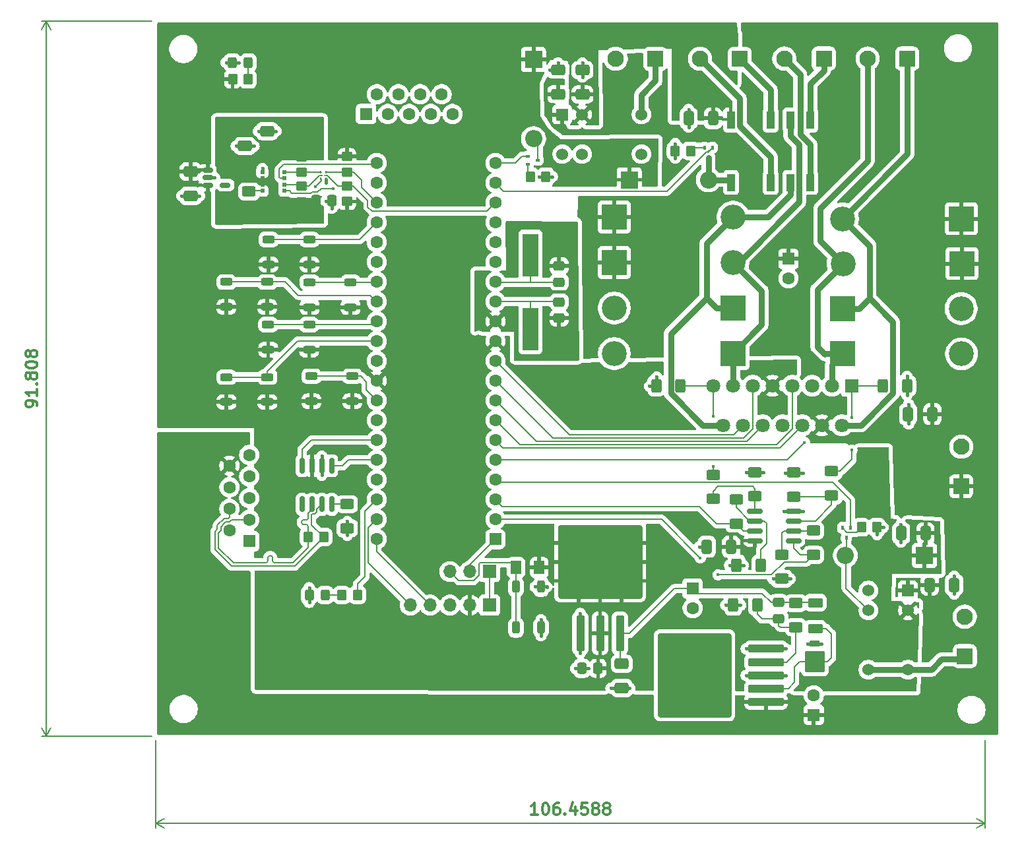
<source format=gbr>
%TF.GenerationSoftware,KiCad,Pcbnew,9.0.0*%
%TF.CreationDate,2025-04-21T23:10:22+02:00*%
%TF.ProjectId,DIMECRES_C_retrovisors,44494d45-4352-4455-935f-435f72657472,rev?*%
%TF.SameCoordinates,Original*%
%TF.FileFunction,Copper,L1,Top*%
%TF.FilePolarity,Positive*%
%FSLAX46Y46*%
G04 Gerber Fmt 4.6, Leading zero omitted, Abs format (unit mm)*
G04 Created by KiCad (PCBNEW 9.0.0) date 2025-04-21 23:10:22*
%MOMM*%
%LPD*%
G01*
G04 APERTURE LIST*
G04 Aperture macros list*
%AMRoundRect*
0 Rectangle with rounded corners*
0 $1 Rounding radius*
0 $2 $3 $4 $5 $6 $7 $8 $9 X,Y pos of 4 corners*
0 Add a 4 corners polygon primitive as box body*
4,1,4,$2,$3,$4,$5,$6,$7,$8,$9,$2,$3,0*
0 Add four circle primitives for the rounded corners*
1,1,$1+$1,$2,$3*
1,1,$1+$1,$4,$5*
1,1,$1+$1,$6,$7*
1,1,$1+$1,$8,$9*
0 Add four rect primitives between the rounded corners*
20,1,$1+$1,$2,$3,$4,$5,0*
20,1,$1+$1,$4,$5,$6,$7,0*
20,1,$1+$1,$6,$7,$8,$9,0*
20,1,$1+$1,$8,$9,$2,$3,0*%
%AMOutline4P*
0 Free polygon, 4 corners , with rotation*
0 The origin of the aperture is its center*
0 number of corners: always 4*
0 $1 to $8 corner X, Y*
0 $9 Rotation angle, in degrees counterclockwise*
0 create outline with 4 corners*
4,1,4,$1,$2,$3,$4,$5,$6,$7,$8,$1,$2,$9*%
%AMFreePoly0*
4,1,18,-0.200000,0.100000,-0.198097,0.109567,-0.192678,0.117678,-0.184567,0.123097,-0.175000,0.125000,0.175000,0.125000,0.184567,0.123097,0.192678,0.117678,0.198097,0.109567,0.200000,0.100000,0.200000,-0.100000,0.198097,-0.109567,0.192678,-0.117678,0.184567,-0.123097,0.175000,-0.125000,-0.075000,-0.125000,-0.200000,0.000000,-0.200000,0.100000,-0.200000,0.100000,$1*%
%AMFreePoly1*
4,1,18,-0.200000,0.000000,-0.075000,0.125000,0.175000,0.125000,0.184567,0.123097,0.192678,0.117678,0.198097,0.109567,0.200000,0.100000,0.200000,-0.100000,0.198097,-0.109567,0.192678,-0.117678,0.184567,-0.123097,0.175000,-0.125000,-0.175000,-0.125000,-0.184567,-0.123097,-0.192678,-0.117678,-0.198097,-0.109567,-0.200000,-0.100000,-0.200000,0.000000,-0.200000,0.000000,$1*%
G04 Aperture macros list end*
%ADD10C,0.300000*%
%TA.AperFunction,NonConductor*%
%ADD11C,0.300000*%
%TD*%
%TA.AperFunction,NonConductor*%
%ADD12C,0.200000*%
%TD*%
%TA.AperFunction,SMDPad,CuDef*%
%ADD13RoundRect,0.250000X0.475000X-0.337500X0.475000X0.337500X-0.475000X0.337500X-0.475000X-0.337500X0*%
%TD*%
%TA.AperFunction,SMDPad,CuDef*%
%ADD14RoundRect,0.250000X0.525000X0.250000X-0.525000X0.250000X-0.525000X-0.250000X0.525000X-0.250000X0*%
%TD*%
%TA.AperFunction,SMDPad,CuDef*%
%ADD15RoundRect,0.250000X0.400000X0.625000X-0.400000X0.625000X-0.400000X-0.625000X0.400000X-0.625000X0*%
%TD*%
%TA.AperFunction,SMDPad,CuDef*%
%ADD16RoundRect,0.250000X0.350000X0.450000X-0.350000X0.450000X-0.350000X-0.450000X0.350000X-0.450000X0*%
%TD*%
%TA.AperFunction,SMDPad,CuDef*%
%ADD17RoundRect,0.250000X-0.625000X0.400000X-0.625000X-0.400000X0.625000X-0.400000X0.625000X0.400000X0*%
%TD*%
%TA.AperFunction,SMDPad,CuDef*%
%ADD18RoundRect,0.250000X0.625000X-0.400000X0.625000X0.400000X-0.625000X0.400000X-0.625000X-0.400000X0*%
%TD*%
%TA.AperFunction,ComponentPad*%
%ADD19R,3.200000X3.200000*%
%TD*%
%TA.AperFunction,ComponentPad*%
%ADD20O,3.200000X3.200000*%
%TD*%
%TA.AperFunction,SMDPad,CuDef*%
%ADD21RoundRect,0.100000X0.100000X-0.155000X0.100000X0.155000X-0.100000X0.155000X-0.100000X-0.155000X0*%
%TD*%
%TA.AperFunction,SMDPad,CuDef*%
%ADD22RoundRect,0.250000X-0.450000X0.350000X-0.450000X-0.350000X0.450000X-0.350000X0.450000X0.350000X0*%
%TD*%
%TA.AperFunction,SMDPad,CuDef*%
%ADD23RoundRect,0.250000X-0.650000X0.412500X-0.650000X-0.412500X0.650000X-0.412500X0.650000X0.412500X0*%
%TD*%
%TA.AperFunction,SMDPad,CuDef*%
%ADD24RoundRect,0.250000X-0.350000X-0.450000X0.350000X-0.450000X0.350000X0.450000X-0.350000X0.450000X0*%
%TD*%
%TA.AperFunction,SMDPad,CuDef*%
%ADD25RoundRect,0.250000X-0.337500X-0.475000X0.337500X-0.475000X0.337500X0.475000X-0.337500X0.475000X0*%
%TD*%
%TA.AperFunction,SMDPad,CuDef*%
%ADD26RoundRect,0.250000X0.650000X-0.412500X0.650000X0.412500X-0.650000X0.412500X-0.650000X-0.412500X0*%
%TD*%
%TA.AperFunction,SMDPad,CuDef*%
%ADD27RoundRect,0.250000X0.412500X0.650000X-0.412500X0.650000X-0.412500X-0.650000X0.412500X-0.650000X0*%
%TD*%
%TA.AperFunction,ComponentPad*%
%ADD28R,1.600000X1.600000*%
%TD*%
%TA.AperFunction,ComponentPad*%
%ADD29C,1.600000*%
%TD*%
%TA.AperFunction,SMDPad,CuDef*%
%ADD30RoundRect,0.250000X0.300000X-2.050000X0.300000X2.050000X-0.300000X2.050000X-0.300000X-2.050000X0*%
%TD*%
%TA.AperFunction,SMDPad,CuDef*%
%ADD31RoundRect,0.250000X2.375000X-2.025000X2.375000X2.025000X-2.375000X2.025000X-2.375000X-2.025000X0*%
%TD*%
%TA.AperFunction,SMDPad,CuDef*%
%ADD32RoundRect,0.250002X5.149998X-4.449998X5.149998X4.449998X-5.149998X4.449998X-5.149998X-4.449998X0*%
%TD*%
%TA.AperFunction,ComponentPad*%
%ADD33R,2.200000X2.200000*%
%TD*%
%TA.AperFunction,ComponentPad*%
%ADD34O,2.200000X2.200000*%
%TD*%
%TA.AperFunction,ComponentPad*%
%ADD35R,1.700000X1.700000*%
%TD*%
%TA.AperFunction,ComponentPad*%
%ADD36O,1.700000X1.700000*%
%TD*%
%TA.AperFunction,SMDPad,CuDef*%
%ADD37RoundRect,0.250000X0.450000X-0.350000X0.450000X0.350000X-0.450000X0.350000X-0.450000X-0.350000X0*%
%TD*%
%TA.AperFunction,SMDPad,CuDef*%
%ADD38RoundRect,0.150000X0.825000X0.150000X-0.825000X0.150000X-0.825000X-0.150000X0.825000X-0.150000X0*%
%TD*%
%TA.AperFunction,SMDPad,CuDef*%
%ADD39RoundRect,0.127000X1.143000X-1.208000X1.143000X1.208000X-1.143000X1.208000X-1.143000X-1.208000X0*%
%TD*%
%TA.AperFunction,SMDPad,CuDef*%
%ADD40RoundRect,0.076200X0.558800X-0.304800X0.558800X0.304800X-0.558800X0.304800X-0.558800X-0.304800X0*%
%TD*%
%TA.AperFunction,SMDPad,CuDef*%
%ADD41RoundRect,0.250000X0.250000X-0.525000X0.250000X0.525000X-0.250000X0.525000X-0.250000X-0.525000X0*%
%TD*%
%TA.AperFunction,SMDPad,CuDef*%
%ADD42RoundRect,0.150000X-0.512500X-0.150000X0.512500X-0.150000X0.512500X0.150000X-0.512500X0.150000X0*%
%TD*%
%TA.AperFunction,SMDPad,CuDef*%
%ADD43RoundRect,0.250000X2.050000X0.300000X-2.050000X0.300000X-2.050000X-0.300000X2.050000X-0.300000X0*%
%TD*%
%TA.AperFunction,SMDPad,CuDef*%
%ADD44RoundRect,0.250000X2.025000X2.375000X-2.025000X2.375000X-2.025000X-2.375000X2.025000X-2.375000X0*%
%TD*%
%TA.AperFunction,SMDPad,CuDef*%
%ADD45RoundRect,0.250002X4.449998X5.149998X-4.449998X5.149998X-4.449998X-5.149998X4.449998X-5.149998X0*%
%TD*%
%TA.AperFunction,SMDPad,CuDef*%
%ADD46RoundRect,0.150000X-0.150000X0.825000X-0.150000X-0.825000X0.150000X-0.825000X0.150000X0.825000X0*%
%TD*%
%TA.AperFunction,ComponentPad*%
%ADD47RoundRect,0.250001X0.799999X-0.799999X0.799999X0.799999X-0.799999X0.799999X-0.799999X-0.799999X0*%
%TD*%
%TA.AperFunction,ComponentPad*%
%ADD48C,2.100000*%
%TD*%
%TA.AperFunction,SMDPad,CuDef*%
%ADD49RoundRect,0.250000X0.700000X-0.362500X0.700000X0.362500X-0.700000X0.362500X-0.700000X-0.362500X0*%
%TD*%
%TA.AperFunction,SMDPad,CuDef*%
%ADD50RoundRect,0.250000X-0.400000X-0.625000X0.400000X-0.625000X0.400000X0.625000X-0.400000X0.625000X0*%
%TD*%
%TA.AperFunction,SMDPad,CuDef*%
%ADD51R,0.550000X0.500000*%
%TD*%
%TA.AperFunction,ComponentPad*%
%ADD52RoundRect,0.250000X0.550000X0.550000X-0.550000X0.550000X-0.550000X-0.550000X0.550000X-0.550000X0*%
%TD*%
%TA.AperFunction,SMDPad,CuDef*%
%ADD53RoundRect,0.250000X0.337500X0.475000X-0.337500X0.475000X-0.337500X-0.475000X0.337500X-0.475000X0*%
%TD*%
%TA.AperFunction,ComponentPad*%
%ADD54RoundRect,0.250001X0.799999X0.799999X-0.799999X0.799999X-0.799999X-0.799999X0.799999X-0.799999X0*%
%TD*%
%TA.AperFunction,SMDPad,CuDef*%
%ADD55RoundRect,0.250000X-0.325000X-0.450000X0.325000X-0.450000X0.325000X0.450000X-0.325000X0.450000X0*%
%TD*%
%TA.AperFunction,SMDPad,CuDef*%
%ADD56R,2.000000X5.500000*%
%TD*%
%TA.AperFunction,ComponentPad*%
%ADD57R,1.524000X1.524000*%
%TD*%
%TA.AperFunction,ComponentPad*%
%ADD58C,1.524000*%
%TD*%
%TA.AperFunction,SMDPad,CuDef*%
%ADD59RoundRect,0.100000X0.155000X0.100000X-0.155000X0.100000X-0.155000X-0.100000X0.155000X-0.100000X0*%
%TD*%
%TA.AperFunction,SMDPad,CuDef*%
%ADD60RoundRect,0.250001X0.462499X0.624999X-0.462499X0.624999X-0.462499X-0.624999X0.462499X-0.624999X0*%
%TD*%
%TA.AperFunction,SMDPad,CuDef*%
%ADD61FreePoly0,270.000000*%
%TD*%
%TA.AperFunction,SMDPad,CuDef*%
%ADD62Outline4P,-0.108250X0.000000X0.108250X-0.125000X0.108250X0.125000X-0.108250X0.000000X180.000000*%
%TD*%
%TA.AperFunction,SMDPad,CuDef*%
%ADD63FreePoly1,90.000000*%
%TD*%
%TA.AperFunction,SMDPad,CuDef*%
%ADD64FreePoly0,90.000000*%
%TD*%
%TA.AperFunction,SMDPad,CuDef*%
%ADD65Outline4P,-0.125000X-0.108250X0.125000X-0.108250X0.000000X0.108250X0.000000X0.108250X90.000000*%
%TD*%
%TA.AperFunction,SMDPad,CuDef*%
%ADD66FreePoly1,270.000000*%
%TD*%
%TA.AperFunction,SMDPad,CuDef*%
%ADD67RoundRect,0.250000X-0.475000X0.337500X-0.475000X-0.337500X0.475000X-0.337500X0.475000X0.337500X0*%
%TD*%
%TA.AperFunction,ComponentPad*%
%ADD68R,1.800000X1.800000*%
%TD*%
%TA.AperFunction,ComponentPad*%
%ADD69C,1.800000*%
%TD*%
%TA.AperFunction,SMDPad,CuDef*%
%ADD70R,1.000000X2.200000*%
%TD*%
%TA.AperFunction,SMDPad,CuDef*%
%ADD71RoundRect,0.250000X-0.412500X-0.650000X0.412500X-0.650000X0.412500X0.650000X-0.412500X0.650000X0*%
%TD*%
%TA.AperFunction,ViaPad*%
%ADD72C,0.450000*%
%TD*%
%TA.AperFunction,Conductor*%
%ADD73C,0.160000*%
%TD*%
%TA.AperFunction,Conductor*%
%ADD74C,0.450000*%
%TD*%
%TA.AperFunction,Conductor*%
%ADD75C,0.200000*%
%TD*%
%TA.AperFunction,Conductor*%
%ADD76C,0.800000*%
%TD*%
G04 APERTURE END LIST*
D10*
D11*
X135506316Y-150868328D02*
X134649173Y-150868328D01*
X135077744Y-150868328D02*
X135077744Y-149368328D01*
X135077744Y-149368328D02*
X134934887Y-149582614D01*
X134934887Y-149582614D02*
X134792030Y-149725471D01*
X134792030Y-149725471D02*
X134649173Y-149796900D01*
X136434887Y-149368328D02*
X136577744Y-149368328D01*
X136577744Y-149368328D02*
X136720601Y-149439757D01*
X136720601Y-149439757D02*
X136792030Y-149511185D01*
X136792030Y-149511185D02*
X136863458Y-149654042D01*
X136863458Y-149654042D02*
X136934887Y-149939757D01*
X136934887Y-149939757D02*
X136934887Y-150296900D01*
X136934887Y-150296900D02*
X136863458Y-150582614D01*
X136863458Y-150582614D02*
X136792030Y-150725471D01*
X136792030Y-150725471D02*
X136720601Y-150796900D01*
X136720601Y-150796900D02*
X136577744Y-150868328D01*
X136577744Y-150868328D02*
X136434887Y-150868328D01*
X136434887Y-150868328D02*
X136292030Y-150796900D01*
X136292030Y-150796900D02*
X136220601Y-150725471D01*
X136220601Y-150725471D02*
X136149172Y-150582614D01*
X136149172Y-150582614D02*
X136077744Y-150296900D01*
X136077744Y-150296900D02*
X136077744Y-149939757D01*
X136077744Y-149939757D02*
X136149172Y-149654042D01*
X136149172Y-149654042D02*
X136220601Y-149511185D01*
X136220601Y-149511185D02*
X136292030Y-149439757D01*
X136292030Y-149439757D02*
X136434887Y-149368328D01*
X138220601Y-149368328D02*
X137934886Y-149368328D01*
X137934886Y-149368328D02*
X137792029Y-149439757D01*
X137792029Y-149439757D02*
X137720601Y-149511185D01*
X137720601Y-149511185D02*
X137577743Y-149725471D01*
X137577743Y-149725471D02*
X137506315Y-150011185D01*
X137506315Y-150011185D02*
X137506315Y-150582614D01*
X137506315Y-150582614D02*
X137577743Y-150725471D01*
X137577743Y-150725471D02*
X137649172Y-150796900D01*
X137649172Y-150796900D02*
X137792029Y-150868328D01*
X137792029Y-150868328D02*
X138077743Y-150868328D01*
X138077743Y-150868328D02*
X138220601Y-150796900D01*
X138220601Y-150796900D02*
X138292029Y-150725471D01*
X138292029Y-150725471D02*
X138363458Y-150582614D01*
X138363458Y-150582614D02*
X138363458Y-150225471D01*
X138363458Y-150225471D02*
X138292029Y-150082614D01*
X138292029Y-150082614D02*
X138220601Y-150011185D01*
X138220601Y-150011185D02*
X138077743Y-149939757D01*
X138077743Y-149939757D02*
X137792029Y-149939757D01*
X137792029Y-149939757D02*
X137649172Y-150011185D01*
X137649172Y-150011185D02*
X137577743Y-150082614D01*
X137577743Y-150082614D02*
X137506315Y-150225471D01*
X139006314Y-150725471D02*
X139077743Y-150796900D01*
X139077743Y-150796900D02*
X139006314Y-150868328D01*
X139006314Y-150868328D02*
X138934886Y-150796900D01*
X138934886Y-150796900D02*
X139006314Y-150725471D01*
X139006314Y-150725471D02*
X139006314Y-150868328D01*
X140363458Y-149868328D02*
X140363458Y-150868328D01*
X140006315Y-149296900D02*
X139649172Y-150368328D01*
X139649172Y-150368328D02*
X140577743Y-150368328D01*
X141863457Y-149368328D02*
X141149171Y-149368328D01*
X141149171Y-149368328D02*
X141077743Y-150082614D01*
X141077743Y-150082614D02*
X141149171Y-150011185D01*
X141149171Y-150011185D02*
X141292029Y-149939757D01*
X141292029Y-149939757D02*
X141649171Y-149939757D01*
X141649171Y-149939757D02*
X141792029Y-150011185D01*
X141792029Y-150011185D02*
X141863457Y-150082614D01*
X141863457Y-150082614D02*
X141934886Y-150225471D01*
X141934886Y-150225471D02*
X141934886Y-150582614D01*
X141934886Y-150582614D02*
X141863457Y-150725471D01*
X141863457Y-150725471D02*
X141792029Y-150796900D01*
X141792029Y-150796900D02*
X141649171Y-150868328D01*
X141649171Y-150868328D02*
X141292029Y-150868328D01*
X141292029Y-150868328D02*
X141149171Y-150796900D01*
X141149171Y-150796900D02*
X141077743Y-150725471D01*
X142792028Y-150011185D02*
X142649171Y-149939757D01*
X142649171Y-149939757D02*
X142577742Y-149868328D01*
X142577742Y-149868328D02*
X142506314Y-149725471D01*
X142506314Y-149725471D02*
X142506314Y-149654042D01*
X142506314Y-149654042D02*
X142577742Y-149511185D01*
X142577742Y-149511185D02*
X142649171Y-149439757D01*
X142649171Y-149439757D02*
X142792028Y-149368328D01*
X142792028Y-149368328D02*
X143077742Y-149368328D01*
X143077742Y-149368328D02*
X143220600Y-149439757D01*
X143220600Y-149439757D02*
X143292028Y-149511185D01*
X143292028Y-149511185D02*
X143363457Y-149654042D01*
X143363457Y-149654042D02*
X143363457Y-149725471D01*
X143363457Y-149725471D02*
X143292028Y-149868328D01*
X143292028Y-149868328D02*
X143220600Y-149939757D01*
X143220600Y-149939757D02*
X143077742Y-150011185D01*
X143077742Y-150011185D02*
X142792028Y-150011185D01*
X142792028Y-150011185D02*
X142649171Y-150082614D01*
X142649171Y-150082614D02*
X142577742Y-150154042D01*
X142577742Y-150154042D02*
X142506314Y-150296900D01*
X142506314Y-150296900D02*
X142506314Y-150582614D01*
X142506314Y-150582614D02*
X142577742Y-150725471D01*
X142577742Y-150725471D02*
X142649171Y-150796900D01*
X142649171Y-150796900D02*
X142792028Y-150868328D01*
X142792028Y-150868328D02*
X143077742Y-150868328D01*
X143077742Y-150868328D02*
X143220600Y-150796900D01*
X143220600Y-150796900D02*
X143292028Y-150725471D01*
X143292028Y-150725471D02*
X143363457Y-150582614D01*
X143363457Y-150582614D02*
X143363457Y-150296900D01*
X143363457Y-150296900D02*
X143292028Y-150154042D01*
X143292028Y-150154042D02*
X143220600Y-150082614D01*
X143220600Y-150082614D02*
X143077742Y-150011185D01*
X144220599Y-150011185D02*
X144077742Y-149939757D01*
X144077742Y-149939757D02*
X144006313Y-149868328D01*
X144006313Y-149868328D02*
X143934885Y-149725471D01*
X143934885Y-149725471D02*
X143934885Y-149654042D01*
X143934885Y-149654042D02*
X144006313Y-149511185D01*
X144006313Y-149511185D02*
X144077742Y-149439757D01*
X144077742Y-149439757D02*
X144220599Y-149368328D01*
X144220599Y-149368328D02*
X144506313Y-149368328D01*
X144506313Y-149368328D02*
X144649171Y-149439757D01*
X144649171Y-149439757D02*
X144720599Y-149511185D01*
X144720599Y-149511185D02*
X144792028Y-149654042D01*
X144792028Y-149654042D02*
X144792028Y-149725471D01*
X144792028Y-149725471D02*
X144720599Y-149868328D01*
X144720599Y-149868328D02*
X144649171Y-149939757D01*
X144649171Y-149939757D02*
X144506313Y-150011185D01*
X144506313Y-150011185D02*
X144220599Y-150011185D01*
X144220599Y-150011185D02*
X144077742Y-150082614D01*
X144077742Y-150082614D02*
X144006313Y-150154042D01*
X144006313Y-150154042D02*
X143934885Y-150296900D01*
X143934885Y-150296900D02*
X143934885Y-150582614D01*
X143934885Y-150582614D02*
X144006313Y-150725471D01*
X144006313Y-150725471D02*
X144077742Y-150796900D01*
X144077742Y-150796900D02*
X144220599Y-150868328D01*
X144220599Y-150868328D02*
X144506313Y-150868328D01*
X144506313Y-150868328D02*
X144649171Y-150796900D01*
X144649171Y-150796900D02*
X144720599Y-150725471D01*
X144720599Y-150725471D02*
X144792028Y-150582614D01*
X144792028Y-150582614D02*
X144792028Y-150296900D01*
X144792028Y-150296900D02*
X144720599Y-150154042D01*
X144720599Y-150154042D02*
X144649171Y-150082614D01*
X144649171Y-150082614D02*
X144506313Y-150011185D01*
D12*
X86491200Y-141300000D02*
X86491200Y-152576420D01*
X192950000Y-152576420D02*
X192950000Y-141300000D01*
X86491200Y-151990000D02*
X192950000Y-151990000D01*
X86491200Y-151990000D02*
X192950000Y-151990000D01*
X86491200Y-151990000D02*
X87617704Y-151403579D01*
X86491200Y-151990000D02*
X87617704Y-152576421D01*
X192950000Y-151990000D02*
X191823496Y-152576421D01*
X192950000Y-151990000D02*
X191823496Y-151403579D01*
X86491200Y-151990000D02*
X192950000Y-151990000D01*
X86491200Y-151990000D02*
X192950000Y-151990000D01*
X86491200Y-151990000D02*
X87617704Y-151403579D01*
X86491200Y-151990000D02*
X87617704Y-152576421D01*
X192950000Y-151990000D02*
X191823496Y-152576421D01*
X192950000Y-151990000D02*
X191823496Y-151403579D01*
D10*
D11*
X71288328Y-98395998D02*
X71288328Y-98110284D01*
X71288328Y-98110284D02*
X71216900Y-97967427D01*
X71216900Y-97967427D02*
X71145471Y-97895998D01*
X71145471Y-97895998D02*
X70931185Y-97753141D01*
X70931185Y-97753141D02*
X70645471Y-97681712D01*
X70645471Y-97681712D02*
X70074042Y-97681712D01*
X70074042Y-97681712D02*
X69931185Y-97753141D01*
X69931185Y-97753141D02*
X69859757Y-97824570D01*
X69859757Y-97824570D02*
X69788328Y-97967427D01*
X69788328Y-97967427D02*
X69788328Y-98253141D01*
X69788328Y-98253141D02*
X69859757Y-98395998D01*
X69859757Y-98395998D02*
X69931185Y-98467427D01*
X69931185Y-98467427D02*
X70074042Y-98538855D01*
X70074042Y-98538855D02*
X70431185Y-98538855D01*
X70431185Y-98538855D02*
X70574042Y-98467427D01*
X70574042Y-98467427D02*
X70645471Y-98395998D01*
X70645471Y-98395998D02*
X70716900Y-98253141D01*
X70716900Y-98253141D02*
X70716900Y-97967427D01*
X70716900Y-97967427D02*
X70645471Y-97824570D01*
X70645471Y-97824570D02*
X70574042Y-97753141D01*
X70574042Y-97753141D02*
X70431185Y-97681712D01*
X71288328Y-96253141D02*
X71288328Y-97110284D01*
X71288328Y-96681713D02*
X69788328Y-96681713D01*
X69788328Y-96681713D02*
X70002614Y-96824570D01*
X70002614Y-96824570D02*
X70145471Y-96967427D01*
X70145471Y-96967427D02*
X70216900Y-97110284D01*
X71145471Y-95610285D02*
X71216900Y-95538856D01*
X71216900Y-95538856D02*
X71288328Y-95610285D01*
X71288328Y-95610285D02*
X71216900Y-95681713D01*
X71216900Y-95681713D02*
X71145471Y-95610285D01*
X71145471Y-95610285D02*
X71288328Y-95610285D01*
X70431185Y-94681713D02*
X70359757Y-94824570D01*
X70359757Y-94824570D02*
X70288328Y-94895999D01*
X70288328Y-94895999D02*
X70145471Y-94967427D01*
X70145471Y-94967427D02*
X70074042Y-94967427D01*
X70074042Y-94967427D02*
X69931185Y-94895999D01*
X69931185Y-94895999D02*
X69859757Y-94824570D01*
X69859757Y-94824570D02*
X69788328Y-94681713D01*
X69788328Y-94681713D02*
X69788328Y-94395999D01*
X69788328Y-94395999D02*
X69859757Y-94253142D01*
X69859757Y-94253142D02*
X69931185Y-94181713D01*
X69931185Y-94181713D02*
X70074042Y-94110284D01*
X70074042Y-94110284D02*
X70145471Y-94110284D01*
X70145471Y-94110284D02*
X70288328Y-94181713D01*
X70288328Y-94181713D02*
X70359757Y-94253142D01*
X70359757Y-94253142D02*
X70431185Y-94395999D01*
X70431185Y-94395999D02*
X70431185Y-94681713D01*
X70431185Y-94681713D02*
X70502614Y-94824570D01*
X70502614Y-94824570D02*
X70574042Y-94895999D01*
X70574042Y-94895999D02*
X70716900Y-94967427D01*
X70716900Y-94967427D02*
X71002614Y-94967427D01*
X71002614Y-94967427D02*
X71145471Y-94895999D01*
X71145471Y-94895999D02*
X71216900Y-94824570D01*
X71216900Y-94824570D02*
X71288328Y-94681713D01*
X71288328Y-94681713D02*
X71288328Y-94395999D01*
X71288328Y-94395999D02*
X71216900Y-94253142D01*
X71216900Y-94253142D02*
X71145471Y-94181713D01*
X71145471Y-94181713D02*
X71002614Y-94110284D01*
X71002614Y-94110284D02*
X70716900Y-94110284D01*
X70716900Y-94110284D02*
X70574042Y-94181713D01*
X70574042Y-94181713D02*
X70502614Y-94253142D01*
X70502614Y-94253142D02*
X70431185Y-94395999D01*
X69788328Y-93181713D02*
X69788328Y-93038856D01*
X69788328Y-93038856D02*
X69859757Y-92895999D01*
X69859757Y-92895999D02*
X69931185Y-92824571D01*
X69931185Y-92824571D02*
X70074042Y-92753142D01*
X70074042Y-92753142D02*
X70359757Y-92681713D01*
X70359757Y-92681713D02*
X70716900Y-92681713D01*
X70716900Y-92681713D02*
X71002614Y-92753142D01*
X71002614Y-92753142D02*
X71145471Y-92824571D01*
X71145471Y-92824571D02*
X71216900Y-92895999D01*
X71216900Y-92895999D02*
X71288328Y-93038856D01*
X71288328Y-93038856D02*
X71288328Y-93181713D01*
X71288328Y-93181713D02*
X71216900Y-93324571D01*
X71216900Y-93324571D02*
X71145471Y-93395999D01*
X71145471Y-93395999D02*
X71002614Y-93467428D01*
X71002614Y-93467428D02*
X70716900Y-93538856D01*
X70716900Y-93538856D02*
X70359757Y-93538856D01*
X70359757Y-93538856D02*
X70074042Y-93467428D01*
X70074042Y-93467428D02*
X69931185Y-93395999D01*
X69931185Y-93395999D02*
X69859757Y-93324571D01*
X69859757Y-93324571D02*
X69788328Y-93181713D01*
X70431185Y-91824571D02*
X70359757Y-91967428D01*
X70359757Y-91967428D02*
X70288328Y-92038857D01*
X70288328Y-92038857D02*
X70145471Y-92110285D01*
X70145471Y-92110285D02*
X70074042Y-92110285D01*
X70074042Y-92110285D02*
X69931185Y-92038857D01*
X69931185Y-92038857D02*
X69859757Y-91967428D01*
X69859757Y-91967428D02*
X69788328Y-91824571D01*
X69788328Y-91824571D02*
X69788328Y-91538857D01*
X69788328Y-91538857D02*
X69859757Y-91396000D01*
X69859757Y-91396000D02*
X69931185Y-91324571D01*
X69931185Y-91324571D02*
X70074042Y-91253142D01*
X70074042Y-91253142D02*
X70145471Y-91253142D01*
X70145471Y-91253142D02*
X70288328Y-91324571D01*
X70288328Y-91324571D02*
X70359757Y-91396000D01*
X70359757Y-91396000D02*
X70431185Y-91538857D01*
X70431185Y-91538857D02*
X70431185Y-91824571D01*
X70431185Y-91824571D02*
X70502614Y-91967428D01*
X70502614Y-91967428D02*
X70574042Y-92038857D01*
X70574042Y-92038857D02*
X70716900Y-92110285D01*
X70716900Y-92110285D02*
X71002614Y-92110285D01*
X71002614Y-92110285D02*
X71145471Y-92038857D01*
X71145471Y-92038857D02*
X71216900Y-91967428D01*
X71216900Y-91967428D02*
X71288328Y-91824571D01*
X71288328Y-91824571D02*
X71288328Y-91538857D01*
X71288328Y-91538857D02*
X71216900Y-91396000D01*
X71216900Y-91396000D02*
X71145471Y-91324571D01*
X71145471Y-91324571D02*
X71002614Y-91253142D01*
X71002614Y-91253142D02*
X70716900Y-91253142D01*
X70716900Y-91253142D02*
X70574042Y-91324571D01*
X70574042Y-91324571D02*
X70502614Y-91396000D01*
X70502614Y-91396000D02*
X70431185Y-91538857D01*
D12*
X85991200Y-48992000D02*
X71823580Y-48992000D01*
X71823580Y-140800000D02*
X85991200Y-140800000D01*
X72410000Y-48992000D02*
X72410000Y-140800000D01*
X72410000Y-48992000D02*
X72410000Y-140800000D01*
X72410000Y-48992000D02*
X72996421Y-50118504D01*
X72410000Y-48992000D02*
X71823579Y-50118504D01*
X72410000Y-140800000D02*
X71823579Y-139673496D01*
X72410000Y-140800000D02*
X72996421Y-139673496D01*
X72410000Y-48992000D02*
X72410000Y-140800000D01*
X72410000Y-48992000D02*
X72410000Y-140800000D01*
X72410000Y-48992000D02*
X72996421Y-50118504D01*
X72410000Y-48992000D02*
X71823579Y-50118504D01*
X72410000Y-140800000D02*
X71823579Y-139673496D01*
X72410000Y-140800000D02*
X72996421Y-139673496D01*
D13*
%TO.P,C13,1*%
%TO.N,/OSC2*%
X138252600Y-82513000D03*
%TO.P,C13,2*%
%TO.N,GND*%
X138252600Y-80438000D03*
%TD*%
D14*
%TO.P,SW5,1,1*%
%TO.N,Vcc*%
X106175000Y-91175000D03*
X100925000Y-91175000D03*
%TO.P,SW5,2,2*%
%TO.N,B_Down*%
X106175000Y-87975000D03*
X100925000Y-87975000D03*
%TD*%
D15*
%TO.P,R5,1*%
%TO.N,SENSE_B*%
X153839600Y-95794600D03*
%TO.P,R5,2*%
%TO.N,GND*%
X150739600Y-95794600D03*
%TD*%
D14*
%TO.P,SW7,1,1*%
%TO.N,Vcc*%
X111500000Y-85725000D03*
X106250000Y-85725000D03*
%TO.P,SW7,2,2*%
%TO.N,B_Right*%
X111500000Y-82525000D03*
X106250000Y-82525000D03*
%TD*%
D16*
%TO.P,R20,1*%
%TO.N,AngleMort*%
X112383600Y-122671600D03*
%TO.P,R20,2*%
%TO.N,Net-(D2-A)*%
X110383600Y-122671600D03*
%TD*%
D17*
%TO.P,R16,1*%
%TO.N,SENSE_B*%
X158028750Y-107246250D03*
%TO.P,R16,2*%
%TO.N,/OPB_P*%
X158028750Y-110346250D03*
%TD*%
D18*
%TO.P,R19,2*%
%TO.N,GND*%
X163371250Y-106913750D03*
%TO.P,R19,1*%
%TO.N,/OPB_P*%
X163371250Y-110013750D03*
%TD*%
D19*
%TO.P,D8,1,K*%
%TO.N,Vbat*%
X189941200Y-80137000D03*
D20*
%TO.P,D8,2,A*%
%TO.N,/Motor1B*%
X174701200Y-80137000D03*
%TD*%
D21*
%TO.P,Q3,1,B*%
%TO.N,Calentador*%
X175614000Y-114056000D03*
%TO.P,Q3,2,E*%
%TO.N,Net-(Q3-E)*%
X174614000Y-114056000D03*
%TO.P,Q3,3,C*%
%TO.N,/Tran_Cal*%
X175114000Y-115346000D03*
%TD*%
D22*
%TO.P,R25,1*%
%TO.N,Vcc*%
X111024330Y-66409377D03*
%TO.P,R25,2*%
%TO.N,/S_SDA*%
X111024330Y-68409377D03*
%TD*%
D19*
%TO.P,D7,1,K*%
%TO.N,Vbat*%
X189856200Y-74382400D03*
D20*
%TO.P,D7,2,A*%
%TO.N,/Motor1A*%
X174616200Y-74382400D03*
%TD*%
D23*
%TO.P,C4,1*%
%TO.N,/V_6*%
X146304000Y-131495000D03*
%TO.P,C4,2*%
%TO.N,GND*%
X146304000Y-134620000D03*
%TD*%
D24*
%TO.P,R23,1*%
%TO.N,Net-(Q2-E)*%
X134550000Y-68975000D03*
%TO.P,R23,2*%
%TO.N,GND*%
X136550000Y-68975000D03*
%TD*%
D25*
%TO.P,C23,1*%
%TO.N,Vdd*%
X107052500Y-72060000D03*
%TO.P,C23,2*%
%TO.N,GND*%
X109127500Y-72060000D03*
%TD*%
D26*
%TO.P,C15,1*%
%TO.N,Vbat*%
X138150600Y-58382300D03*
%TO.P,C15,2*%
%TO.N,GND*%
X138150600Y-55257300D03*
%TD*%
D24*
%TO.P,R21,1*%
%TO.N,Vcc*%
X96355000Y-56475000D03*
%TO.P,R21,2*%
%TO.N,Net-(D4-A)*%
X98355000Y-56475000D03*
%TD*%
D27*
%TO.P,C11,1*%
%TO.N,Vcc*%
X160324800Y-116484400D03*
%TO.P,C11,2*%
%TO.N,GND*%
X157199800Y-116484400D03*
%TD*%
D28*
%TO.P,C1,1*%
%TO.N,Vbat*%
X170940000Y-138062380D03*
D29*
%TO.P,C1,2*%
%TO.N,GND*%
X170940000Y-135562380D03*
%TD*%
D30*
%TO.P,U10,1,GND*%
%TO.N,GND*%
X140976000Y-127578000D03*
%TO.P,U10,2,VO*%
%TO.N,Vcc*%
X143516000Y-127578000D03*
D31*
X140741000Y-120853000D03*
X146291000Y-120853000D03*
D32*
X143516000Y-118428000D03*
D31*
X140741000Y-116003000D03*
X146291000Y-116003000D03*
D30*
%TO.P,U10,3,VI*%
%TO.N,/V_6*%
X146056000Y-127578000D03*
%TD*%
D33*
%TO.P,D5,1,K*%
%TO.N,Vcc*%
X134975600Y-53949600D03*
D34*
%TO.P,D5,2,A*%
%TO.N,/Tran_Int*%
X134975600Y-64109600D03*
%TD*%
D19*
%TO.P,D10,1,K*%
%TO.N,Vbat*%
X145338800Y-74168000D03*
D20*
%TO.P,D10,2,A*%
%TO.N,/Motor23B*%
X160578800Y-74168000D03*
%TD*%
D35*
%TO.P,J3,1,Pin_1*%
%TO.N,/prog*%
X129320800Y-123967000D03*
D36*
%TO.P,J3,2,Pin_2*%
%TO.N,Vcc*%
X126780800Y-123967000D03*
%TO.P,J3,3,Pin_3*%
%TO.N,GND*%
X124240800Y-123967000D03*
%TO.P,J3,4,Pin_4*%
%TO.N,PGD*%
X121700800Y-123967000D03*
%TO.P,J3,5,Pin_5*%
%TO.N,PGC*%
X119160800Y-123967000D03*
%TD*%
D14*
%TO.P,SW6,1,1*%
%TO.N,Vcc*%
X100800000Y-85700000D03*
X95550000Y-85700000D03*
%TO.P,SW6,2,2*%
%TO.N,B_Left*%
X100800000Y-82500000D03*
X95550000Y-82500000D03*
%TD*%
D37*
%TO.P,R26,1*%
%TO.N,Vcc*%
X111024330Y-72169377D03*
%TO.P,R26,2*%
%TO.N,/S_SCL*%
X111024330Y-70169377D03*
%TD*%
D14*
%TO.P,SW2,1,1*%
%TO.N,Vcc*%
X111725000Y-97800000D03*
X106475000Y-97800000D03*
%TO.P,SW2,2,2*%
%TO.N,B_Un{slash}Fold*%
X111725000Y-94600000D03*
X106475000Y-94600000D03*
%TD*%
D27*
%TO.P,C17,1*%
%TO.N,Vcc*%
X158000800Y-61491400D03*
%TO.P,C17,2*%
%TO.N,GND*%
X154875800Y-61491400D03*
%TD*%
D19*
%TO.P,D11,1,K*%
%TO.N,/Motor1A*%
X174616200Y-85914000D03*
D20*
%TO.P,D11,2,A*%
%TO.N,GND*%
X189856200Y-85914000D03*
%TD*%
D18*
%TO.P,R13,1*%
%TO.N,/OPA_P*%
X168396250Y-110063750D03*
%TO.P,R13,2*%
%TO.N,GND*%
X168396250Y-106963750D03*
%TD*%
D38*
%TO.P,U6,1*%
%TO.N,FiCa_A*%
X168346250Y-115693750D03*
%TO.P,U6,2,-*%
%TO.N,/OPA_N*%
X168346250Y-114423750D03*
%TO.P,U6,3,+*%
%TO.N,/OPA_P*%
X168346250Y-113153750D03*
%TO.P,U6,4,V-*%
%TO.N,GND*%
X168346250Y-111883750D03*
%TO.P,U6,5,+*%
%TO.N,/OPB_P*%
X163396250Y-111883750D03*
%TO.P,U6,6,-*%
%TO.N,/OPB_N*%
X163396250Y-113153750D03*
%TO.P,U6,7*%
%TO.N,FiCa_B*%
X163396250Y-114423750D03*
%TO.P,U6,8,V+*%
%TO.N,Vcc*%
X163396250Y-115693750D03*
%TD*%
D39*
%TO.P,D1,1,K*%
%TO.N,/OUT_BUCK*%
X171070000Y-131260000D03*
D40*
%TO.P,D1,2,A*%
%TO.N,GND*%
X171070000Y-128909000D03*
%TD*%
D41*
%TO.P,SW10,1,1*%
%TO.N,MAN_MCLR*%
X132729700Y-126865200D03*
X132729700Y-121615200D03*
%TO.P,SW10,2,2*%
%TO.N,GND*%
X135929700Y-126865200D03*
X135929700Y-121615200D03*
%TD*%
D42*
%TO.P,U2,1,Vin*%
%TO.N,Vcc*%
X93142330Y-68157377D03*
%TO.P,U2,2,GND*%
%TO.N,GND*%
X93142330Y-69107377D03*
%TO.P,U2,3,EN*%
%TO.N,Vcc*%
X93142330Y-70057377D03*
%TO.P,U2,4,NC*%
%TO.N,unconnected-(U2-NC-Pad4)*%
X95417330Y-70057377D03*
%TO.P,U2,5,Vout*%
%TO.N,Vdd*%
X95417330Y-68157377D03*
%TD*%
D43*
%TO.P,U3,1,VIN*%
%TO.N,Vbat*%
X164795000Y-136375000D03*
%TO.P,U3,2,OUT*%
%TO.N,/OUT_BUCK*%
X164795000Y-134675000D03*
%TO.P,U3,3,GND*%
%TO.N,GND*%
X164795000Y-132975000D03*
D44*
X158070000Y-135750000D03*
X158070000Y-130200000D03*
D45*
X155645000Y-132975000D03*
D44*
X153220000Y-135750000D03*
X153220000Y-130200000D03*
D43*
%TO.P,U3,4,FB*%
%TO.N,/FB*%
X164795000Y-131275000D03*
%TO.P,U3,5,~{ON}/OFF*%
%TO.N,GND*%
X164795000Y-129575000D03*
%TD*%
D33*
%TO.P,D3,1,K*%
%TO.N,Vcc*%
X185150000Y-117600000D03*
D34*
%TO.P,D3,2,A*%
%TO.N,/Tran_Cal*%
X174990000Y-117600000D03*
%TD*%
D46*
%TO.P,U5,1,TXD*%
%TO.N,CANRX*%
X109070000Y-106075000D03*
%TO.P,U5,2,VSS*%
%TO.N,GND*%
X107800000Y-106075000D03*
%TO.P,U5,3,VDD*%
%TO.N,Vcc*%
X106530000Y-106075000D03*
%TO.P,U5,4,RXD*%
%TO.N,CANTX*%
X105260000Y-106075000D03*
%TO.P,U5,5,Vref*%
%TO.N,unconnected-(U5-Vref-Pad5)*%
X105260000Y-111025000D03*
%TO.P,U5,6,CANL*%
%TO.N,/CAN-*%
X106530000Y-111025000D03*
%TO.P,U5,7,CANH*%
%TO.N,/CAN+*%
X107800000Y-111025000D03*
%TO.P,U5,8,Rs*%
%TO.N,Net-(U5-Rs)*%
X109070000Y-111025000D03*
%TD*%
D33*
%TO.P,D6,1,K*%
%TO.N,Vcc*%
X147248400Y-69379000D03*
D34*
%TO.P,D6,2,A*%
%TO.N,/M_D*%
X157408400Y-69379000D03*
%TD*%
D47*
%TO.P,J7,1,Pin_1*%
%TO.N,/M_calen*%
X190310000Y-130530000D03*
D48*
%TO.P,J7,2,Pin_2*%
%TO.N,GND*%
X190310000Y-125450000D03*
%TD*%
D28*
%TO.P,J5,1,1*%
%TO.N,unconnected-(J5-Pad1)*%
X113485000Y-60935331D03*
D29*
%TO.P,J5,2,2*%
%TO.N,Rx*%
X116255000Y-60935331D03*
%TO.P,J5,3,3*%
%TO.N,Tx*%
X119025000Y-60935331D03*
%TO.P,J5,4,4*%
%TO.N,unconnected-(J5-Pad4)*%
X121795000Y-60935331D03*
%TO.P,J5,5,5*%
%TO.N,GND*%
X124565000Y-60935331D03*
%TO.P,J5,6,6*%
%TO.N,unconnected-(J5-Pad6)*%
X114870000Y-58395331D03*
%TO.P,J5,7,7*%
%TO.N,unconnected-(J5-Pad7)*%
X117640000Y-58395331D03*
%TO.P,J5,8,8*%
%TO.N,unconnected-(J5-Pad8)*%
X120410000Y-58395331D03*
%TO.P,J5,9,9*%
%TO.N,unconnected-(J5-Pad9)*%
X123180000Y-58395331D03*
%TD*%
D49*
%TO.P,L1,1,1*%
%TO.N,/OUT_BUCK*%
X171150000Y-126975000D03*
%TO.P,L1,2,2*%
%TO.N,/V_6*%
X171150000Y-123650000D03*
%TD*%
D50*
%TO.P,R4,1*%
%TO.N,SENSE_A*%
X179822600Y-95820000D03*
%TO.P,R4,2*%
%TO.N,GND*%
X182922600Y-95820000D03*
%TD*%
D22*
%TO.P,R11,1*%
%TO.N,Vdd*%
X105194330Y-66439377D03*
%TO.P,R11,2*%
%TO.N,/SDA1*%
X105194330Y-68439377D03*
%TD*%
D51*
%TO.P,U1,1,INT*%
%TO.N,/S_INT*%
X103015000Y-70807377D03*
%TO.P,U1,2,SCL*%
%TO.N,/SCL1*%
X103015000Y-70007377D03*
%TO.P,U1,3,PROG*%
%TO.N,/S_PROG*%
X103015000Y-69207377D03*
%TO.P,U1,4,SDA*%
%TO.N,/SDA1*%
X103015000Y-68407377D03*
%TO.P,U1,5,VSS*%
%TO.N,GND*%
X100165000Y-68407377D03*
%TO.P,U1,6,VDD*%
%TO.N,Vdd*%
X100165000Y-69207377D03*
%TO.P,U1,7,AVDD*%
X100165000Y-70007377D03*
%TO.P,U1,8,RST_N*%
%TO.N,Rst_N*%
X100165000Y-70807377D03*
%TD*%
D18*
%TO.P,R12,1*%
%TO.N,GND*%
X166803750Y-120571250D03*
%TO.P,R12,2*%
%TO.N,/OPA_N*%
X166803750Y-117471250D03*
%TD*%
D24*
%TO.P,R22,1*%
%TO.N,Net-(Q3-E)*%
X177044000Y-113971000D03*
%TO.P,R22,2*%
%TO.N,GND*%
X179044000Y-113971000D03*
%TD*%
D27*
%TO.P,C8,1*%
%TO.N,Vbat*%
X186157400Y-99466400D03*
%TO.P,C8,2*%
%TO.N,GND*%
X183032400Y-99466400D03*
%TD*%
D19*
%TO.P,D9,1,K*%
%TO.N,Vbat*%
X145330000Y-79995800D03*
D20*
%TO.P,D9,2,A*%
%TO.N,/Motor23A*%
X160570000Y-79995800D03*
%TD*%
D16*
%TO.P,R24,1*%
%TO.N,Net-(Q1-E)*%
X155158400Y-65676200D03*
%TO.P,R24,2*%
%TO.N,GND*%
X153158400Y-65676200D03*
%TD*%
D52*
%TO.P,U7,1,~{MCLR}/VPP/RE3*%
%TO.N,MCLR*%
X130088800Y-115494800D03*
D29*
%TO.P,U7,2,RA0/AN0/CVref*%
%TO.N,FiCa_A*%
X130088800Y-112954800D03*
%TO.P,U7,3,RA1/AN1*%
%TO.N,FiCa_B*%
X130088800Y-110414800D03*
%TO.P,U7,4,RA2/AN2/Vref-*%
%TO.N,Calentador*%
X130088800Y-107874800D03*
%TO.P,U7,5,RA3/AN3/Vref+*%
%TO.N,IN1A*%
X130088800Y-105334800D03*
%TO.P,U7,6,RA4/TOCKI*%
%TO.N,EN1*%
X130088800Y-102794800D03*
%TO.P,U7,7,RA5/ANA4/~{SS}/HLVDIN*%
%TO.N,IN1B*%
X130088800Y-100254800D03*
%TO.P,U7,8,AN5/~{RD}/RE0*%
%TO.N,IN2{slash}3A*%
X130088800Y-97714800D03*
%TO.P,U7,9,C1OUT/AN6/~{WR}/RE1*%
%TO.N,EN2{slash}3*%
X130088800Y-95174800D03*
%TO.P,U7,10,C2OUT/AN7/~{CS}/RE2*%
%TO.N,IN2{slash}3B*%
X130088800Y-92634800D03*
%TO.P,U7,11,VDD*%
%TO.N,Vcc*%
X130088800Y-90094800D03*
%TO.P,U7,12,VSS*%
%TO.N,GND*%
X130088800Y-87554800D03*
%TO.P,U7,13,OSC1/CLKI/RA7*%
%TO.N,/OSC1*%
X130088800Y-85014800D03*
%TO.P,U7,14,OSC2/CLKO/RA6*%
%TO.N,/OSC2*%
X130088800Y-82474800D03*
%TO.P,U7,15,T13CKI/T1OSO/RC0*%
%TO.N,unconnected-(U7-T13CKI{slash}T1OSO{slash}RC0-Pad15)*%
X130088800Y-79934800D03*
%TO.P,U7,16,T1OSI/RC1*%
%TO.N,unconnected-(U7-T1OSI{slash}RC1-Pad16)*%
X130088800Y-77394800D03*
%TO.P,U7,17,CCP1/RC2*%
%TO.N,unconnected-(U7-CCP1{slash}RC2-Pad17)*%
X130088800Y-74854800D03*
%TO.P,U7,18,SCL/SCK/RC3*%
%TO.N,/S_SCL*%
X130088800Y-72314800D03*
%TO.P,U7,19,C1IN+/PSP0/RD0*%
%TO.N,Act_Rele_M2{slash}M3*%
X130088800Y-69774800D03*
%TO.P,U7,20,C1IN-/PSP1/RD1*%
%TO.N,Intermitente*%
X130088800Y-67234800D03*
%TO.P,U7,21,C2IN+/PSP2/RD2*%
%TO.N,/S_PROG*%
X114848800Y-67234800D03*
%TO.P,U7,22,C2IN-/PSP3/RD3*%
%TO.N,/S_INT*%
X114848800Y-69774800D03*
%TO.P,U7,23,SDA/SDI/RC4*%
%TO.N,/S_SDA*%
X114848800Y-72314800D03*
%TO.P,U7,24,SDO/RC5*%
%TO.N,B_Up*%
X114848800Y-74854800D03*
%TO.P,U7,25,CK/TX/RC6*%
%TO.N,Rx*%
X114848800Y-77394800D03*
%TO.P,U7,26,DT/RX/RC7*%
%TO.N,Tx*%
X114848800Y-79934800D03*
%TO.P,U7,27,P1A/ECCP1/PSP4/RD4*%
%TO.N,B_Right*%
X114848800Y-82474800D03*
%TO.P,U7,28,P1B/PSP5/RD5*%
%TO.N,B_Left*%
X114848800Y-85014800D03*
%TO.P,U7,29,P1C/PSP6/RD6*%
%TO.N,B_Down*%
X114848800Y-87554800D03*
%TO.P,U7,30,P1D/PSP7/RD7*%
%TO.N,B_Heat*%
X114848800Y-90094800D03*
%TO.P,U7,31,VSS*%
%TO.N,GND*%
X114848800Y-92634800D03*
%TO.P,U7,32,VDD*%
%TO.N,Vcc*%
X114848800Y-95174800D03*
%TO.P,U7,33,RB0/INT0/FLT0/AN10*%
%TO.N,B_Un{slash}Fold*%
X114848800Y-97714800D03*
%TO.P,U7,34,RB1/INT1/AN8*%
%TO.N,unconnected-(U7-RB1{slash}INT1{slash}AN8-Pad34)*%
X114848800Y-100254800D03*
%TO.P,U7,35,RB2/INT2/CANTX*%
%TO.N,CANTX*%
X114848800Y-102794800D03*
%TO.P,U7,36,RB3/CANRX*%
%TO.N,CANRX*%
X114848800Y-105334800D03*
%TO.P,U7,37,RB4/KBI0/AN9*%
%TO.N,unconnected-(U7-RB4{slash}KBI0{slash}AN9-Pad37)*%
X114848800Y-107874800D03*
%TO.P,U7,38,RB5/KBI1/PGM*%
%TO.N,AngleMort*%
X114848800Y-110414800D03*
%TO.P,U7,39,RB6/KBI2/PGC*%
%TO.N,PGC*%
X114848800Y-112954800D03*
%TO.P,U7,40,RB7/KBI3/PGD*%
%TO.N,PGD*%
X114848800Y-115494800D03*
%TD*%
D53*
%TO.P,C5,1*%
%TO.N,Vcc*%
X143256000Y-132080000D03*
%TO.P,C5,2*%
%TO.N,GND*%
X141181000Y-132080000D03*
%TD*%
D50*
%TO.P,R17,1*%
%TO.N,GND*%
X161025000Y-118850000D03*
%TO.P,R17,2*%
%TO.N,/OPB_N*%
X164125000Y-118850000D03*
%TD*%
D54*
%TO.P,J9,1,Pin_1*%
%TO.N,/Motor1A*%
X182925000Y-53825000D03*
D48*
%TO.P,J9,2,Pin_2*%
%TO.N,/Motor1B*%
X177845000Y-53825000D03*
%TD*%
D55*
%TO.P,D4,1,K*%
%TO.N,GND*%
X96330000Y-54340000D03*
%TO.P,D4,2,A*%
%TO.N,Net-(D4-A)*%
X98380000Y-54340000D03*
%TD*%
D54*
%TO.P,J8,1,Pin_1*%
%TO.N,/Motor2A*%
X161425000Y-53850000D03*
D48*
%TO.P,J8,2,Pin_2*%
%TO.N,/Motor2B*%
X156345000Y-53850000D03*
%TD*%
D28*
%TO.P,C2,1*%
%TO.N,/V_6*%
X155390000Y-121840000D03*
D29*
%TO.P,C2,2*%
%TO.N,GND*%
X155390000Y-124340000D03*
%TD*%
D16*
%TO.P,R6,1*%
%TO.N,/CAN+*%
X108050000Y-115230000D03*
%TO.P,R6,2*%
%TO.N,/CAN-*%
X106050000Y-115230000D03*
%TD*%
D14*
%TO.P,SW3,1,1*%
%TO.N,Vcc*%
X100825000Y-97900000D03*
X95575000Y-97900000D03*
%TO.P,SW3,2,2*%
%TO.N,B_Heat*%
X100825000Y-94700000D03*
X95575000Y-94700000D03*
%TD*%
D27*
%TO.P,C22,1*%
%TO.N,Vcc*%
X185260000Y-114750000D03*
%TO.P,C22,2*%
%TO.N,GND*%
X182135000Y-114750000D03*
%TD*%
D13*
%TO.P,C18,1*%
%TO.N,/FB*%
X166440000Y-125705000D03*
%TO.P,C18,2*%
%TO.N,/V_6*%
X166440000Y-123630000D03*
%TD*%
D26*
%TO.P,C21,1*%
%TO.N,Vcc*%
X141250000Y-58425000D03*
%TO.P,C21,2*%
%TO.N,GND*%
X141250000Y-55300000D03*
%TD*%
D19*
%TO.P,D14,1,K*%
%TO.N,/Motor23B*%
X160578800Y-85837800D03*
D20*
%TO.P,D14,2,A*%
%TO.N,GND*%
X145338800Y-85837800D03*
%TD*%
D14*
%TO.P,SW4,1,1*%
%TO.N,Vcc*%
X106225000Y-80250000D03*
X100975000Y-80250000D03*
%TO.P,SW4,2,2*%
%TO.N,B_Up*%
X106225000Y-77050000D03*
X100975000Y-77050000D03*
%TD*%
D17*
%TO.P,R7,1*%
%TO.N,Net-(U5-Rs)*%
X111060000Y-111000000D03*
%TO.P,R7,2*%
%TO.N,GND*%
X111060000Y-114100000D03*
%TD*%
D50*
%TO.P,R1,1*%
%TO.N,GND*%
X160600000Y-123950000D03*
%TO.P,R1,2*%
%TO.N,/FB*%
X163700000Y-123950000D03*
%TD*%
D56*
%TO.P,Y1,1,1*%
%TO.N,/OSC1*%
X134569600Y-88533000D03*
%TO.P,Y1,2,2*%
%TO.N,/OSC2*%
X134569600Y-79033000D03*
%TD*%
D19*
%TO.P,D13,1,K*%
%TO.N,/Motor23A*%
X160570000Y-91679800D03*
D20*
%TO.P,D13,2,A*%
%TO.N,GND*%
X145330000Y-91679800D03*
%TD*%
D28*
%TO.P,J2,1,1*%
%TO.N,unconnected-(J2-Pad1)*%
X98485331Y-115765000D03*
D29*
%TO.P,J2,2,2*%
%TO.N,/CAN-*%
X98485331Y-112995000D03*
%TO.P,J2,3,3*%
%TO.N,GND*%
X98485331Y-110225000D03*
%TO.P,J2,4,4*%
%TO.N,unconnected-(J2-Pad4)*%
X98485331Y-107455000D03*
%TO.P,J2,5,5*%
%TO.N,unconnected-(J2-Pad5)*%
X98485331Y-104685000D03*
%TO.P,J2,6,6*%
%TO.N,GND*%
X95945331Y-114380000D03*
%TO.P,J2,7,7*%
%TO.N,/CAN+*%
X95945331Y-111610000D03*
%TO.P,J2,8,8*%
%TO.N,unconnected-(J2-Pad8)*%
X95945331Y-108840000D03*
%TO.P,J2,9,9*%
%TO.N,Vbat*%
X95945331Y-106070000D03*
%TD*%
D35*
%TO.P,JP1,1,A*%
%TO.N,/prog*%
X129320800Y-119667000D03*
D36*
%TO.P,JP1,2,C*%
%TO.N,MCLR*%
X126780800Y-119667000D03*
%TO.P,JP1,3,B*%
%TO.N,MAN_MCLR*%
X124240800Y-119667000D03*
%TD*%
D57*
%TO.P,SW9,1*%
%TO.N,Vbat*%
X138665000Y-61000000D03*
D58*
%TO.P,SW9,2*%
%TO.N,unconnected-(SW9-Pad2)*%
X138665000Y-66080000D03*
%TO.P,SW9,3*%
%TO.N,Vcc*%
X141205000Y-61000000D03*
%TO.P,SW9,4*%
%TO.N,/Tran_Int*%
X141205000Y-66080000D03*
%TO.P,SW9,5*%
%TO.N,/M_Inter*%
X148825000Y-61000000D03*
%TO.P,SW9,6*%
X148825000Y-66080000D03*
%TD*%
D17*
%TO.P,R14,1*%
%TO.N,SENSE_A*%
X173228750Y-106796250D03*
%TO.P,R14,2*%
%TO.N,/OPA_P*%
X173228750Y-109896250D03*
%TD*%
D59*
%TO.P,Q2,1,B*%
%TO.N,Intermitente*%
X134260000Y-66350000D03*
%TO.P,Q2,2,E*%
%TO.N,Net-(Q2-E)*%
X134260000Y-67350000D03*
%TO.P,Q2,3,C*%
%TO.N,/Tran_Int*%
X135550000Y-66850000D03*
%TD*%
D60*
%TO.P,R9,1*%
%TO.N,Vcc*%
X135690400Y-119151400D03*
%TO.P,R9,2*%
%TO.N,MAN_MCLR*%
X132715400Y-119151400D03*
%TD*%
D37*
%TO.P,R10,1*%
%TO.N,Vdd*%
X105194330Y-72199377D03*
%TO.P,R10,2*%
%TO.N,/SCL1*%
X105194330Y-70199377D03*
%TD*%
D19*
%TO.P,D12,1,K*%
%TO.N,/Motor1B*%
X174650400Y-91719400D03*
D20*
%TO.P,D12,2,A*%
%TO.N,GND*%
X189890400Y-91719400D03*
%TD*%
D21*
%TO.P,Q1,1,B*%
%TO.N,Act_Rele_M2{slash}M3*%
X157908400Y-65234000D03*
%TO.P,Q1,2,E*%
%TO.N,Net-(Q1-E)*%
X156908400Y-65234000D03*
%TO.P,Q1,3,C*%
%TO.N,/M_D*%
X157408400Y-66524000D03*
%TD*%
D18*
%TO.P,R2,1*%
%TO.N,/FB*%
X168640000Y-126810000D03*
%TO.P,R2,2*%
%TO.N,/V_6*%
X168640000Y-123710000D03*
%TD*%
%TO.P,R3,1*%
%TO.N,Vdd*%
X98467330Y-73982377D03*
%TO.P,R3,2*%
%TO.N,Rst_N*%
X98467330Y-70882377D03*
%TD*%
D26*
%TO.P,C20,1*%
%TO.N,Vdd*%
X100790000Y-66260000D03*
%TO.P,C20,2*%
%TO.N,GND*%
X100790000Y-63135000D03*
%TD*%
D61*
%TO.P,U8,1,GND*%
%TO.N,GND*%
X108296000Y-69227600D03*
D62*
%TO.P,U8,2,A1*%
%TO.N,/S_SCL*%
X108206000Y-68827600D03*
D63*
%TO.P,U8,3,A2*%
%TO.N,/S_SDA*%
X108296000Y-68427600D03*
D64*
%TO.P,U8,4,B2*%
%TO.N,/SDA1*%
X107696000Y-68427600D03*
D65*
%TO.P,U8,5,B1*%
%TO.N,/SCL1*%
X107786000Y-68827600D03*
D66*
%TO.P,U8,6,VBIAS*%
%TO.N,Vdd*%
X107696000Y-69227600D03*
%TD*%
D47*
%TO.P,J10,1,Pin_1*%
%TO.N,Vbat*%
X189860000Y-108720000D03*
D48*
%TO.P,J10,2,Pin_2*%
%TO.N,GND*%
X189860000Y-103640000D03*
%TD*%
D23*
%TO.P,C3,1*%
%TO.N,Vcc*%
X90967330Y-68319877D03*
%TO.P,C3,2*%
%TO.N,GND*%
X90967330Y-71444877D03*
%TD*%
D67*
%TO.P,C12,1*%
%TO.N,/OSC1*%
X138249600Y-85043000D03*
%TO.P,C12,2*%
%TO.N,GND*%
X138249600Y-87118000D03*
%TD*%
D28*
%TO.P,C6,1*%
%TO.N,Vbat*%
X167690800Y-79516600D03*
D29*
%TO.P,C6,2*%
%TO.N,GND*%
X167690800Y-82016600D03*
%TD*%
D68*
%TO.P,U4,1,SENSE_A*%
%TO.N,SENSE_A*%
X175800000Y-95810000D03*
D69*
%TO.P,U4,2,OUT1*%
%TO.N,/Motor1A*%
X174530000Y-100890000D03*
%TO.P,U4,3,OUT2*%
%TO.N,/Motor1B*%
X173260000Y-95810000D03*
%TO.P,U4,4,Vs*%
%TO.N,Vbat*%
X171990000Y-100890000D03*
%TO.P,U4,5,IN1*%
%TO.N,IN1A*%
X170720000Y-95810000D03*
%TO.P,U4,6,EnA*%
%TO.N,EN1*%
X169450000Y-100890000D03*
%TO.P,U4,7,IN2*%
%TO.N,IN1B*%
X168180000Y-95810000D03*
%TO.P,U4,8,GND*%
%TO.N,GND*%
X166910000Y-100890000D03*
%TO.P,U4,9,Vss*%
%TO.N,Vcc*%
X165640000Y-95810000D03*
%TO.P,U4,10,IN3*%
%TO.N,IN2{slash}3A*%
X164370000Y-100890000D03*
%TO.P,U4,11,EnB*%
%TO.N,EN2{slash}3*%
X163100000Y-95810000D03*
%TO.P,U4,12,IN4*%
%TO.N,IN2{slash}3B*%
X161830000Y-100890000D03*
%TO.P,U4,13,OUT3*%
%TO.N,/Motor23A*%
X160560000Y-95810000D03*
%TO.P,U4,14,OUT4*%
%TO.N,/Motor23B*%
X159290000Y-100890000D03*
%TO.P,U4,15,SENSE_B*%
%TO.N,SENSE_B*%
X158020000Y-95810000D03*
%TD*%
D26*
%TO.P,C19,1*%
%TO.N,Vdd*%
X97942330Y-68169877D03*
%TO.P,C19,2*%
%TO.N,GND*%
X97942330Y-65044877D03*
%TD*%
D54*
%TO.P,J6,1,Pin_1*%
%TO.N,/M_Inter*%
X150600000Y-53850000D03*
D48*
%TO.P,J6,2,Pin_2*%
%TO.N,GND*%
X145520000Y-53850000D03*
%TD*%
D54*
%TO.P,J4,1,Pin_1*%
%TO.N,/Motor3A*%
X172225000Y-53825000D03*
D48*
%TO.P,J4,2,Pin_2*%
%TO.N,/Motor3B*%
X167145000Y-53825000D03*
%TD*%
D70*
%TO.P,SW1,1*%
%TO.N,/M_D*%
X160327400Y-69720400D03*
%TO.P,SW1,3*%
%TO.N,/Motor2B*%
X165407400Y-69720400D03*
%TO.P,SW1,4*%
%TO.N,/Motor23B*%
X167947400Y-69720400D03*
%TO.P,SW1,5*%
%TO.N,/Motor3B*%
X170487400Y-69720400D03*
%TO.P,SW1,8*%
%TO.N,/Motor3A*%
X170487400Y-61720400D03*
%TO.P,SW1,9*%
%TO.N,/Motor23A*%
X167947400Y-61720400D03*
%TO.P,SW1,10*%
%TO.N,/Motor2A*%
X165407400Y-61720400D03*
%TO.P,SW1,12*%
%TO.N,Vcc*%
X160327400Y-61720400D03*
%TD*%
D17*
%TO.P,R18,1*%
%TO.N,/OPB_N*%
X160985200Y-110413200D03*
%TO.P,R18,2*%
%TO.N,FiCa_B*%
X160985200Y-113513200D03*
%TD*%
D55*
%TO.P,D2,1,K*%
%TO.N,GND*%
X106183600Y-122671600D03*
%TO.P,D2,2,A*%
%TO.N,Net-(D2-A)*%
X108233600Y-122671600D03*
%TD*%
D17*
%TO.P,R15,1*%
%TO.N,/OPA_N*%
X170896250Y-114413750D03*
%TO.P,R15,2*%
%TO.N,FiCa_A*%
X170896250Y-117513750D03*
%TD*%
D57*
%TO.P,SW8,1*%
%TO.N,Vbat*%
X183014700Y-122091400D03*
D58*
%TO.P,SW8,2*%
%TO.N,unconnected-(SW8-Pad2)*%
X177934700Y-122091400D03*
%TO.P,SW8,3*%
%TO.N,Vcc*%
X183014700Y-124631400D03*
%TO.P,SW8,4*%
%TO.N,/Tran_Cal*%
X177934700Y-124631400D03*
%TO.P,SW8,5*%
%TO.N,/M_calen*%
X183014700Y-132251400D03*
%TO.P,SW8,6*%
X177934700Y-132251400D03*
%TD*%
D71*
%TO.P,C16,2*%
%TO.N,GND*%
X188942500Y-121375000D03*
%TO.P,C16,1*%
%TO.N,Vbat*%
X185817500Y-121375000D03*
%TD*%
D72*
%TO.N,GND*%
X142000000Y-132080000D03*
X141250000Y-56200000D03*
%TO.N,SENSE_B*%
X158060000Y-106200000D03*
%TO.N,GND*%
X96810000Y-65040000D03*
X140106400Y-75742800D03*
X100180000Y-67920000D03*
X111060000Y-113220000D03*
X139090400Y-92049600D03*
X161910000Y-118850000D03*
X108310000Y-72100000D03*
X183100000Y-98200000D03*
X94050000Y-69114177D03*
X99100000Y-65050177D03*
X140970000Y-125040000D03*
X159639000Y-123952000D03*
X179856200Y-113971000D03*
X127965200Y-85750400D03*
X138633200Y-75184000D03*
X162255200Y-132994400D03*
X188940000Y-120243600D03*
X106180000Y-123610000D03*
X140970000Y-130120000D03*
X134416800Y-92151200D03*
X167132000Y-111900000D03*
X107797600Y-104840000D03*
X153162000Y-66610000D03*
X153160000Y-64740000D03*
X152696400Y-133290000D03*
X140258800Y-88798400D03*
X162255200Y-129570000D03*
X133096000Y-75082400D03*
X95520000Y-54340000D03*
X158421400Y-130715000D03*
X140106400Y-85293200D03*
X89830000Y-71440000D03*
X135930100Y-125850000D03*
X111060000Y-115000000D03*
X155646400Y-135890000D03*
X170180000Y-128910000D03*
X154880000Y-62630000D03*
X183100000Y-100700000D03*
X152650000Y-135990000D03*
X171958000Y-128910000D03*
X140360000Y-132080000D03*
X161544000Y-123952000D03*
X136670000Y-121620000D03*
X92110000Y-71450000D03*
X127914400Y-84124800D03*
X128016000Y-82296000D03*
X160140000Y-118850000D03*
X132334000Y-80772000D03*
X155596400Y-130790000D03*
X135180000Y-121615200D03*
X138120000Y-54360000D03*
X135720000Y-68975000D03*
X109090000Y-73020000D03*
X152871400Y-130715000D03*
X141250000Y-54390000D03*
X132334000Y-78638400D03*
X140258800Y-90068400D03*
X132232400Y-76962000D03*
X167300000Y-106970000D03*
X156260800Y-116484400D03*
X150774400Y-94670000D03*
X106180000Y-121740000D03*
X182900000Y-97000000D03*
X179050000Y-114909600D03*
X140258800Y-91440000D03*
X140157200Y-77470000D03*
X188945000Y-122529600D03*
X135077200Y-74980800D03*
X182118000Y-115874800D03*
X99667670Y-63128800D03*
X140055600Y-83515200D03*
X182113000Y-113588800D03*
X169570400Y-111900000D03*
X158346400Y-133190000D03*
X137380000Y-68970000D03*
X135930100Y-127890000D03*
X155646400Y-133140000D03*
X101927670Y-63132623D03*
X182900000Y-94600000D03*
X169510000Y-106970000D03*
X147320000Y-134620000D03*
X167910000Y-120570000D03*
X132080000Y-86614000D03*
X140208000Y-78587600D03*
X167335200Y-129570000D03*
X167309600Y-132994400D03*
X97140000Y-54340000D03*
X137464800Y-92049600D03*
X164490000Y-106910000D03*
X140157200Y-87731600D03*
X165700000Y-120570000D03*
X140208000Y-79705200D03*
X149850000Y-95850000D03*
X107800000Y-107290000D03*
X108300000Y-69760000D03*
X154880000Y-60350000D03*
X144907000Y-134620000D03*
X162260000Y-106910000D03*
X137007600Y-75133200D03*
X132080000Y-87985600D03*
X158441200Y-135990000D03*
%TO.N,Vcc*%
X154425000Y-100575000D03*
X107370000Y-108430000D03*
X127920000Y-89480000D03*
X153850000Y-100025000D03*
X127880000Y-91500000D03*
X164375000Y-97425000D03*
X164350000Y-98240000D03*
X105490000Y-108430000D03*
X164375000Y-99075000D03*
X153325000Y-99500000D03*
X155000000Y-101100000D03*
%TO.N,Vdd*%
X106970000Y-70260000D03*
X106970000Y-73180000D03*
%TO.N,SENSE_A*%
X175818800Y-104089200D03*
X175818800Y-99923600D03*
%TO.N,SENSE_B*%
X158058400Y-99729000D03*
%TO.N,FiCa_A*%
X156375500Y-117894500D03*
X158648400Y-120065800D03*
%TO.N,/S_INT*%
X109250000Y-70510000D03*
%TO.N,IN1A*%
X169740000Y-103100000D03*
%TO.N,GND*%
X137010000Y-55280000D03*
%TD*%
D73*
%TO.N,/S_PROG*%
X102905378Y-67430000D02*
X102340000Y-67995378D01*
X114653600Y-67430000D02*
X102905378Y-67430000D01*
X114848800Y-67234800D02*
X114653600Y-67430000D01*
X102340000Y-69080000D02*
X102340000Y-67995378D01*
X102467377Y-69207377D02*
X102340000Y-69080000D01*
X103015000Y-69207377D02*
X102467377Y-69207377D01*
D74*
%TO.N,GND*%
X100180000Y-68394707D02*
X100167330Y-68407377D01*
X100180000Y-67920000D02*
X100180000Y-68394707D01*
X140970000Y-130120000D02*
X140970000Y-125040000D01*
X140360000Y-132080000D02*
X142000000Y-132080000D01*
X136665200Y-121615200D02*
X136670000Y-121620000D01*
X135180000Y-121615200D02*
X136665200Y-121615200D01*
X135930100Y-127890000D02*
X135930100Y-125850000D01*
X106180000Y-121740000D02*
X106180000Y-123610000D01*
X111060000Y-113220000D02*
X111060000Y-115000000D01*
X107800000Y-104842400D02*
X107797600Y-104840000D01*
X107800000Y-107290000D02*
X107800000Y-104842400D01*
X93149130Y-69114177D02*
X93142330Y-69107377D01*
X94050000Y-69114177D02*
X93149130Y-69114177D01*
X92110000Y-71450000D02*
X89840000Y-71450000D01*
X89840000Y-71450000D02*
X89830000Y-71440000D01*
X108310000Y-72100000D02*
X109087500Y-72100000D01*
X109087500Y-72100000D02*
X109127500Y-72060000D01*
X109090000Y-72097500D02*
X109127500Y-72060000D01*
X109090000Y-73020000D02*
X109090000Y-72097500D01*
X108300000Y-69326000D02*
X108296000Y-69326000D01*
X108300000Y-69760000D02*
X108300000Y-69326000D01*
X99089823Y-65040000D02*
X96810000Y-65040000D01*
X99100000Y-65050177D02*
X99089823Y-65040000D01*
X99671493Y-63132623D02*
X99667670Y-63128800D01*
X101927670Y-63132623D02*
X99671493Y-63132623D01*
X97140000Y-54340000D02*
X95520000Y-54340000D01*
X141250000Y-56200000D02*
X141250000Y-54390000D01*
X138127900Y-55280000D02*
X138150600Y-55257300D01*
X137010000Y-55280000D02*
X138127900Y-55280000D01*
X138120000Y-55226700D02*
X138150600Y-55257300D01*
X138120000Y-54360000D02*
X138120000Y-55226700D01*
X154880000Y-62630000D02*
X154880000Y-60350000D01*
X153162000Y-64742000D02*
X153160000Y-64740000D01*
X153162000Y-66610000D02*
X153162000Y-64742000D01*
X135725000Y-68970000D02*
X135720000Y-68975000D01*
X137380000Y-68970000D02*
X135725000Y-68970000D01*
X150774400Y-95759800D02*
X150739600Y-95794600D01*
X150774400Y-94670000D02*
X150774400Y-95759800D01*
X150684200Y-95850000D02*
X150739600Y-95794600D01*
X149850000Y-95850000D02*
X150684200Y-95850000D01*
D75*
%TO.N,SENSE_B*%
X158060000Y-107215000D02*
X158028750Y-107246250D01*
X158060000Y-106200000D02*
X158060000Y-107215000D01*
D74*
%TO.N,GND*%
X164490000Y-106910000D02*
X162260000Y-106910000D01*
X167300000Y-106970000D02*
X169510000Y-106970000D01*
X161910000Y-118850000D02*
X160140000Y-118850000D01*
X167910000Y-120570000D02*
X165700000Y-120570000D01*
X179856200Y-113971000D02*
X179044000Y-113971000D01*
X179050000Y-113977000D02*
X179044000Y-113971000D01*
X179050000Y-114909600D02*
X179050000Y-113977000D01*
X182113000Y-115869800D02*
X182118000Y-115874800D01*
X182113000Y-113588800D02*
X182113000Y-115869800D01*
X188945000Y-122529600D02*
X188945000Y-120248600D01*
X188945000Y-120248600D02*
X188940000Y-120243600D01*
X170180000Y-128910000D02*
X171958000Y-128910000D01*
X167309600Y-132994400D02*
X162255200Y-132994400D01*
X167335200Y-129570000D02*
X162255200Y-129570000D01*
X138120000Y-55287900D02*
X138150600Y-55257300D01*
X156260800Y-116484400D02*
X157199800Y-116484400D01*
X141322000Y-55372000D02*
X141250000Y-55300000D01*
X182900000Y-94600000D02*
X182900000Y-97000000D01*
X155200000Y-124450000D02*
X155425000Y-124675000D01*
X179045200Y-113969800D02*
X179044000Y-113971000D01*
X161544000Y-123952000D02*
X159639000Y-123952000D01*
X144907000Y-134620000D02*
X147320000Y-134620000D01*
X138564100Y-55257300D02*
X138150600Y-55257300D01*
X157254200Y-116430000D02*
X157199800Y-116484400D01*
X183100000Y-98200000D02*
X183100000Y-100700000D01*
X138653400Y-55346600D02*
X138564100Y-55257300D01*
X150674600Y-95859600D02*
X150739600Y-95794600D01*
D75*
%TO.N,/V_6*%
X166440000Y-123630000D02*
X165490000Y-123630000D01*
X156020000Y-122470000D02*
X155390000Y-121840000D01*
X146056000Y-131247000D02*
X146304000Y-131495000D01*
X171130000Y-123630000D02*
X171150000Y-123650000D01*
X146056000Y-127578000D02*
X147320000Y-127578000D01*
X153058000Y-121840000D02*
X147320000Y-127578000D01*
X145796000Y-127160500D02*
X145866000Y-127230500D01*
X155390000Y-121840000D02*
X153058000Y-121840000D01*
X164330000Y-122470000D02*
X156020000Y-122470000D01*
X146056000Y-127578000D02*
X146056000Y-131247000D01*
X166440000Y-123630000D02*
X171130000Y-123630000D01*
X165490000Y-123630000D02*
X164330000Y-122470000D01*
%TO.N,Vcc*%
X160322800Y-61725000D02*
X160327400Y-61720400D01*
X141250000Y-60955000D02*
X141205000Y-61000000D01*
%TO.N,/OSC1*%
X134569600Y-85065200D02*
X134620000Y-85014800D01*
X130088800Y-85014800D02*
X134620000Y-85014800D01*
X134569600Y-88533000D02*
X134569600Y-85065200D01*
X134620000Y-85014800D02*
X138221400Y-85014800D01*
X138221400Y-85014800D02*
X138249600Y-85043000D01*
%TO.N,/OSC2*%
X134620000Y-82513000D02*
X130127000Y-82513000D01*
X138252600Y-82513000D02*
X134620000Y-82513000D01*
X130127000Y-82513000D02*
X130088800Y-82474800D01*
X134620000Y-82513000D02*
X134569600Y-82462600D01*
X134569600Y-82462600D02*
X134569600Y-79033000D01*
%TO.N,/FB*%
X164345000Y-125705000D02*
X166440000Y-125705000D01*
X163700000Y-125130000D02*
X164310000Y-125740000D01*
X168640000Y-126810000D02*
X166630000Y-126810000D01*
X163700000Y-123950000D02*
X163700000Y-125130000D01*
X167465000Y-131275000D02*
X164795000Y-131275000D01*
X166440000Y-126620000D02*
X166440000Y-125705000D01*
X164310000Y-125740000D02*
X164345000Y-125705000D01*
X168640000Y-130100000D02*
X167465000Y-131275000D01*
X168640000Y-126810000D02*
X168640000Y-130100000D01*
X166630000Y-126810000D02*
X166440000Y-126620000D01*
%TO.N,Vdd*%
X107715000Y-69515000D02*
X106970000Y-70260000D01*
X106970000Y-72142500D02*
X107052500Y-72060000D01*
X107715000Y-69220000D02*
X107715000Y-69515000D01*
X106970000Y-73180000D02*
X106970000Y-72142500D01*
%TO.N,/OUT_BUCK*%
X169110000Y-131260000D02*
X171070000Y-131260000D01*
X173200000Y-130710000D02*
X172650000Y-131260000D01*
X167675000Y-134675000D02*
X168470000Y-133880000D01*
X164795000Y-134675000D02*
X167675000Y-134675000D01*
X171150000Y-126975000D02*
X172545000Y-126975000D01*
X172545000Y-126975000D02*
X173200000Y-127630000D01*
X173200000Y-127630000D02*
X173200000Y-130710000D01*
X168470000Y-131900000D02*
X169110000Y-131260000D01*
X172650000Y-131260000D02*
X171070000Y-131260000D01*
X168470000Y-133880000D02*
X168470000Y-131900000D01*
%TO.N,Net-(D2-A)*%
X110383600Y-122671600D02*
X108233600Y-122671600D01*
%TO.N,Net-(D4-A)*%
X98380000Y-54340000D02*
X98380000Y-56450000D01*
X98380000Y-56450000D02*
X98355000Y-56475000D01*
D76*
%TO.N,/M_D*%
X157408400Y-66524000D02*
X157408400Y-69379000D01*
X157408400Y-69379000D02*
X159986000Y-69379000D01*
X159986000Y-69379000D02*
X160327400Y-69720400D01*
D75*
%TO.N,/CAN-*%
X100514633Y-118515000D02*
X96453198Y-118515000D01*
X96263530Y-112995000D02*
X98485331Y-112995000D01*
X104128603Y-118515000D02*
X101714633Y-118515000D01*
X106050000Y-112801589D02*
X106050000Y-112681589D01*
X94565000Y-114693530D02*
X94844331Y-114414199D01*
X100634633Y-118515000D02*
X100514633Y-118515000D01*
X105215089Y-113401589D02*
X105215089Y-113281589D01*
X101234633Y-117633549D02*
X101114633Y-117633549D01*
X106050000Y-112347009D02*
X106050000Y-112138603D01*
X94565000Y-116626802D02*
X94565000Y-114693530D01*
X106050000Y-112138603D02*
X106530000Y-111658603D01*
X106050000Y-115230000D02*
X106050000Y-113881589D01*
X101474633Y-118275000D02*
X101474633Y-117873549D01*
X106050000Y-116593603D02*
X104128603Y-118515000D01*
X100874633Y-117873549D02*
X100874633Y-118275000D01*
X106050000Y-115230000D02*
X106050000Y-116593603D01*
X95303950Y-113464330D02*
X95489281Y-113279000D01*
X95979530Y-113279000D02*
X96263530Y-112995000D01*
X106530000Y-111658603D02*
X106530000Y-111025000D01*
X94844331Y-113923950D02*
X95303950Y-113464330D01*
X105810000Y-113641589D02*
X105455089Y-113641589D01*
X96453198Y-118515000D02*
X94565000Y-116626802D01*
X94844331Y-114414199D02*
X94844331Y-113923950D01*
X105455089Y-113041589D02*
X105810000Y-113041589D01*
X106050000Y-112681589D02*
X106050000Y-112347009D01*
X95489281Y-113279000D02*
X95979530Y-113279000D01*
X105455089Y-113641589D02*
G75*
G02*
X105215111Y-113401589I11J239989D01*
G01*
X101474633Y-117873549D02*
G75*
G03*
X101234633Y-117633467I-240033J49D01*
G01*
X101114633Y-117633549D02*
G75*
G03*
X100874649Y-117873549I-33J-239951D01*
G01*
X105810000Y-113041589D02*
G75*
G03*
X106049989Y-112801589I0J239989D01*
G01*
X106050000Y-113881589D02*
G75*
G03*
X105810000Y-113641600I-240000J-11D01*
G01*
X101714633Y-118515000D02*
G75*
G02*
X101474600Y-118275000I-33J240000D01*
G01*
X105215089Y-113281589D02*
G75*
G02*
X105455089Y-113041589I240011J-11D01*
G01*
X100874633Y-118275000D02*
G75*
G02*
X100634633Y-118515033I-240033J0D01*
G01*
%TO.N,/CAN+*%
X95793112Y-112829020D02*
X95302893Y-112829020D01*
X107800000Y-111025000D02*
X107131000Y-111694000D01*
X94115000Y-116813198D02*
X96266802Y-118965000D01*
X95945331Y-111610000D02*
X95945331Y-112676801D01*
X107131000Y-112040968D02*
X106870968Y-112301000D01*
X94394351Y-113737562D02*
X94394351Y-114227781D01*
X94394351Y-114227781D02*
X94115000Y-114507132D01*
X104315000Y-118965000D02*
X108050000Y-115230000D01*
X106870968Y-112301000D02*
X106524000Y-112301000D01*
X106500001Y-113680001D02*
X108050000Y-115230000D01*
X95302893Y-112829020D02*
X94394351Y-113737562D01*
X107131000Y-111694000D02*
X107131000Y-112040968D01*
X106524000Y-112301000D02*
X106500001Y-112324999D01*
X106500001Y-112324999D02*
X106500001Y-113680001D01*
X94115000Y-114507132D02*
X94115000Y-116813198D01*
X95945331Y-112676801D02*
X95793112Y-112829020D01*
X96266802Y-118965000D02*
X104315000Y-118965000D01*
%TO.N,PGD*%
X114848800Y-117115000D02*
X121700800Y-123967000D01*
X114848800Y-115494800D02*
X114848800Y-117115000D01*
%TO.N,PGC*%
X113747800Y-114055800D02*
X113747800Y-118554000D01*
X114848800Y-112954800D02*
X113747800Y-114055800D01*
X113747800Y-118554000D02*
X119160800Y-123967000D01*
%TO.N,MCLR*%
X126780800Y-119667000D02*
X126780800Y-118802800D01*
X126780800Y-118802800D02*
X130088800Y-115494800D01*
D76*
%TO.N,/Motor3A*%
X170487400Y-61720400D02*
X170487400Y-57062600D01*
X170487400Y-57062600D02*
X172225000Y-55325000D01*
X172225000Y-55325000D02*
X172225000Y-53825000D01*
%TO.N,/Motor3B*%
X169178500Y-55858500D02*
X169178500Y-63551500D01*
X170487400Y-64860400D02*
X170487400Y-69720400D01*
X167145000Y-53825000D02*
X169178500Y-55858500D01*
X169178500Y-63551500D02*
X170487400Y-64860400D01*
%TO.N,/M_Inter*%
X150600000Y-56675000D02*
X148800000Y-58475000D01*
X148800000Y-58475000D02*
X148800000Y-60975000D01*
X150600000Y-53850000D02*
X150600000Y-56675000D01*
X148800000Y-60975000D02*
X148825000Y-61000000D01*
%TO.N,/M_calen*%
X183014700Y-132251400D02*
X186018600Y-132251400D01*
X186018600Y-132251400D02*
X187350000Y-130920000D01*
X183014700Y-132251400D02*
X177934700Y-132251400D01*
X189920000Y-130920000D02*
X190310000Y-130530000D01*
X187350000Y-130920000D02*
X189920000Y-130920000D01*
%TO.N,/Motor2A*%
X161425000Y-53850000D02*
X165407400Y-57832400D01*
X165407400Y-57832400D02*
X165407400Y-61720400D01*
%TO.N,/Motor2B*%
X165407400Y-66432400D02*
X161428400Y-62453400D01*
X161428400Y-62453400D02*
X161428400Y-58933400D01*
X165407400Y-69720400D02*
X165407400Y-66432400D01*
X161428400Y-58933400D02*
X156345000Y-53850000D01*
%TO.N,/Motor1B*%
X173260000Y-95810000D02*
X173260000Y-93109800D01*
X171780200Y-77216000D02*
X174701200Y-80137000D01*
X173260000Y-93109800D02*
X174650400Y-91719400D01*
X177845000Y-53825000D02*
X177845000Y-66985600D01*
X172364400Y-91719400D02*
X174650400Y-91719400D01*
X171399200Y-83439000D02*
X171399200Y-90805000D01*
X174701200Y-80137000D02*
X171399200Y-83439000D01*
X171399200Y-90805000D02*
X172339000Y-91744800D01*
X172339000Y-91744800D02*
X172364400Y-91719400D01*
X171780200Y-73050400D02*
X171780200Y-77216000D01*
X177845000Y-66985600D02*
X171780200Y-73050400D01*
D75*
%TO.N,Act_Rele_M2{slash}M3*%
X131140000Y-70826000D02*
X152115036Y-70826000D01*
X157151036Y-65790000D02*
X157352400Y-65790000D01*
X152115036Y-70826000D02*
X157151036Y-65790000D01*
X157352400Y-65790000D02*
X157908400Y-65234000D01*
X157908400Y-65234000D02*
X157319400Y-65823000D01*
X130088800Y-69774800D02*
X131140000Y-70826000D01*
%TO.N,Intermitente*%
X132615200Y-67234800D02*
X133500000Y-66350000D01*
X133500000Y-66350000D02*
X134260000Y-66350000D01*
X130088800Y-67234800D02*
X132615200Y-67234800D01*
%TO.N,Calentador*%
X175614000Y-110470340D02*
X173340910Y-108197250D01*
X130411250Y-108197250D02*
X130088800Y-107874800D01*
X173340910Y-108197250D02*
X130411250Y-108197250D01*
X175614000Y-114056000D02*
X175614000Y-110470340D01*
%TO.N,Rst_N*%
X98467330Y-70882377D02*
X98542330Y-70807377D01*
X98542330Y-70807377D02*
X100167330Y-70807377D01*
%TO.N,SENSE_A*%
X173228750Y-106711050D02*
X173228750Y-106796250D01*
X175818800Y-105257600D02*
X174280150Y-106796250D01*
X175818800Y-104089200D02*
X175818800Y-105257600D01*
X175818800Y-99923600D02*
X175810000Y-99559200D01*
X174280150Y-106796250D02*
X173228750Y-106796250D01*
X173171350Y-106653650D02*
X173228750Y-106711050D01*
X179822600Y-95820000D02*
X175810000Y-95820000D01*
X175810000Y-99559200D02*
X175810000Y-95820000D01*
%TO.N,SENSE_B*%
X158030000Y-95820000D02*
X158030000Y-99700600D01*
X158030000Y-99700600D02*
X158058400Y-99729000D01*
X158004600Y-95794600D02*
X158030000Y-95820000D01*
X153839600Y-95794600D02*
X158004600Y-95794600D01*
D73*
%TO.N,/S_SCL*%
X128987800Y-73415800D02*
X130088800Y-72314800D01*
X109859377Y-70169377D02*
X111024330Y-70169377D01*
X108225000Y-68820000D02*
X108510000Y-68820000D01*
X111825377Y-70169377D02*
X113708976Y-72052976D01*
X113708976Y-72052976D02*
X113708976Y-72854024D01*
X114270753Y-73415800D02*
X128987800Y-73415800D01*
X113708976Y-72854024D02*
X114270753Y-73415800D01*
X111024330Y-70169377D02*
X111825377Y-70169377D01*
X108510000Y-68820000D02*
X109859377Y-70169377D01*
%TO.N,/S_SDA*%
X114813600Y-72350000D02*
X114848800Y-72314800D01*
X112900000Y-70366000D02*
X114848800Y-72314800D01*
X112900000Y-69410000D02*
X112900000Y-70366000D01*
X111899377Y-68409377D02*
X112900000Y-69410000D01*
X111024330Y-68409377D02*
X111899377Y-68409377D01*
X108315000Y-68420000D02*
X111013707Y-68420000D01*
X111013707Y-68420000D02*
X111024330Y-68409377D01*
D75*
%TO.N,/OPA_N*%
X170886250Y-114423750D02*
X170896250Y-114413750D01*
X166803750Y-117471250D02*
X166803750Y-114746250D01*
X167126250Y-114423750D02*
X168346250Y-114423750D01*
X166803750Y-114746250D02*
X167126250Y-114423750D01*
X168346250Y-114423750D02*
X170886250Y-114423750D01*
%TO.N,/OPA_P*%
X173228750Y-111046250D02*
X173228750Y-109896250D01*
X168346250Y-113153750D02*
X171121250Y-113153750D01*
X171121250Y-113153750D02*
X173228750Y-111046250D01*
X168396250Y-110063750D02*
X173061250Y-110063750D01*
X173061250Y-110063750D02*
X173228750Y-109896250D01*
%TO.N,FiCa_A*%
X165498040Y-120065800D02*
X167141590Y-118422250D01*
X169171250Y-117513750D02*
X170896250Y-117513750D01*
X169987750Y-118422250D02*
X170896250Y-117513750D01*
X167141590Y-118422250D02*
X169987750Y-118422250D01*
X156375500Y-117894500D02*
X151435800Y-112954800D01*
X151435800Y-112954800D02*
X130088800Y-112954800D01*
X168346250Y-115693750D02*
X168346250Y-116688750D01*
X158648400Y-120065800D02*
X165498040Y-120065800D01*
X168346250Y-116688750D02*
X169171250Y-117513750D01*
%TO.N,/OPB_P*%
X163371250Y-110013750D02*
X163371250Y-111858750D01*
X163371250Y-110013750D02*
X163371250Y-109015250D01*
X163371250Y-111858750D02*
X163396250Y-111883750D01*
X163038750Y-110346250D02*
X163371250Y-110013750D01*
X163371250Y-109015250D02*
X163093400Y-108737400D01*
X163093400Y-108737400D02*
X158648400Y-108737400D01*
X158648400Y-108737400D02*
X158028750Y-109357050D01*
X158028750Y-109357050D02*
X158028750Y-110346250D01*
%TO.N,/OPB_N*%
X164125000Y-118850000D02*
X164125000Y-116796250D01*
X163396250Y-113153750D02*
X164586250Y-113153750D01*
X160985200Y-111429800D02*
X160985200Y-110413200D01*
X164586250Y-113153750D02*
X164871250Y-113438750D01*
X164871250Y-113438750D02*
X164871250Y-116050000D01*
X162709150Y-113153750D02*
X160985200Y-111429800D01*
X164125000Y-116796250D02*
X164871250Y-116050000D01*
X163396250Y-113153750D02*
X162709150Y-113153750D01*
%TO.N,FiCa_B*%
X158451350Y-113513200D02*
X156235400Y-111297250D01*
X163386250Y-114413750D02*
X163396250Y-114423750D01*
X160985200Y-113513200D02*
X161895750Y-114423750D01*
X130088800Y-110414800D02*
X130971250Y-111297250D01*
X160985200Y-113513200D02*
X158451350Y-113513200D01*
X130971250Y-111297250D02*
X156235400Y-111297250D01*
X161895750Y-114423750D02*
X163396250Y-114423750D01*
%TO.N,AngleMort*%
X113346800Y-120273200D02*
X112383600Y-121236400D01*
X113346800Y-111916800D02*
X113346800Y-120273200D01*
X112383600Y-121236400D02*
X112383600Y-122671600D01*
X114848800Y-110414800D02*
X113346800Y-111916800D01*
D76*
%TO.N,/Motor1A*%
X181073600Y-96804424D02*
X181073600Y-87601600D01*
X174530000Y-100890000D02*
X176988024Y-100890000D01*
X182925000Y-66073600D02*
X174616200Y-74382400D01*
X174616200Y-85914000D02*
X176772800Y-85914000D01*
X178079400Y-77845600D02*
X174616200Y-74382400D01*
X178079400Y-84607400D02*
X178079400Y-77845600D01*
X182925000Y-53825000D02*
X182925000Y-66073600D01*
X176988024Y-100890000D02*
X181073600Y-96804424D01*
X181073600Y-87601600D02*
X178079400Y-84607400D01*
X176772800Y-85914000D02*
X178079400Y-84607400D01*
%TO.N,/Motor23A*%
X169048400Y-72244828D02*
X169048400Y-64837028D01*
X164236400Y-87985600D02*
X164236400Y-83662200D01*
X160570000Y-79995800D02*
X161297428Y-79995800D01*
X160570000Y-95820000D02*
X160570000Y-91679800D01*
X167947400Y-63736028D02*
X167947400Y-61720400D01*
X160646200Y-95743800D02*
X160570000Y-95820000D01*
X161297428Y-79995800D02*
X169048400Y-72244828D01*
X160570000Y-91652000D02*
X164236400Y-87985600D01*
X160570000Y-91679800D02*
X160570000Y-91652000D01*
X169048400Y-64837028D02*
X167947400Y-63736028D01*
X164236400Y-83662200D02*
X160570000Y-79995800D01*
D75*
%TO.N,B_Un{slash}Fold*%
X106475000Y-94600000D02*
X111725000Y-94600000D01*
X111725000Y-94600000D02*
X112800000Y-94600000D01*
X113500000Y-96366000D02*
X114848800Y-97714800D01*
X112800000Y-94600000D02*
X113500000Y-95300000D01*
X113500000Y-95300000D02*
X113500000Y-96366000D01*
%TO.N,B_Heat*%
X95575000Y-94700000D02*
X100825000Y-94700000D01*
X100825000Y-93935000D02*
X100825000Y-94700000D01*
X104665200Y-90094800D02*
X100825000Y-93935000D01*
X114848800Y-90094800D02*
X104665200Y-90094800D01*
%TO.N,B_Up*%
X106225000Y-77050000D02*
X112653600Y-77050000D01*
X112653600Y-77050000D02*
X114848800Y-74854800D01*
X100975000Y-77050000D02*
X106225000Y-77050000D01*
%TO.N,B_Down*%
X106175000Y-87975000D02*
X114428600Y-87975000D01*
X114428600Y-87975000D02*
X114848800Y-87554800D01*
X100925000Y-87975000D02*
X106175000Y-87975000D01*
%TO.N,B_Left*%
X95550000Y-82500000D02*
X100800000Y-82500000D01*
X103100000Y-82500000D02*
X100800000Y-82500000D01*
X104814801Y-84214801D02*
X103100000Y-82500000D01*
X114848800Y-85014800D02*
X114048801Y-84214801D01*
X114048801Y-84214801D02*
X104814801Y-84214801D01*
%TO.N,B_Right*%
X111500000Y-82525000D02*
X114798600Y-82525000D01*
X114798600Y-82525000D02*
X114848800Y-82474800D01*
X106250000Y-82525000D02*
X111500000Y-82525000D01*
D73*
%TO.N,/S_INT*%
X106563840Y-70950000D02*
X106413840Y-71100000D01*
X107270000Y-70950000D02*
X106563840Y-70950000D01*
X114848800Y-69951200D02*
X114848800Y-69774800D01*
X109250000Y-70510000D02*
X107710000Y-70510000D01*
X106413840Y-71100000D02*
X103940000Y-71100000D01*
X103647377Y-70807377D02*
X103017330Y-70807377D01*
X107710000Y-70510000D02*
X107270000Y-70950000D01*
X103940000Y-71100000D02*
X103647377Y-70807377D01*
D75*
%TO.N,IN2{slash}3A*%
X162329000Y-102951000D02*
X164380000Y-100900000D01*
X130088800Y-97714800D02*
X135325000Y-102951000D01*
X135325000Y-102951000D02*
X162329000Y-102951000D01*
%TO.N,IN1A*%
X169740000Y-103100000D02*
X167505200Y-105334800D01*
X167505200Y-105334800D02*
X130088800Y-105334800D01*
%TO.N,IN1B*%
X166166471Y-103352000D02*
X163525200Y-103352000D01*
X168190000Y-95820000D02*
X168190000Y-101328471D01*
X168190000Y-101328471D02*
X166166471Y-103352000D01*
X130088800Y-99882800D02*
X130149600Y-99822000D01*
X133186000Y-103352000D02*
X163525200Y-103352000D01*
X130088800Y-100254800D02*
X130088800Y-99882800D01*
X130088800Y-100254800D02*
X133186000Y-103352000D01*
%TO.N,IN2{slash}3B*%
X130088800Y-92634800D02*
X139555000Y-102101000D01*
X139555000Y-102101000D02*
X160639000Y-102101000D01*
X160639000Y-102101000D02*
X161840000Y-100900000D01*
%TO.N,EN1*%
X166607000Y-103753000D02*
X169460000Y-100900000D01*
X131047000Y-103753000D02*
X166607000Y-103753000D01*
X130088800Y-102794800D02*
X131047000Y-103753000D01*
%TO.N,EN2{slash}3*%
X161888471Y-102550000D02*
X163110000Y-101328471D01*
X163110000Y-101328471D02*
X163110000Y-95820000D01*
X130088800Y-95174800D02*
X137464000Y-102550000D01*
X137464000Y-102550000D02*
X161888471Y-102550000D01*
%TO.N,CANTX*%
X106430200Y-102794800D02*
X105260000Y-103965000D01*
X114848800Y-102794800D02*
X106430200Y-102794800D01*
X105260000Y-103965000D02*
X105260000Y-106075000D01*
%TO.N,CANRX*%
X109070000Y-106075000D02*
X110475000Y-106075000D01*
X111215200Y-105334800D02*
X114848800Y-105334800D01*
X110475000Y-106075000D02*
X111215200Y-105334800D01*
D76*
%TO.N,/Motor23B*%
X152588600Y-96779024D02*
X152588600Y-89168600D01*
X156699576Y-100890000D02*
X152588600Y-96779024D01*
X157175200Y-77571600D02*
X157175200Y-84582000D01*
X165023800Y-74168000D02*
X160578800Y-74168000D01*
X152588600Y-89168600D02*
X157175200Y-84582000D01*
X158431000Y-85837800D02*
X160578800Y-85837800D01*
X167947400Y-69720400D02*
X167947400Y-71244400D01*
X157175200Y-84582000D02*
X158431000Y-85837800D01*
X160578800Y-74168000D02*
X157175200Y-77571600D01*
X159290000Y-100890000D02*
X156699576Y-100890000D01*
X167947400Y-71244400D02*
X165023800Y-74168000D01*
D75*
%TO.N,MAN_MCLR*%
X132080000Y-118516000D02*
X128109000Y-118516000D01*
X125391800Y-120818000D02*
X127257560Y-120818000D01*
X127975000Y-120100560D02*
X127975000Y-118650000D01*
X124240800Y-119667000D02*
X125391800Y-120818000D01*
X132715400Y-119151400D02*
X132080000Y-118516000D01*
X132729700Y-126865200D02*
X132729700Y-121615200D01*
X127257560Y-120818000D02*
X127975000Y-120100560D01*
X132715400Y-121600900D02*
X132729700Y-121615200D01*
X132715400Y-119151400D02*
X132715400Y-121600900D01*
X127975000Y-118650000D02*
X128109000Y-118516000D01*
%TO.N,/prog*%
X129320800Y-123967000D02*
X129320800Y-119667000D01*
%TO.N,Net-(U5-Rs)*%
X109070000Y-111025000D02*
X111035000Y-111025000D01*
%TO.N,Net-(Q1-E)*%
X156908400Y-65234000D02*
X155303400Y-65234000D01*
X155303400Y-65234000D02*
X155158400Y-65379000D01*
%TO.N,Net-(Q2-E)*%
X134260000Y-67350000D02*
X134260000Y-68685000D01*
X134260000Y-68685000D02*
X134550000Y-68975000D01*
%TO.N,Net-(Q3-E)*%
X175170000Y-114612000D02*
X176403000Y-114612000D01*
X176403000Y-114612000D02*
X177044000Y-113971000D01*
X174614000Y-114056000D02*
X175170000Y-114612000D01*
D73*
%TO.N,/SCL1*%
X105194330Y-70199377D02*
X106140623Y-70199377D01*
X103017330Y-70007377D02*
X105002330Y-70007377D01*
X106140623Y-70199377D02*
X107520000Y-68820000D01*
X105002330Y-70007377D02*
X105194330Y-70199377D01*
X107805000Y-68820000D02*
X107520000Y-68820000D01*
%TO.N,/SDA1*%
X105213707Y-68420000D02*
X105194330Y-68439377D01*
X105162330Y-68407377D02*
X105194330Y-68439377D01*
X107715000Y-68420000D02*
X105213707Y-68420000D01*
X103017330Y-68407377D02*
X105162330Y-68407377D01*
D75*
%TO.N,/Tran_Cal*%
X175090000Y-116730000D02*
X175090000Y-117500000D01*
X175090000Y-121786700D02*
X177934700Y-124631400D01*
X175090000Y-117500000D02*
X174990000Y-117600000D01*
X175114000Y-117476000D02*
X174990000Y-117600000D01*
X174990000Y-117600000D02*
X175090000Y-117700000D01*
X175090000Y-117700000D02*
X175090000Y-121786700D01*
X175114000Y-115346000D02*
X175114000Y-117476000D01*
%TO.N,/Tran_Int*%
X135550000Y-64684000D02*
X135550000Y-66850000D01*
X135250000Y-64455000D02*
X134975600Y-64180600D01*
X134975600Y-64109600D02*
X135550000Y-64684000D01*
D74*
%TO.N,GND*%
X167132000Y-111900000D02*
X169570400Y-111900000D01*
%TD*%
%TA.AperFunction,Conductor*%
%TO.N,Vcc*%
G36*
X161018887Y-49212185D02*
G01*
X161064642Y-49264989D01*
X161075698Y-49310402D01*
X161124889Y-50309460D01*
X161132540Y-50464841D01*
X161132541Y-50464841D01*
X161140949Y-50472931D01*
X161180613Y-50485038D01*
X161225803Y-50538326D01*
X161236453Y-50590475D01*
X161212886Y-52177341D01*
X161192208Y-52244081D01*
X161138731Y-52289047D01*
X161088900Y-52299500D01*
X160574984Y-52299500D01*
X160472204Y-52310000D01*
X160472203Y-52310001D01*
X160305664Y-52365186D01*
X160305662Y-52365187D01*
X160156348Y-52457286D01*
X160156344Y-52457289D01*
X160032289Y-52581344D01*
X160032286Y-52581348D01*
X159940187Y-52730662D01*
X159940186Y-52730664D01*
X159885001Y-52897203D01*
X159885000Y-52897204D01*
X159874500Y-52999984D01*
X159874500Y-54700015D01*
X159885000Y-54802795D01*
X159885001Y-54802797D01*
X159903983Y-54860081D01*
X159940186Y-54969335D01*
X159940187Y-54969337D01*
X160032286Y-55118651D01*
X160032289Y-55118655D01*
X160156344Y-55242710D01*
X160156348Y-55242713D01*
X160305662Y-55334812D01*
X160305664Y-55334813D01*
X160305666Y-55334814D01*
X160472203Y-55389999D01*
X160574992Y-55400500D01*
X161039163Y-55400500D01*
X161106202Y-55420185D01*
X161151957Y-55472989D01*
X161163149Y-55526342D01*
X161140160Y-57074154D01*
X161119482Y-57140893D01*
X161066005Y-57185859D01*
X160996706Y-57194774D01*
X160933588Y-57164809D01*
X160928493Y-57159993D01*
X157918986Y-54150486D01*
X157885501Y-54089163D01*
X157884194Y-54043407D01*
X157888565Y-54015809D01*
X157895500Y-53972027D01*
X157895500Y-53727973D01*
X157857321Y-53486924D01*
X157781904Y-53254815D01*
X157671106Y-53037361D01*
X157643950Y-52999984D01*
X157527660Y-52839923D01*
X157527656Y-52839918D01*
X157355081Y-52667343D01*
X157355076Y-52667339D01*
X157157642Y-52523896D01*
X157157641Y-52523895D01*
X157157639Y-52523894D01*
X156940185Y-52413096D01*
X156708076Y-52337679D01*
X156708074Y-52337678D01*
X156708072Y-52337678D01*
X156533320Y-52310000D01*
X156467027Y-52299500D01*
X156222973Y-52299500D01*
X156167093Y-52308350D01*
X155981927Y-52337678D01*
X155749812Y-52413097D01*
X155532357Y-52523896D01*
X155334923Y-52667339D01*
X155334918Y-52667343D01*
X155162343Y-52839918D01*
X155162339Y-52839923D01*
X155018896Y-53037357D01*
X154908097Y-53254812D01*
X154832678Y-53486927D01*
X154812157Y-53616494D01*
X154794500Y-53727973D01*
X154794500Y-53972027D01*
X154803030Y-54025882D01*
X154831033Y-54202687D01*
X154832679Y-54213076D01*
X154908096Y-54445185D01*
X155005866Y-54637071D01*
X155018896Y-54662642D01*
X155162339Y-54860076D01*
X155162343Y-54860081D01*
X155334918Y-55032656D01*
X155334923Y-55032660D01*
X155453286Y-55118655D01*
X155532361Y-55176106D01*
X155749815Y-55286904D01*
X155981924Y-55362321D01*
X156222973Y-55400500D01*
X156222974Y-55400500D01*
X156467026Y-55400500D01*
X156467027Y-55400500D01*
X156538407Y-55389194D01*
X156607700Y-55398148D01*
X156645486Y-55423986D01*
X160491581Y-59270081D01*
X160525066Y-59331404D01*
X160527900Y-59357762D01*
X160527900Y-61596400D01*
X160508215Y-61663439D01*
X160455411Y-61709194D01*
X160403900Y-61720400D01*
X160327400Y-61720400D01*
X160327400Y-61821556D01*
X159183930Y-61821556D01*
X159168832Y-61772717D01*
X159168754Y-61767250D01*
X159166134Y-61762452D01*
X159163939Y-61742039D01*
X159163300Y-61741400D01*
X156838301Y-61741400D01*
X156820075Y-61759625D01*
X156818616Y-61764595D01*
X156765812Y-61810350D01*
X156714301Y-61821556D01*
X156162800Y-61821556D01*
X156095761Y-61801871D01*
X156050006Y-61749067D01*
X156038800Y-61697556D01*
X156038799Y-60791413D01*
X156838300Y-60791413D01*
X156838300Y-61241400D01*
X157750800Y-61241400D01*
X158250800Y-61241400D01*
X159203400Y-61241400D01*
X159270439Y-61261085D01*
X159316194Y-61313889D01*
X159327400Y-61365400D01*
X159327400Y-61470400D01*
X160077400Y-61470400D01*
X160077400Y-60120400D01*
X159779555Y-60120400D01*
X159720027Y-60126801D01*
X159720020Y-60126803D01*
X159585313Y-60177045D01*
X159585306Y-60177049D01*
X159470212Y-60263209D01*
X159470209Y-60263212D01*
X159384049Y-60378306D01*
X159384045Y-60378313D01*
X159331091Y-60520292D01*
X159328633Y-60519375D01*
X159300322Y-60569084D01*
X159238408Y-60601463D01*
X159168817Y-60595230D01*
X159113643Y-60552362D01*
X159101441Y-60528479D01*
X159100708Y-60528821D01*
X159097656Y-60522275D01*
X159005615Y-60373054D01*
X158881645Y-60249084D01*
X158732424Y-60157043D01*
X158732419Y-60157041D01*
X158565997Y-60101894D01*
X158565990Y-60101893D01*
X158463286Y-60091400D01*
X158250800Y-60091400D01*
X158250800Y-61241400D01*
X157750800Y-61241400D01*
X157750800Y-60091400D01*
X157538329Y-60091400D01*
X157538312Y-60091401D01*
X157435602Y-60101894D01*
X157269180Y-60157041D01*
X157269175Y-60157043D01*
X157119954Y-60249084D01*
X156995984Y-60373054D01*
X156903943Y-60522275D01*
X156903941Y-60522280D01*
X156848794Y-60688702D01*
X156848793Y-60688709D01*
X156838300Y-60791413D01*
X156038799Y-60791413D01*
X156038799Y-60791398D01*
X156038798Y-60791380D01*
X156028299Y-60688603D01*
X156028298Y-60688600D01*
X156016228Y-60652176D01*
X155973114Y-60522066D01*
X155881012Y-60372744D01*
X155756956Y-60248688D01*
X155611569Y-60159013D01*
X155564845Y-60107065D01*
X155562105Y-60100926D01*
X155522932Y-60006353D01*
X155522925Y-60006340D01*
X155443532Y-59887521D01*
X155443529Y-59887517D01*
X155342482Y-59786470D01*
X155342478Y-59786467D01*
X155223659Y-59707074D01*
X155223650Y-59707069D01*
X155091620Y-59652381D01*
X155091614Y-59652379D01*
X154951457Y-59624500D01*
X154951455Y-59624500D01*
X154808545Y-59624500D01*
X154808543Y-59624500D01*
X154668385Y-59652379D01*
X154668379Y-59652381D01*
X154536349Y-59707069D01*
X154536340Y-59707074D01*
X154417521Y-59786467D01*
X154417517Y-59786470D01*
X154316470Y-59887517D01*
X154316467Y-59887521D01*
X154237074Y-60006340D01*
X154237069Y-60006350D01*
X154200684Y-60094192D01*
X154156843Y-60148595D01*
X154149961Y-60152550D01*
X154150112Y-60152795D01*
X153994642Y-60248689D01*
X153870589Y-60372742D01*
X153778487Y-60522063D01*
X153778485Y-60522068D01*
X153759999Y-60577856D01*
X153723301Y-60688603D01*
X153723301Y-60688604D01*
X153723300Y-60688604D01*
X153712800Y-60791383D01*
X153712800Y-60791391D01*
X153712800Y-61484632D01*
X153712801Y-61697556D01*
X153693117Y-61764595D01*
X153640313Y-61810350D01*
X153588801Y-61821556D01*
X152815369Y-61821556D01*
X152748330Y-61801871D01*
X152702575Y-61749067D01*
X152691369Y-61697556D01*
X152691369Y-52529156D01*
X152691368Y-52529155D01*
X152008460Y-52543163D01*
X151941031Y-52524857D01*
X151918236Y-52506870D01*
X151868655Y-52457289D01*
X151868651Y-52457286D01*
X151719337Y-52365187D01*
X151719335Y-52365186D01*
X151636065Y-52337593D01*
X151552797Y-52310001D01*
X151552795Y-52310000D01*
X151450015Y-52299500D01*
X151450008Y-52299500D01*
X149749992Y-52299500D01*
X149749984Y-52299500D01*
X149647204Y-52310000D01*
X149647203Y-52310001D01*
X149480664Y-52365186D01*
X149480662Y-52365187D01*
X149331348Y-52457286D01*
X149222876Y-52565758D01*
X149161553Y-52599242D01*
X149137738Y-52602050D01*
X146555973Y-52655009D01*
X146488544Y-52636703D01*
X146480545Y-52631353D01*
X146332642Y-52523896D01*
X146332641Y-52523895D01*
X146332639Y-52523894D01*
X146115185Y-52413096D01*
X145883076Y-52337679D01*
X145883074Y-52337678D01*
X145883072Y-52337678D01*
X145708320Y-52310000D01*
X145642027Y-52299500D01*
X145397973Y-52299500D01*
X145342093Y-52308350D01*
X145156927Y-52337678D01*
X144924812Y-52413097D01*
X144707357Y-52523896D01*
X144509917Y-52667344D01*
X144508049Y-52668940D01*
X144507194Y-52669322D01*
X144505976Y-52670208D01*
X144505790Y-52669952D01*
X144444286Y-52697506D01*
X144430067Y-52698618D01*
X143297478Y-52721851D01*
X143411034Y-62260432D01*
X143392149Y-62327701D01*
X143339894Y-62374081D01*
X143287457Y-62385907D01*
X141771775Y-62390967D01*
X141704670Y-62371507D01*
X141658739Y-62318856D01*
X141648565Y-62249731D01*
X141677377Y-62186079D01*
X141715067Y-62156483D01*
X141866422Y-62079364D01*
X141903716Y-62052268D01*
X141232448Y-61381000D01*
X141255160Y-61381000D01*
X141352061Y-61355036D01*
X141438940Y-61304876D01*
X141509876Y-61233940D01*
X141560036Y-61147061D01*
X141586000Y-61050160D01*
X141586000Y-61027447D01*
X142257268Y-61698715D01*
X142284362Y-61661425D01*
X142374542Y-61484437D01*
X142435924Y-61295523D01*
X142435924Y-61295520D01*
X142467000Y-61099321D01*
X142467000Y-60900678D01*
X142435924Y-60704479D01*
X142435924Y-60704476D01*
X142374542Y-60515562D01*
X142284358Y-60338567D01*
X142257268Y-60301283D01*
X141586000Y-60972551D01*
X141586000Y-60949840D01*
X141560036Y-60852939D01*
X141509876Y-60766060D01*
X141438940Y-60695124D01*
X141352061Y-60644964D01*
X141255160Y-60619000D01*
X141232447Y-60619000D01*
X141903716Y-59947731D01*
X141903715Y-59947730D01*
X141866432Y-59920641D01*
X141689434Y-59830456D01*
X141689436Y-59830456D01*
X141686276Y-59829430D01*
X141685228Y-59828713D01*
X141684937Y-59828593D01*
X141684962Y-59828531D01*
X141628600Y-59789993D01*
X141601401Y-59725635D01*
X141613315Y-59656788D01*
X141660559Y-59605312D01*
X141724593Y-59587499D01*
X141949971Y-59587499D01*
X141949987Y-59587498D01*
X142052697Y-59577005D01*
X142219119Y-59521858D01*
X142219124Y-59521856D01*
X142368345Y-59429815D01*
X142492315Y-59305845D01*
X142584356Y-59156624D01*
X142584358Y-59156619D01*
X142639505Y-58990197D01*
X142639506Y-58990190D01*
X142649999Y-58887486D01*
X142650000Y-58887473D01*
X142650000Y-58675000D01*
X139850001Y-58675000D01*
X139850001Y-58887486D01*
X139860494Y-58990197D01*
X139915641Y-59156619D01*
X139915643Y-59156624D01*
X140007684Y-59305845D01*
X140131654Y-59429815D01*
X140280875Y-59521856D01*
X140280880Y-59521858D01*
X140447302Y-59577005D01*
X140447309Y-59577006D01*
X140550019Y-59587499D01*
X140685403Y-59587499D01*
X140752443Y-59607183D01*
X140798198Y-59659987D01*
X140808142Y-59729145D01*
X140779118Y-59792701D01*
X140725047Y-59828555D01*
X140725063Y-59828593D01*
X140724871Y-59828672D01*
X140723735Y-59829426D01*
X140720564Y-59830456D01*
X140543564Y-59920643D01*
X140506283Y-59947729D01*
X140506282Y-59947730D01*
X141177554Y-60619000D01*
X141154840Y-60619000D01*
X141057939Y-60644964D01*
X140971060Y-60695124D01*
X140900124Y-60766060D01*
X140849964Y-60852939D01*
X140824000Y-60949840D01*
X140824000Y-60972552D01*
X140152730Y-60301282D01*
X140152728Y-60301283D01*
X140151817Y-60302538D01*
X140096487Y-60345204D01*
X140026874Y-60351183D01*
X139965079Y-60318577D01*
X139930722Y-60257739D01*
X139927499Y-60229653D01*
X139927499Y-60190129D01*
X139927498Y-60190123D01*
X139926092Y-60177045D01*
X139921091Y-60130517D01*
X139917131Y-60119901D01*
X139870797Y-59995671D01*
X139870793Y-59995664D01*
X139784547Y-59880455D01*
X139784544Y-59880452D01*
X139669335Y-59794206D01*
X139669328Y-59794202D01*
X139598673Y-59767850D01*
X139542739Y-59725979D01*
X139518322Y-59660515D01*
X139518025Y-59653829D01*
X139507942Y-59068343D01*
X139514217Y-59027212D01*
X139540599Y-58947597D01*
X139551100Y-58844809D01*
X139551099Y-58359364D01*
X139551099Y-57962513D01*
X139850000Y-57962513D01*
X139850000Y-58175000D01*
X141000000Y-58175000D01*
X141500000Y-58175000D01*
X142649999Y-58175000D01*
X142649999Y-57962528D01*
X142649998Y-57962513D01*
X142639505Y-57859802D01*
X142584358Y-57693380D01*
X142584356Y-57693375D01*
X142492315Y-57544154D01*
X142368345Y-57420184D01*
X142219124Y-57328143D01*
X142219119Y-57328141D01*
X142052697Y-57272994D01*
X142052690Y-57272993D01*
X141949986Y-57262500D01*
X141500000Y-57262500D01*
X141500000Y-58175000D01*
X141000000Y-58175000D01*
X141000000Y-57262500D01*
X140550028Y-57262500D01*
X140550012Y-57262501D01*
X140447302Y-57272994D01*
X140280880Y-57328141D01*
X140280875Y-57328143D01*
X140131654Y-57420184D01*
X140007684Y-57544154D01*
X139915643Y-57693375D01*
X139915641Y-57693380D01*
X139860494Y-57859802D01*
X139860493Y-57859809D01*
X139850000Y-57962513D01*
X139551099Y-57962513D01*
X139551099Y-57959364D01*
X139551099Y-57919798D01*
X139551098Y-57919780D01*
X139540599Y-57817003D01*
X139489368Y-57662399D01*
X139483095Y-57625548D01*
X139456368Y-56073550D01*
X139474811Y-56006323D01*
X139485414Y-55989134D01*
X139540599Y-55822597D01*
X139551100Y-55719809D01*
X139551099Y-54837483D01*
X139849500Y-54837483D01*
X139849500Y-55762501D01*
X139849501Y-55762519D01*
X139860000Y-55865296D01*
X139860001Y-55865299D01*
X139906731Y-56006318D01*
X139915186Y-56031834D01*
X140007288Y-56181156D01*
X140131344Y-56305212D01*
X140280666Y-56397314D01*
X140447203Y-56452499D01*
X140501075Y-56458002D01*
X140565766Y-56484397D01*
X140603034Y-56533908D01*
X140607067Y-56543646D01*
X140607074Y-56543659D01*
X140686467Y-56662478D01*
X140686470Y-56662482D01*
X140787517Y-56763529D01*
X140787521Y-56763532D01*
X140906340Y-56842925D01*
X140906346Y-56842928D01*
X140906347Y-56842929D01*
X141038380Y-56897619D01*
X141038384Y-56897619D01*
X141038385Y-56897620D01*
X141178542Y-56925500D01*
X141178545Y-56925500D01*
X141321457Y-56925500D01*
X141415751Y-56906742D01*
X141461620Y-56897619D01*
X141593653Y-56842929D01*
X141712479Y-56763532D01*
X141813532Y-56662479D01*
X141892929Y-56543653D01*
X141896966Y-56533908D01*
X141940806Y-56479504D01*
X141998926Y-56458002D01*
X142008835Y-56456989D01*
X142052797Y-56452499D01*
X142219334Y-56397314D01*
X142368656Y-56305212D01*
X142492712Y-56181156D01*
X142584814Y-56031834D01*
X142639999Y-55865297D01*
X142650500Y-55762509D01*
X142650499Y-54837492D01*
X142646922Y-54802479D01*
X142639999Y-54734703D01*
X142639998Y-54734700D01*
X142584814Y-54568166D01*
X142492712Y-54418844D01*
X142368656Y-54294788D01*
X142236179Y-54213076D01*
X142219336Y-54202687D01*
X142219331Y-54202685D01*
X142175244Y-54188076D01*
X142052797Y-54147501D01*
X142042552Y-54146454D01*
X142003246Y-54142438D01*
X141938555Y-54116040D01*
X141901290Y-54066532D01*
X141892932Y-54046354D01*
X141892931Y-54046353D01*
X141892929Y-54046347D01*
X141866946Y-54007460D01*
X141813532Y-53927520D01*
X141712482Y-53826470D01*
X141712478Y-53826467D01*
X141593659Y-53747074D01*
X141593650Y-53747069D01*
X141461620Y-53692381D01*
X141461614Y-53692379D01*
X141321457Y-53664500D01*
X141321455Y-53664500D01*
X141178545Y-53664500D01*
X141178543Y-53664500D01*
X141038385Y-53692379D01*
X141038379Y-53692381D01*
X140906349Y-53747069D01*
X140906340Y-53747074D01*
X140787521Y-53826467D01*
X140787517Y-53826470D01*
X140686470Y-53927517D01*
X140686464Y-53927525D01*
X140607072Y-54046343D01*
X140607071Y-54046346D01*
X140598708Y-54066536D01*
X140554866Y-54120939D01*
X140496751Y-54142439D01*
X140447202Y-54147501D01*
X140447200Y-54147501D01*
X140280668Y-54202685D01*
X140280663Y-54202687D01*
X140131342Y-54294789D01*
X140007289Y-54418842D01*
X139915187Y-54568163D01*
X139915185Y-54568168D01*
X139892353Y-54637071D01*
X139860001Y-54734703D01*
X139860001Y-54734704D01*
X139860000Y-54734704D01*
X139849500Y-54837483D01*
X139551099Y-54837483D01*
X139551099Y-54794792D01*
X139540599Y-54692003D01*
X139485414Y-54525466D01*
X139469460Y-54499600D01*
X139445965Y-54461508D01*
X139427522Y-54398549D01*
X139423237Y-54149691D01*
X139423236Y-54149690D01*
X139423237Y-54149690D01*
X139029398Y-54125629D01*
X139014340Y-54123779D01*
X139005998Y-54122231D01*
X138953397Y-54104801D01*
X138861378Y-54095400D01*
X138856386Y-54094474D01*
X138829559Y-54080879D01*
X138801711Y-54069516D01*
X138798365Y-54065071D01*
X138794063Y-54062891D01*
X138784657Y-54046859D01*
X138764443Y-54020002D01*
X138762929Y-54016347D01*
X138762928Y-54016345D01*
X138762925Y-54016340D01*
X138683532Y-53897521D01*
X138683529Y-53897517D01*
X138582482Y-53796470D01*
X138582478Y-53796467D01*
X138463659Y-53717074D01*
X138463650Y-53717069D01*
X138331620Y-53662381D01*
X138331614Y-53662379D01*
X138191457Y-53634500D01*
X138191455Y-53634500D01*
X138048545Y-53634500D01*
X138048543Y-53634500D01*
X137908385Y-53662379D01*
X137908379Y-53662381D01*
X137776349Y-53717069D01*
X137776340Y-53717074D01*
X137657521Y-53796467D01*
X137657517Y-53796470D01*
X137556470Y-53897517D01*
X137507367Y-53971005D01*
X137453754Y-54015809D01*
X137396704Y-54025882D01*
X137095159Y-54007460D01*
X137095157Y-54007461D01*
X137073297Y-54124163D01*
X137064579Y-54152031D01*
X137019192Y-54253336D01*
X136993712Y-54290317D01*
X136907892Y-54376138D01*
X136907888Y-54376143D01*
X136907888Y-54376144D01*
X136815786Y-54525466D01*
X136815785Y-54525468D01*
X136812733Y-54532013D01*
X136810363Y-54530907D01*
X136777529Y-54578327D01*
X136713011Y-54605147D01*
X136644236Y-54592828D01*
X136593039Y-54545283D01*
X136575600Y-54481874D01*
X136575600Y-54199600D01*
X135466348Y-54199600D01*
X135488118Y-54161892D01*
X135525600Y-54022009D01*
X135525600Y-53877191D01*
X135488118Y-53737308D01*
X135466348Y-53699600D01*
X136575600Y-53699600D01*
X136575600Y-52801772D01*
X136575599Y-52801755D01*
X136569198Y-52742227D01*
X136569196Y-52742220D01*
X136518954Y-52607513D01*
X136518950Y-52607506D01*
X136432790Y-52492412D01*
X136432787Y-52492409D01*
X136317693Y-52406249D01*
X136317686Y-52406245D01*
X136182979Y-52356003D01*
X136182972Y-52356001D01*
X136123444Y-52349600D01*
X135225600Y-52349600D01*
X135225600Y-53458852D01*
X135187892Y-53437082D01*
X135048009Y-53399600D01*
X134903191Y-53399600D01*
X134763308Y-53437082D01*
X134725600Y-53458852D01*
X134725600Y-52349600D01*
X133827755Y-52349600D01*
X133768227Y-52356001D01*
X133768220Y-52356003D01*
X133633513Y-52406245D01*
X133633506Y-52406249D01*
X133518412Y-52492409D01*
X133518409Y-52492412D01*
X133432249Y-52607506D01*
X133432245Y-52607513D01*
X133382003Y-52742220D01*
X133382001Y-52742227D01*
X133375600Y-52801755D01*
X133375600Y-53699600D01*
X134484852Y-53699600D01*
X134463082Y-53737308D01*
X134425600Y-53877191D01*
X134425600Y-54022009D01*
X134463082Y-54161892D01*
X134484852Y-54199600D01*
X133375600Y-54199600D01*
X133375600Y-55097444D01*
X133382001Y-55156972D01*
X133382003Y-55156979D01*
X133432245Y-55291686D01*
X133432249Y-55291693D01*
X133518409Y-55406787D01*
X133518412Y-55406790D01*
X133633506Y-55492950D01*
X133633513Y-55492954D01*
X133768220Y-55543196D01*
X133768227Y-55543198D01*
X133827755Y-55549599D01*
X133827772Y-55549600D01*
X134725600Y-55549600D01*
X134725600Y-54440347D01*
X134763308Y-54462118D01*
X134903191Y-54499600D01*
X135048009Y-54499600D01*
X135187892Y-54462118D01*
X135225600Y-54440347D01*
X135225600Y-55549600D01*
X136123428Y-55549600D01*
X136123444Y-55549599D01*
X136182975Y-55543198D01*
X136201457Y-55536304D01*
X136208263Y-55535816D01*
X136214132Y-55532335D01*
X136242671Y-55533354D01*
X136271149Y-55531317D01*
X136277136Y-55534586D01*
X136283957Y-55534830D01*
X136307415Y-55551118D01*
X136332473Y-55564799D01*
X136337106Y-55571733D01*
X136341349Y-55574679D01*
X136359358Y-55605033D01*
X136364972Y-55618587D01*
X136372439Y-55688057D01*
X136363572Y-55716736D01*
X135789852Y-56997327D01*
X135789851Y-56997331D01*
X135861190Y-61211235D01*
X135861190Y-61211236D01*
X135861191Y-61211237D01*
X136717046Y-62548510D01*
X137015437Y-63014746D01*
X137015439Y-63014748D01*
X138499999Y-64149999D01*
X138500000Y-64150000D01*
X150922829Y-64090168D01*
X150989961Y-64109530D01*
X151035970Y-64162113D01*
X151047395Y-64216891D01*
X150918049Y-70104224D01*
X150896897Y-70170815D01*
X150843101Y-70215399D01*
X150794079Y-70225500D01*
X148972400Y-70225500D01*
X148905361Y-70205815D01*
X148859606Y-70153011D01*
X148848400Y-70101500D01*
X148848400Y-69629000D01*
X147739148Y-69629000D01*
X147760918Y-69591292D01*
X147798400Y-69451409D01*
X147798400Y-69306591D01*
X147760918Y-69166708D01*
X147739148Y-69129000D01*
X148848400Y-69129000D01*
X148848400Y-68231172D01*
X148848399Y-68231155D01*
X148841998Y-68171627D01*
X148841996Y-68171620D01*
X148791754Y-68036913D01*
X148791750Y-68036906D01*
X148705590Y-67921812D01*
X148705587Y-67921809D01*
X148590493Y-67835649D01*
X148590486Y-67835645D01*
X148455779Y-67785403D01*
X148455772Y-67785401D01*
X148396244Y-67779000D01*
X147498400Y-67779000D01*
X147498400Y-68888252D01*
X147460692Y-68866482D01*
X147320809Y-68829000D01*
X147175991Y-68829000D01*
X147036108Y-68866482D01*
X146998400Y-68888252D01*
X146998400Y-67779000D01*
X146100555Y-67779000D01*
X146041027Y-67785401D01*
X146041020Y-67785403D01*
X145906313Y-67835645D01*
X145906306Y-67835649D01*
X145791212Y-67921809D01*
X145791209Y-67921812D01*
X145705049Y-68036906D01*
X145705045Y-68036913D01*
X145654803Y-68171620D01*
X145654801Y-68171627D01*
X145648400Y-68231155D01*
X145648400Y-69129000D01*
X146757652Y-69129000D01*
X146735882Y-69166708D01*
X146698400Y-69306591D01*
X146698400Y-69451409D01*
X146735882Y-69591292D01*
X146757652Y-69629000D01*
X145648400Y-69629000D01*
X145648400Y-70101500D01*
X145628715Y-70168539D01*
X145575911Y-70214294D01*
X145524400Y-70225500D01*
X137460230Y-70225500D01*
X137393191Y-70205815D01*
X137347436Y-70153011D01*
X137337492Y-70083853D01*
X137366517Y-70020297D01*
X137372549Y-70013819D01*
X137406002Y-69980366D01*
X137492712Y-69893656D01*
X137584814Y-69744334D01*
X137595352Y-69712530D01*
X137635124Y-69655085D01*
X137665607Y-69636972D01*
X137723646Y-69612932D01*
X137723646Y-69612931D01*
X137723653Y-69612929D01*
X137842479Y-69533532D01*
X137943532Y-69432479D01*
X138022929Y-69313653D01*
X138077619Y-69181620D01*
X138105500Y-69041455D01*
X138105500Y-68898545D01*
X138105500Y-68898542D01*
X138077620Y-68758385D01*
X138077619Y-68758384D01*
X138077619Y-68758380D01*
X138022929Y-68626347D01*
X138022928Y-68626346D01*
X138022925Y-68626340D01*
X137943532Y-68507521D01*
X137943529Y-68507517D01*
X137842482Y-68406470D01*
X137842478Y-68406467D01*
X137737632Y-68336411D01*
X137737629Y-68336409D01*
X137723653Y-68327071D01*
X137659608Y-68300542D01*
X137657425Y-68299539D01*
X137632789Y-68278084D01*
X137607361Y-68257593D01*
X137605898Y-68254666D01*
X137604735Y-68253653D01*
X137603819Y-68250505D01*
X137591512Y-68225877D01*
X137584816Y-68205670D01*
X137584812Y-68205663D01*
X137492712Y-68056344D01*
X137368656Y-67932288D01*
X137219334Y-67840186D01*
X137052797Y-67785001D01*
X137052795Y-67785000D01*
X136950010Y-67774500D01*
X136149998Y-67774500D01*
X136149980Y-67774501D01*
X136047203Y-67785000D01*
X136047200Y-67785001D01*
X135880668Y-67840185D01*
X135880663Y-67840187D01*
X135731342Y-67932289D01*
X135637681Y-68025951D01*
X135576358Y-68059436D01*
X135506666Y-68054452D01*
X135462319Y-68025951D01*
X135368657Y-67932289D01*
X135368656Y-67932288D01*
X135219334Y-67840186D01*
X135068082Y-67790066D01*
X135061327Y-67785388D01*
X135053220Y-67784049D01*
X135033022Y-67765791D01*
X135010639Y-67750294D01*
X135007484Y-67742706D01*
X135001388Y-67737196D01*
X134994267Y-67710916D01*
X134983816Y-67685779D01*
X134984793Y-67675951D01*
X134983115Y-67669758D01*
X134987474Y-67648985D01*
X134988871Y-67634936D01*
X134990482Y-67629844D01*
X135000044Y-67606762D01*
X135001648Y-67594574D01*
X135004943Y-67584168D01*
X135018588Y-67563884D01*
X135028478Y-67541522D01*
X135037746Y-67535406D01*
X135043943Y-67526196D01*
X135066387Y-67516510D01*
X135086798Y-67503044D01*
X135097901Y-67502910D01*
X135108094Y-67498512D01*
X135132215Y-67502498D01*
X135156663Y-67502205D01*
X135170601Y-67507028D01*
X135238238Y-67535044D01*
X135355639Y-67550500D01*
X135744360Y-67550499D01*
X135744363Y-67550499D01*
X135861753Y-67535046D01*
X135861757Y-67535044D01*
X135861762Y-67535044D01*
X136007841Y-67474536D01*
X136133282Y-67378282D01*
X136229536Y-67252841D01*
X136290044Y-67106762D01*
X136305500Y-66989361D01*
X136305499Y-66710640D01*
X136305499Y-66710636D01*
X136290046Y-66593246D01*
X136290044Y-66593241D01*
X136290044Y-66593238D01*
X136229536Y-66447159D01*
X136229535Y-66447158D01*
X136229535Y-66447157D01*
X136176124Y-66377550D01*
X136150930Y-66312381D01*
X136150500Y-66302064D01*
X136150500Y-65980639D01*
X137402500Y-65980639D01*
X137402500Y-66179360D01*
X137433587Y-66375637D01*
X137494993Y-66564629D01*
X137494994Y-66564632D01*
X137537287Y-66647635D01*
X137585213Y-66741694D01*
X137702019Y-66902464D01*
X137842536Y-67042981D01*
X138003306Y-67159787D01*
X138067161Y-67192323D01*
X138180367Y-67250005D01*
X138180370Y-67250006D01*
X138274866Y-67280709D01*
X138369364Y-67311413D01*
X138565639Y-67342500D01*
X138565640Y-67342500D01*
X138764360Y-67342500D01*
X138764361Y-67342500D01*
X138960636Y-67311413D01*
X139149632Y-67250005D01*
X139326694Y-67159787D01*
X139487464Y-67042981D01*
X139627981Y-66902464D01*
X139744787Y-66741694D01*
X139824515Y-66585218D01*
X139872490Y-66534423D01*
X139940311Y-66517628D01*
X140006446Y-66540165D01*
X140045484Y-66585218D01*
X140125213Y-66741694D01*
X140242019Y-66902464D01*
X140382536Y-67042981D01*
X140543306Y-67159787D01*
X140607161Y-67192323D01*
X140720367Y-67250005D01*
X140720370Y-67250006D01*
X140814866Y-67280709D01*
X140909364Y-67311413D01*
X141105639Y-67342500D01*
X141105640Y-67342500D01*
X141304360Y-67342500D01*
X141304361Y-67342500D01*
X141500636Y-67311413D01*
X141689632Y-67250005D01*
X141866694Y-67159787D01*
X142027464Y-67042981D01*
X142167981Y-66902464D01*
X142284787Y-66741694D01*
X142375005Y-66564632D01*
X142436413Y-66375636D01*
X142467500Y-66179361D01*
X142467500Y-65980639D01*
X147562500Y-65980639D01*
X147562500Y-66179360D01*
X147593587Y-66375637D01*
X147654993Y-66564629D01*
X147654994Y-66564632D01*
X147697287Y-66647635D01*
X147745213Y-66741694D01*
X147862019Y-66902464D01*
X148002536Y-67042981D01*
X148163306Y-67159787D01*
X148227161Y-67192323D01*
X148340367Y-67250005D01*
X148340370Y-67250006D01*
X148434866Y-67280709D01*
X148529364Y-67311413D01*
X148725639Y-67342500D01*
X148725640Y-67342500D01*
X148924360Y-67342500D01*
X148924361Y-67342500D01*
X149120636Y-67311413D01*
X149309632Y-67250005D01*
X149486694Y-67159787D01*
X149647464Y-67042981D01*
X149787981Y-66902464D01*
X149904787Y-66741694D01*
X149995005Y-66564632D01*
X150056413Y-66375636D01*
X150087500Y-66179361D01*
X150087500Y-65980639D01*
X150056413Y-65784364D01*
X150017615Y-65664954D01*
X149995006Y-65595370D01*
X149995005Y-65595367D01*
X149929629Y-65467061D01*
X149904787Y-65418306D01*
X149787981Y-65257536D01*
X149647464Y-65117019D01*
X149486694Y-65000213D01*
X149309632Y-64909994D01*
X149309629Y-64909993D01*
X149120637Y-64848587D01*
X149022498Y-64833043D01*
X148924361Y-64817500D01*
X148725639Y-64817500D01*
X148660214Y-64827862D01*
X148529362Y-64848587D01*
X148340370Y-64909993D01*
X148340367Y-64909994D01*
X148163305Y-65000213D01*
X148002533Y-65117021D01*
X147862021Y-65257533D01*
X147745213Y-65418305D01*
X147654994Y-65595367D01*
X147654993Y-65595370D01*
X147593587Y-65784362D01*
X147562500Y-65980639D01*
X142467500Y-65980639D01*
X142436413Y-65784364D01*
X142397615Y-65664954D01*
X142375006Y-65595370D01*
X142375005Y-65595367D01*
X142309629Y-65467061D01*
X142284787Y-65418306D01*
X142167981Y-65257536D01*
X142027464Y-65117019D01*
X141866694Y-65000213D01*
X141689632Y-64909994D01*
X141689629Y-64909993D01*
X141500637Y-64848587D01*
X141402498Y-64833043D01*
X141304361Y-64817500D01*
X141105639Y-64817500D01*
X141040214Y-64827862D01*
X140909362Y-64848587D01*
X140720370Y-64909993D01*
X140720367Y-64909994D01*
X140543305Y-65000213D01*
X140382533Y-65117021D01*
X140242021Y-65257533D01*
X140125213Y-65418305D01*
X140045485Y-65574780D01*
X139997510Y-65625576D01*
X139929689Y-65642371D01*
X139863554Y-65619833D01*
X139824515Y-65574780D01*
X139769629Y-65467061D01*
X139744787Y-65418306D01*
X139627981Y-65257536D01*
X139487464Y-65117019D01*
X139326694Y-65000213D01*
X139149632Y-64909994D01*
X139149629Y-64909993D01*
X138960637Y-64848587D01*
X138862498Y-64833043D01*
X138764361Y-64817500D01*
X138565639Y-64817500D01*
X138500214Y-64827862D01*
X138369362Y-64848587D01*
X138180370Y-64909993D01*
X138180367Y-64909994D01*
X138003305Y-65000213D01*
X137842533Y-65117021D01*
X137702021Y-65257533D01*
X137585213Y-65418305D01*
X137494994Y-65595367D01*
X137494993Y-65595370D01*
X137433587Y-65784362D01*
X137402500Y-65980639D01*
X136150500Y-65980639D01*
X136150500Y-65249511D01*
X136170185Y-65182472D01*
X136186819Y-65161830D01*
X136196393Y-65152256D01*
X136344470Y-64948445D01*
X136458841Y-64723979D01*
X136536690Y-64484385D01*
X136576100Y-64235562D01*
X136576100Y-63983638D01*
X136536690Y-63734815D01*
X136458841Y-63495221D01*
X136458839Y-63495218D01*
X136458839Y-63495216D01*
X136417347Y-63413784D01*
X136344470Y-63270755D01*
X136325552Y-63244717D01*
X136196398Y-63066950D01*
X136196394Y-63066945D01*
X136018254Y-62888805D01*
X136018249Y-62888801D01*
X135814448Y-62740732D01*
X135814447Y-62740731D01*
X135814445Y-62740730D01*
X135744347Y-62705013D01*
X135589983Y-62626360D01*
X135350385Y-62548510D01*
X135101562Y-62509100D01*
X134849638Y-62509100D01*
X134725226Y-62528805D01*
X134600814Y-62548510D01*
X134361216Y-62626360D01*
X134136751Y-62740732D01*
X133932950Y-62888801D01*
X133932945Y-62888805D01*
X133754805Y-63066945D01*
X133754801Y-63066950D01*
X133606732Y-63270751D01*
X133492360Y-63495216D01*
X133414510Y-63734814D01*
X133375100Y-63983638D01*
X133375100Y-64235561D01*
X133414510Y-64484385D01*
X133492360Y-64723983D01*
X133540010Y-64817500D01*
X133585544Y-64906866D01*
X133606732Y-64948448D01*
X133754801Y-65152249D01*
X133754805Y-65152254D01*
X133932945Y-65330394D01*
X133932950Y-65330398D01*
X134073685Y-65432648D01*
X134116351Y-65487978D01*
X134122330Y-65557591D01*
X134089724Y-65619386D01*
X134028886Y-65653743D01*
X134016985Y-65655905D01*
X133948245Y-65664954D01*
X133948234Y-65664957D01*
X133802163Y-65725461D01*
X133795124Y-65729526D01*
X133794117Y-65727783D01*
X133739068Y-65749069D01*
X133728743Y-65749500D01*
X133420943Y-65749500D01*
X133268214Y-65790423D01*
X133244954Y-65803852D01*
X133221694Y-65817282D01*
X133221693Y-65817282D01*
X133131290Y-65869475D01*
X133131282Y-65869481D01*
X133066464Y-65934300D01*
X133019480Y-65981284D01*
X133019478Y-65981286D01*
X132698701Y-66302064D01*
X132402784Y-66597981D01*
X132341461Y-66631466D01*
X132315103Y-66634300D01*
X131318402Y-66634300D01*
X131251363Y-66614615D01*
X131207917Y-66566595D01*
X131206917Y-66564632D01*
X131201087Y-66553190D01*
X131201085Y-66553187D01*
X131201084Y-66553185D01*
X131080771Y-66387586D01*
X130936013Y-66242828D01*
X130770413Y-66122515D01*
X130770412Y-66122514D01*
X130770410Y-66122513D01*
X130713453Y-66093491D01*
X130588023Y-66029581D01*
X130393334Y-65966322D01*
X130218795Y-65938678D01*
X130191152Y-65934300D01*
X129986448Y-65934300D01*
X129962129Y-65938151D01*
X129784265Y-65966322D01*
X129589576Y-66029581D01*
X129407186Y-66122515D01*
X129241586Y-66242828D01*
X129096828Y-66387586D01*
X128976515Y-66553186D01*
X128883581Y-66735576D01*
X128820322Y-66930265D01*
X128792368Y-67106762D01*
X128788300Y-67132448D01*
X128788300Y-67337152D01*
X128791503Y-67357377D01*
X128820322Y-67539334D01*
X128883581Y-67734023D01*
X128946441Y-67857390D01*
X128971910Y-67907377D01*
X128976515Y-67916413D01*
X129096828Y-68082013D01*
X129241586Y-68226771D01*
X129370228Y-68320233D01*
X129407190Y-68347087D01*
X129467996Y-68378069D01*
X129499880Y-68394315D01*
X129550676Y-68442290D01*
X129567471Y-68510111D01*
X129544934Y-68576246D01*
X129499880Y-68615285D01*
X129407186Y-68662515D01*
X129241586Y-68782828D01*
X129096828Y-68927586D01*
X128976515Y-69093186D01*
X128883581Y-69275576D01*
X128820322Y-69470265D01*
X128788300Y-69672448D01*
X128788300Y-69877151D01*
X128820322Y-70079334D01*
X128883581Y-70274023D01*
X128944173Y-70392940D01*
X128967981Y-70439666D01*
X128976515Y-70456413D01*
X129096828Y-70622013D01*
X129241586Y-70766771D01*
X129383011Y-70869520D01*
X129407190Y-70887087D01*
X129498640Y-70933683D01*
X129499880Y-70934315D01*
X129550676Y-70982290D01*
X129567471Y-71050111D01*
X129544934Y-71116246D01*
X129499880Y-71155285D01*
X129407186Y-71202515D01*
X129241586Y-71322828D01*
X129096828Y-71467586D01*
X128976515Y-71633186D01*
X128883581Y-71815576D01*
X128820322Y-72010265D01*
X128798236Y-72149713D01*
X128788300Y-72212448D01*
X128788300Y-72417152D01*
X128797678Y-72476364D01*
X128820323Y-72619335D01*
X128831908Y-72654990D01*
X128832342Y-72670200D01*
X128837661Y-72684459D01*
X128833319Y-72704417D01*
X128833903Y-72724831D01*
X128825816Y-72738915D01*
X128822811Y-72752732D01*
X128801661Y-72780987D01*
X128783670Y-72798979D01*
X128722347Y-72832465D01*
X128695986Y-72835300D01*
X116217777Y-72835300D01*
X116150738Y-72815615D01*
X116104983Y-72762811D01*
X116095039Y-72693653D01*
X116099846Y-72672981D01*
X116117277Y-72619334D01*
X116137053Y-72494477D01*
X116149300Y-72417152D01*
X116149300Y-72212448D01*
X116136737Y-72133129D01*
X116117277Y-72010265D01*
X116054018Y-71815576D01*
X116020303Y-71749407D01*
X115961087Y-71633190D01*
X115931518Y-71592491D01*
X115840771Y-71467586D01*
X115696013Y-71322828D01*
X115530414Y-71202515D01*
X115523806Y-71199148D01*
X115437717Y-71155283D01*
X115386923Y-71107311D01*
X115370128Y-71039490D01*
X115392665Y-70973355D01*
X115437717Y-70934316D01*
X115530410Y-70887087D01*
X115584176Y-70848024D01*
X115696013Y-70766771D01*
X115696015Y-70766768D01*
X115696019Y-70766766D01*
X115840766Y-70622019D01*
X115840768Y-70622015D01*
X115840771Y-70622013D01*
X115893532Y-70549390D01*
X115961087Y-70456410D01*
X116054020Y-70274019D01*
X116117277Y-70079334D01*
X116149300Y-69877152D01*
X116149300Y-69672448D01*
X116124802Y-69517775D01*
X116117277Y-69470265D01*
X116066389Y-69313650D01*
X116054020Y-69275581D01*
X116054018Y-69275578D01*
X116054018Y-69275576D01*
X115998546Y-69166708D01*
X115961087Y-69093190D01*
X115953356Y-69082549D01*
X115840771Y-68927586D01*
X115696013Y-68782828D01*
X115530414Y-68662515D01*
X115459430Y-68626347D01*
X115437717Y-68615283D01*
X115386923Y-68567311D01*
X115370128Y-68499490D01*
X115392665Y-68433355D01*
X115437717Y-68394316D01*
X115530410Y-68347087D01*
X115567372Y-68320233D01*
X115696013Y-68226771D01*
X115696015Y-68226768D01*
X115696019Y-68226766D01*
X115840766Y-68082019D01*
X115840768Y-68082015D01*
X115840771Y-68082013D01*
X115909989Y-67986741D01*
X115961087Y-67916410D01*
X116054020Y-67734019D01*
X116117277Y-67539334D01*
X116149300Y-67337152D01*
X116149300Y-67132448D01*
X116117277Y-66930266D01*
X116054020Y-66735581D01*
X116054018Y-66735578D01*
X116054018Y-66735576D01*
X116009209Y-66647635D01*
X115961087Y-66553190D01*
X115935250Y-66517628D01*
X115840771Y-66387586D01*
X115696013Y-66242828D01*
X115530413Y-66122515D01*
X115530412Y-66122514D01*
X115530410Y-66122513D01*
X115473453Y-66093491D01*
X115348023Y-66029581D01*
X115153334Y-65966322D01*
X114978795Y-65938678D01*
X114951152Y-65934300D01*
X114746448Y-65934300D01*
X114722129Y-65938151D01*
X114544265Y-65966322D01*
X114349576Y-66029581D01*
X114167186Y-66122515D01*
X114001586Y-66242828D01*
X113856828Y-66387586D01*
X113736515Y-66553186D01*
X113643579Y-66735580D01*
X113634404Y-66763820D01*
X113594966Y-66821495D01*
X113530607Y-66848692D01*
X113516474Y-66849500D01*
X112348330Y-66849500D01*
X112281291Y-66829815D01*
X112235536Y-66777011D01*
X112224330Y-66725500D01*
X112224330Y-66659377D01*
X109824331Y-66659377D01*
X109824331Y-66725500D01*
X109804646Y-66792539D01*
X109751842Y-66838294D01*
X109700331Y-66849500D01*
X108723849Y-66849500D01*
X108656810Y-66829815D01*
X108611055Y-66777011D01*
X108599849Y-66725585D01*
X108599849Y-66725069D01*
X108599360Y-66009390D01*
X109824330Y-66009390D01*
X109824330Y-66159377D01*
X110774330Y-66159377D01*
X111274330Y-66159377D01*
X112224329Y-66159377D01*
X112224329Y-66009405D01*
X112224328Y-66009390D01*
X112213835Y-65906679D01*
X112158688Y-65740257D01*
X112158686Y-65740252D01*
X112066645Y-65591031D01*
X111942675Y-65467061D01*
X111793454Y-65375020D01*
X111793449Y-65375018D01*
X111627027Y-65319871D01*
X111627020Y-65319870D01*
X111524316Y-65309377D01*
X111274330Y-65309377D01*
X111274330Y-66159377D01*
X110774330Y-66159377D01*
X110774330Y-65309377D01*
X110524359Y-65309377D01*
X110524342Y-65309378D01*
X110421632Y-65319871D01*
X110255210Y-65375018D01*
X110255205Y-65375020D01*
X110105984Y-65467061D01*
X109982014Y-65591031D01*
X109889973Y-65740252D01*
X109889971Y-65740257D01*
X109834824Y-65906679D01*
X109834823Y-65906686D01*
X109824330Y-66009390D01*
X108599360Y-66009390D01*
X108596244Y-61452847D01*
X108584655Y-61345573D01*
X108573450Y-61294149D01*
X108539358Y-61191776D01*
X108526161Y-61171241D01*
X108461574Y-61070742D01*
X108461565Y-61070731D01*
X108415821Y-61017939D01*
X108415817Y-61017936D01*
X108415815Y-61017933D01*
X108307081Y-60923713D01*
X108307078Y-60923711D01*
X108307076Y-60923710D01*
X108176210Y-60863944D01*
X108176205Y-60863942D01*
X108176204Y-60863942D01*
X108109165Y-60844257D01*
X108109167Y-60844257D01*
X108109162Y-60844256D01*
X108030726Y-60832979D01*
X107966745Y-60823780D01*
X94224164Y-60823780D01*
X94224155Y-60823780D01*
X94224154Y-60823781D01*
X94116713Y-60835332D01*
X94116701Y-60835334D01*
X94065191Y-60846540D01*
X93962666Y-60880663D01*
X93962660Y-60880666D01*
X93841626Y-60958451D01*
X93841615Y-60958459D01*
X93788823Y-61004203D01*
X93694597Y-61112944D01*
X93694594Y-61112948D01*
X93634828Y-61243814D01*
X93615140Y-61310862D01*
X93594664Y-61453281D01*
X93594664Y-67233377D01*
X93574979Y-67300416D01*
X93522175Y-67346171D01*
X93470664Y-67357377D01*
X93392330Y-67357377D01*
X93392330Y-68033377D01*
X93372645Y-68100416D01*
X93319841Y-68146171D01*
X93268330Y-68157377D01*
X93142330Y-68157377D01*
X93142330Y-68182877D01*
X93122645Y-68249916D01*
X93069841Y-68295671D01*
X93018330Y-68306877D01*
X92564128Y-68306877D01*
X92527262Y-68309778D01*
X92527256Y-68309779D01*
X92369436Y-68355631D01*
X92369433Y-68355632D01*
X92227967Y-68439294D01*
X92227963Y-68439297D01*
X92192278Y-68474983D01*
X92133701Y-68533559D01*
X92072381Y-68567043D01*
X92046022Y-68569877D01*
X91217330Y-68569877D01*
X91217330Y-69482376D01*
X91667302Y-69482376D01*
X91667316Y-69482375D01*
X91770027Y-69471882D01*
X91871089Y-69438394D01*
X91940917Y-69435992D01*
X92000959Y-69471724D01*
X92022565Y-69503888D01*
X92026537Y-69512445D01*
X92028086Y-69517775D01*
X92032391Y-69525054D01*
X92034991Y-69530655D01*
X92039299Y-69559351D01*
X92046433Y-69587479D01*
X92044506Y-69594039D01*
X92045364Y-69599750D01*
X92038048Y-69616037D01*
X92031079Y-69639772D01*
X92031647Y-69640018D01*
X92029657Y-69644616D01*
X92029258Y-69645976D01*
X92028552Y-69647168D01*
X92028546Y-69647183D01*
X91982730Y-69804882D01*
X91982729Y-69804888D01*
X91982534Y-69807375D01*
X91982535Y-69807377D01*
X92248015Y-69807377D01*
X92311136Y-69824645D01*
X92369432Y-69859121D01*
X92411054Y-69871213D01*
X92527256Y-69904974D01*
X92527259Y-69904974D01*
X92527261Y-69904975D01*
X92564136Y-69907877D01*
X92564144Y-69907877D01*
X93018330Y-69907877D01*
X93085369Y-69927562D01*
X93131124Y-69980366D01*
X93142330Y-70031877D01*
X93142330Y-70057377D01*
X93268330Y-70057377D01*
X93335369Y-70077062D01*
X93381124Y-70129866D01*
X93392330Y-70181377D01*
X93392330Y-70857377D01*
X93470664Y-70857377D01*
X93537703Y-70877062D01*
X93583458Y-70929866D01*
X93594664Y-70981377D01*
X93594664Y-75016129D01*
X93606805Y-75126245D01*
X93606806Y-75126252D01*
X93612784Y-75153033D01*
X93618573Y-75178970D01*
X93618579Y-75178990D01*
X93654410Y-75283804D01*
X93654413Y-75283809D01*
X93675665Y-75316104D01*
X93733504Y-75403998D01*
X93779827Y-75456304D01*
X93779831Y-75456308D01*
X93889581Y-75549347D01*
X94021099Y-75607698D01*
X94021101Y-75607698D01*
X94021107Y-75607701D01*
X94088343Y-75626655D01*
X94088345Y-75626655D01*
X94088348Y-75626656D01*
X94230975Y-75645589D01*
X107238777Y-75504847D01*
X107982732Y-75496798D01*
X107982732Y-75496797D01*
X108087552Y-75484649D01*
X108087563Y-75484646D01*
X108087566Y-75484646D01*
X108137786Y-75473418D01*
X108137786Y-75473417D01*
X108137799Y-75473415D01*
X108237815Y-75439768D01*
X108358801Y-75361897D01*
X108411573Y-75316106D01*
X108505716Y-75207308D01*
X108565397Y-75076389D01*
X108584741Y-75010341D01*
X108585028Y-75009394D01*
X108592503Y-74957151D01*
X108605416Y-74866904D01*
X108604678Y-73789908D01*
X108624317Y-73722859D01*
X108677089Y-73677068D01*
X108746241Y-73667077D01*
X108776131Y-73675266D01*
X108878380Y-73717619D01*
X108878384Y-73717619D01*
X108878385Y-73717620D01*
X109018542Y-73745500D01*
X109018545Y-73745500D01*
X109161457Y-73745500D01*
X109275277Y-73722859D01*
X109301620Y-73717619D01*
X109433653Y-73662929D01*
X109552479Y-73583532D01*
X109653532Y-73482479D01*
X109732929Y-73363653D01*
X109732930Y-73363650D01*
X109732932Y-73363647D01*
X109776326Y-73258883D01*
X109779973Y-73250078D01*
X109791888Y-73235291D01*
X109799493Y-73217886D01*
X109820673Y-73199571D01*
X109823812Y-73195676D01*
X109825782Y-73194337D01*
X109827574Y-73193143D01*
X109933656Y-73127712D01*
X109949363Y-73112004D01*
X109959595Y-73105188D01*
X109981678Y-73098305D01*
X110001983Y-73087218D01*
X110014408Y-73088106D01*
X110026301Y-73084400D01*
X110048599Y-73090549D01*
X110071675Y-73092199D01*
X110088069Y-73101435D01*
X110093656Y-73102976D01*
X110096561Y-73106219D01*
X110099764Y-73108023D01*
X110099839Y-73107902D01*
X110102905Y-73109793D01*
X110105262Y-73111121D01*
X110105985Y-73111693D01*
X110255205Y-73203733D01*
X110255210Y-73203735D01*
X110421632Y-73258882D01*
X110421639Y-73258883D01*
X110524349Y-73269376D01*
X110774329Y-73269376D01*
X111274330Y-73269376D01*
X111524302Y-73269376D01*
X111524316Y-73269375D01*
X111627027Y-73258882D01*
X111793449Y-73203735D01*
X111793454Y-73203733D01*
X111942675Y-73111692D01*
X112066645Y-72987722D01*
X112158686Y-72838501D01*
X112158688Y-72838496D01*
X112213835Y-72672074D01*
X112213836Y-72672067D01*
X112224329Y-72569363D01*
X112224330Y-72569350D01*
X112224330Y-72419377D01*
X111274330Y-72419377D01*
X111274330Y-73269376D01*
X110774329Y-73269376D01*
X110774330Y-73269375D01*
X110774330Y-72293377D01*
X110794015Y-72226338D01*
X110846819Y-72180583D01*
X110898330Y-72169377D01*
X111024330Y-72169377D01*
X111024330Y-72043377D01*
X111044015Y-71976338D01*
X111096819Y-71930583D01*
X111148330Y-71919377D01*
X112224329Y-71919377D01*
X112224329Y-71769405D01*
X112224328Y-71769390D01*
X112216501Y-71692774D01*
X112229270Y-71624081D01*
X112277151Y-71573197D01*
X112344941Y-71556276D01*
X112411117Y-71578691D01*
X112427540Y-71592491D01*
X113092157Y-72257108D01*
X113125642Y-72318431D01*
X113128476Y-72344789D01*
X113128476Y-72930448D01*
X113146151Y-72996410D01*
X113168036Y-73078088D01*
X113168037Y-73078091D01*
X113244028Y-73209711D01*
X113244462Y-73210462D01*
X113806237Y-73772235D01*
X113861526Y-73827524D01*
X113895011Y-73888847D01*
X113890027Y-73958539D01*
X113861537Y-74002875D01*
X113856842Y-74007570D01*
X113856833Y-74007581D01*
X113736515Y-74173186D01*
X113643581Y-74355576D01*
X113580322Y-74550265D01*
X113558060Y-74690824D01*
X113548300Y-74752448D01*
X113548300Y-74957152D01*
X113556735Y-75010406D01*
X113580323Y-75159335D01*
X113584972Y-75173645D01*
X113586965Y-75243487D01*
X113554721Y-75299641D01*
X112441184Y-76413181D01*
X112379861Y-76446666D01*
X112353503Y-76449500D01*
X107484798Y-76449500D01*
X107417759Y-76429815D01*
X107379259Y-76390597D01*
X107342712Y-76331344D01*
X107218656Y-76207288D01*
X107097646Y-76132649D01*
X107069336Y-76115187D01*
X107069331Y-76115185D01*
X107008857Y-76095146D01*
X106902797Y-76060001D01*
X106902795Y-76060000D01*
X106800010Y-76049500D01*
X105649998Y-76049500D01*
X105649981Y-76049501D01*
X105547203Y-76060000D01*
X105547200Y-76060001D01*
X105380668Y-76115185D01*
X105380663Y-76115187D01*
X105231342Y-76207289D01*
X105107289Y-76331342D01*
X105107288Y-76331344D01*
X105087731Y-76363052D01*
X105070741Y-76390597D01*
X105018793Y-76437321D01*
X104965202Y-76449500D01*
X102234798Y-76449500D01*
X102167759Y-76429815D01*
X102129259Y-76390597D01*
X102092712Y-76331344D01*
X101968656Y-76207288D01*
X101847646Y-76132649D01*
X101819336Y-76115187D01*
X101819331Y-76115185D01*
X101758857Y-76095146D01*
X101652797Y-76060001D01*
X101652795Y-76060000D01*
X101550010Y-76049500D01*
X100399998Y-76049500D01*
X100399981Y-76049501D01*
X100297203Y-76060000D01*
X100297200Y-76060001D01*
X100130668Y-76115185D01*
X100130663Y-76115187D01*
X99981342Y-76207289D01*
X99857289Y-76331342D01*
X99765187Y-76480663D01*
X99765185Y-76480668D01*
X99743011Y-76547586D01*
X99710001Y-76647203D01*
X99710001Y-76647204D01*
X99710000Y-76647204D01*
X99699500Y-76749983D01*
X99699500Y-77350001D01*
X99699501Y-77350019D01*
X99710000Y-77452796D01*
X99710001Y-77452799D01*
X99761953Y-77609577D01*
X99765186Y-77619334D01*
X99857288Y-77768656D01*
X99981344Y-77892712D01*
X100130666Y-77984814D01*
X100297203Y-78039999D01*
X100399991Y-78050500D01*
X101550008Y-78050499D01*
X101652797Y-78039999D01*
X101819334Y-77984814D01*
X101968656Y-77892712D01*
X102092712Y-77768656D01*
X102129259Y-77709402D01*
X102181207Y-77662679D01*
X102234798Y-77650500D01*
X104965202Y-77650500D01*
X105032241Y-77670185D01*
X105070739Y-77709401D01*
X105107288Y-77768656D01*
X105231344Y-77892712D01*
X105380666Y-77984814D01*
X105547203Y-78039999D01*
X105649991Y-78050500D01*
X106800008Y-78050499D01*
X106902797Y-78039999D01*
X107069334Y-77984814D01*
X107218656Y-77892712D01*
X107342712Y-77768656D01*
X107379259Y-77709402D01*
X107431207Y-77662679D01*
X107484798Y-77650500D01*
X112566931Y-77650500D01*
X112566947Y-77650501D01*
X112574543Y-77650501D01*
X112732654Y-77650501D01*
X112732657Y-77650501D01*
X112885385Y-77609577D01*
X112935504Y-77580639D01*
X113022316Y-77530520D01*
X113134120Y-77418716D01*
X113134120Y-77418714D01*
X113144328Y-77408507D01*
X113144330Y-77408504D01*
X113336619Y-77216215D01*
X113397942Y-77182730D01*
X113467634Y-77187714D01*
X113523567Y-77229586D01*
X113547984Y-77295050D01*
X113548300Y-77303896D01*
X113548300Y-77497151D01*
X113580322Y-77699334D01*
X113643581Y-77894023D01*
X113689841Y-77984812D01*
X113734490Y-78072440D01*
X113736515Y-78076413D01*
X113856828Y-78242013D01*
X114001586Y-78386771D01*
X114156549Y-78499356D01*
X114167190Y-78507087D01*
X114258640Y-78553683D01*
X114259880Y-78554315D01*
X114310676Y-78602290D01*
X114327471Y-78670111D01*
X114304934Y-78736246D01*
X114259880Y-78775285D01*
X114167186Y-78822515D01*
X114001586Y-78942828D01*
X113856828Y-79087586D01*
X113736515Y-79253186D01*
X113643581Y-79435576D01*
X113580322Y-79630265D01*
X113548300Y-79832448D01*
X113548300Y-80037151D01*
X113580322Y-80239334D01*
X113643581Y-80434023D01*
X113702662Y-80549973D01*
X113719663Y-80583341D01*
X113736515Y-80616413D01*
X113856828Y-80782013D01*
X114001586Y-80926771D01*
X114119476Y-81012421D01*
X114167190Y-81047087D01*
X114255955Y-81092315D01*
X114259880Y-81094315D01*
X114310676Y-81142290D01*
X114327471Y-81210111D01*
X114304934Y-81276246D01*
X114259880Y-81315285D01*
X114167186Y-81362515D01*
X114001586Y-81482828D01*
X113856828Y-81627586D01*
X113736515Y-81793185D01*
X113719065Y-81827433D01*
X113713615Y-81838131D01*
X113704105Y-81856795D01*
X113656131Y-81907591D01*
X113593620Y-81924500D01*
X112759798Y-81924500D01*
X112692759Y-81904815D01*
X112654259Y-81865597D01*
X112637318Y-81838131D01*
X112617712Y-81806344D01*
X112493656Y-81682288D01*
X112344334Y-81590186D01*
X112177797Y-81535001D01*
X112177795Y-81535000D01*
X112075010Y-81524500D01*
X110924998Y-81524500D01*
X110924981Y-81524501D01*
X110822203Y-81535000D01*
X110822200Y-81535001D01*
X110655668Y-81590185D01*
X110655663Y-81590187D01*
X110506342Y-81682289D01*
X110382289Y-81806342D01*
X110345741Y-81865597D01*
X110293793Y-81912321D01*
X110240202Y-81924500D01*
X107509798Y-81924500D01*
X107442759Y-81904815D01*
X107404259Y-81865597D01*
X107387318Y-81838131D01*
X107367712Y-81806344D01*
X107243656Y-81682288D01*
X107094334Y-81590186D01*
X106927797Y-81535001D01*
X106927795Y-81535000D01*
X106825010Y-81524500D01*
X105674998Y-81524500D01*
X105674981Y-81524501D01*
X105572203Y-81535000D01*
X105572200Y-81535001D01*
X105405668Y-81590185D01*
X105405663Y-81590187D01*
X105256342Y-81682289D01*
X105132289Y-81806342D01*
X105040187Y-81955663D01*
X105040185Y-81955668D01*
X105033588Y-81975576D01*
X104985001Y-82122203D01*
X104985001Y-82122204D01*
X104985000Y-82122204D01*
X104974500Y-82224983D01*
X104974500Y-82825001D01*
X104974501Y-82825019D01*
X104985000Y-82927796D01*
X104985001Y-82927799D01*
X105011765Y-83008566D01*
X105040186Y-83094334D01*
X105127352Y-83235654D01*
X105132289Y-83243657D01*
X105256343Y-83367711D01*
X105256347Y-83367714D01*
X105283987Y-83384763D01*
X105330712Y-83436711D01*
X105341933Y-83505673D01*
X105314090Y-83569755D01*
X105256021Y-83608611D01*
X105218890Y-83614301D01*
X105114898Y-83614301D01*
X105047859Y-83594616D01*
X105027217Y-83577982D01*
X103587590Y-82138355D01*
X103587588Y-82138352D01*
X103468717Y-82019481D01*
X103468716Y-82019480D01*
X103364302Y-81959197D01*
X103331785Y-81940423D01*
X103179057Y-81899499D01*
X103020943Y-81899499D01*
X103013347Y-81899499D01*
X103013331Y-81899500D01*
X102059798Y-81899500D01*
X101992759Y-81879815D01*
X101954259Y-81840597D01*
X101952738Y-81838131D01*
X101917712Y-81781344D01*
X101793656Y-81657288D01*
X101644334Y-81565186D01*
X101477797Y-81510001D01*
X101477795Y-81510000D01*
X101375010Y-81499500D01*
X100224998Y-81499500D01*
X100224981Y-81499501D01*
X100122203Y-81510000D01*
X100122200Y-81510001D01*
X99955668Y-81565185D01*
X99955663Y-81565187D01*
X99806342Y-81657289D01*
X99682289Y-81781342D01*
X99645741Y-81840597D01*
X99593793Y-81887321D01*
X99540202Y-81899500D01*
X96809798Y-81899500D01*
X96742759Y-81879815D01*
X96704259Y-81840597D01*
X96702738Y-81838131D01*
X96667712Y-81781344D01*
X96543656Y-81657288D01*
X96394334Y-81565186D01*
X96227797Y-81510001D01*
X96227795Y-81510000D01*
X96125010Y-81499500D01*
X94974998Y-81499500D01*
X94974981Y-81499501D01*
X94872203Y-81510000D01*
X94872200Y-81510001D01*
X94705668Y-81565185D01*
X94705663Y-81565187D01*
X94556342Y-81657289D01*
X94432289Y-81781342D01*
X94340187Y-81930663D01*
X94340185Y-81930668D01*
X94312349Y-82014670D01*
X94285001Y-82097203D01*
X94285001Y-82097204D01*
X94285000Y-82097204D01*
X94274500Y-82199983D01*
X94274500Y-82800001D01*
X94274501Y-82800019D01*
X94285000Y-82902796D01*
X94285001Y-82902799D01*
X94340185Y-83069331D01*
X94340187Y-83069336D01*
X94351801Y-83088165D01*
X94432288Y-83218656D01*
X94556344Y-83342712D01*
X94705666Y-83434814D01*
X94872203Y-83489999D01*
X94974991Y-83500500D01*
X96125008Y-83500499D01*
X96227797Y-83489999D01*
X96394334Y-83434814D01*
X96543656Y-83342712D01*
X96667712Y-83218656D01*
X96704259Y-83159402D01*
X96756207Y-83112679D01*
X96809798Y-83100500D01*
X99540202Y-83100500D01*
X99607241Y-83120185D01*
X99645739Y-83159401D01*
X99682288Y-83218656D01*
X99806344Y-83342712D01*
X99955666Y-83434814D01*
X100122203Y-83489999D01*
X100224991Y-83500500D01*
X101375008Y-83500499D01*
X101477797Y-83489999D01*
X101644334Y-83434814D01*
X101793656Y-83342712D01*
X101917712Y-83218656D01*
X101954259Y-83159402D01*
X102006207Y-83112679D01*
X102059798Y-83100500D01*
X102799903Y-83100500D01*
X102866942Y-83120185D01*
X102887584Y-83136819D01*
X104329940Y-84579175D01*
X104329950Y-84579186D01*
X104334280Y-84583516D01*
X104334281Y-84583517D01*
X104446085Y-84695321D01*
X104532896Y-84745440D01*
X104532898Y-84745442D01*
X104567884Y-84765641D01*
X104583016Y-84774378D01*
X104735744Y-84815302D01*
X104735747Y-84815302D01*
X104901454Y-84815302D01*
X104901470Y-84815301D01*
X105028537Y-84815301D01*
X105095576Y-84834986D01*
X105141331Y-84887790D01*
X105151275Y-84956948D01*
X105134076Y-85004398D01*
X105040643Y-85155875D01*
X105040641Y-85155880D01*
X104985494Y-85322302D01*
X104985493Y-85322309D01*
X104975000Y-85425013D01*
X104975000Y-85475000D01*
X107524999Y-85475000D01*
X107524999Y-85425028D01*
X107524998Y-85425013D01*
X107514505Y-85322302D01*
X107459358Y-85155880D01*
X107459356Y-85155875D01*
X107365924Y-85004398D01*
X107347484Y-84937005D01*
X107368407Y-84870342D01*
X107422049Y-84825572D01*
X107471463Y-84815301D01*
X110278537Y-84815301D01*
X110345576Y-84834986D01*
X110391331Y-84887790D01*
X110401275Y-84956948D01*
X110384076Y-85004398D01*
X110290643Y-85155875D01*
X110290641Y-85155880D01*
X110235494Y-85322302D01*
X110235493Y-85322309D01*
X110225000Y-85425013D01*
X110225000Y-85475000D01*
X112774999Y-85475000D01*
X112774999Y-85425028D01*
X112774998Y-85425013D01*
X112764505Y-85322302D01*
X112709358Y-85155880D01*
X112709356Y-85155875D01*
X112615924Y-85004398D01*
X112597484Y-84937005D01*
X112618407Y-84870342D01*
X112672049Y-84825572D01*
X112721463Y-84815301D01*
X113424300Y-84815301D01*
X113491339Y-84834986D01*
X113537094Y-84887790D01*
X113548300Y-84939301D01*
X113548300Y-85117151D01*
X113580322Y-85319334D01*
X113643581Y-85514023D01*
X113736515Y-85696413D01*
X113856828Y-85862013D01*
X114001586Y-86006771D01*
X114156549Y-86119356D01*
X114167190Y-86127087D01*
X114258640Y-86173683D01*
X114259880Y-86174315D01*
X114310676Y-86222290D01*
X114327471Y-86290111D01*
X114304934Y-86356246D01*
X114259880Y-86395285D01*
X114167186Y-86442515D01*
X114001586Y-86562828D01*
X113856828Y-86707586D01*
X113736515Y-86873186D01*
X113643581Y-87055576D01*
X113580323Y-87250263D01*
X113577213Y-87269900D01*
X113547282Y-87333034D01*
X113487970Y-87369964D01*
X113454740Y-87374500D01*
X107434798Y-87374500D01*
X107367759Y-87354815D01*
X107329259Y-87315597D01*
X107301073Y-87269900D01*
X107292712Y-87256344D01*
X107168656Y-87132288D01*
X107075888Y-87075069D01*
X107019336Y-87040187D01*
X107019331Y-87040185D01*
X106981246Y-87027565D01*
X106852797Y-86985001D01*
X106852795Y-86985000D01*
X106750010Y-86974500D01*
X105599998Y-86974500D01*
X105599981Y-86974501D01*
X105497203Y-86985000D01*
X105497200Y-86985001D01*
X105330668Y-87040185D01*
X105330663Y-87040187D01*
X105181342Y-87132289D01*
X105057289Y-87256342D01*
X105020741Y-87315597D01*
X104968793Y-87362321D01*
X104915202Y-87374500D01*
X102184798Y-87374500D01*
X102117759Y-87354815D01*
X102079259Y-87315597D01*
X102051073Y-87269900D01*
X102042712Y-87256344D01*
X101918656Y-87132288D01*
X101825888Y-87075069D01*
X101769336Y-87040187D01*
X101769331Y-87040185D01*
X101731246Y-87027565D01*
X101602797Y-86985001D01*
X101602795Y-86985000D01*
X101500010Y-86974500D01*
X100349998Y-86974500D01*
X100349981Y-86974501D01*
X100247203Y-86985000D01*
X100247200Y-86985001D01*
X100080668Y-87040185D01*
X100080663Y-87040187D01*
X99931342Y-87132289D01*
X99807289Y-87256342D01*
X99715187Y-87405663D01*
X99715186Y-87405666D01*
X99660001Y-87572203D01*
X99660001Y-87572204D01*
X99660000Y-87572204D01*
X99649500Y-87674983D01*
X99649500Y-88275001D01*
X99649501Y-88275019D01*
X99660000Y-88377796D01*
X99660001Y-88377799D01*
X99715185Y-88544331D01*
X99715187Y-88544336D01*
X99737315Y-88580211D01*
X99807288Y-88693656D01*
X99931344Y-88817712D01*
X100080666Y-88909814D01*
X100247203Y-88964999D01*
X100349991Y-88975500D01*
X101500008Y-88975499D01*
X101602797Y-88964999D01*
X101769334Y-88909814D01*
X101918656Y-88817712D01*
X102042712Y-88693656D01*
X102079259Y-88634402D01*
X102131207Y-88587679D01*
X102184798Y-88575500D01*
X104915202Y-88575500D01*
X104982241Y-88595185D01*
X105020739Y-88634401D01*
X105057288Y-88693656D01*
X105181344Y-88817712D01*
X105330666Y-88909814D01*
X105497203Y-88964999D01*
X105599991Y-88975500D01*
X106750008Y-88975499D01*
X106852797Y-88964999D01*
X107019334Y-88909814D01*
X107168656Y-88817712D01*
X107292712Y-88693656D01*
X107329259Y-88634402D01*
X107381207Y-88587679D01*
X107434798Y-88575500D01*
X114000841Y-88575500D01*
X114017426Y-88580211D01*
X114033672Y-88579925D01*
X114058591Y-88591905D01*
X114066031Y-88594019D01*
X114069971Y-88596454D01*
X114167190Y-88667087D01*
X114264426Y-88716631D01*
X114268775Y-88719319D01*
X114288841Y-88741667D01*
X114310676Y-88762290D01*
X114311940Y-88767394D01*
X114315454Y-88771308D01*
X114320252Y-88800961D01*
X114327471Y-88830111D01*
X114325774Y-88835088D01*
X114326615Y-88840280D01*
X114314623Y-88867813D01*
X114304934Y-88896246D01*
X114300606Y-88899996D01*
X114298715Y-88904338D01*
X114285105Y-88913427D01*
X114259880Y-88935285D01*
X114167186Y-88982515D01*
X114001586Y-89102828D01*
X113856828Y-89247586D01*
X113736515Y-89413185D01*
X113729683Y-89426595D01*
X113681709Y-89477391D01*
X113619198Y-89494300D01*
X104751869Y-89494300D01*
X104751853Y-89494299D01*
X104744257Y-89494299D01*
X104586143Y-89494299D01*
X104433415Y-89535223D01*
X104433414Y-89535223D01*
X104385091Y-89563123D01*
X104385090Y-89563123D01*
X104296490Y-89614275D01*
X104296482Y-89614281D01*
X104184678Y-89726086D01*
X102411681Y-91499082D01*
X102350358Y-91532567D01*
X102280666Y-91527583D01*
X102224733Y-91485711D01*
X102203331Y-91428331D01*
X102200000Y-91425000D01*
X101175000Y-91425000D01*
X101175000Y-92174999D01*
X101436402Y-92174999D01*
X101503441Y-92194684D01*
X101549196Y-92247488D01*
X101559140Y-92316646D01*
X101530115Y-92380202D01*
X101524083Y-92386680D01*
X100456286Y-93454478D01*
X100344481Y-93566282D01*
X100344477Y-93566287D01*
X100309561Y-93626765D01*
X100309556Y-93626773D01*
X100300367Y-93642686D01*
X100249797Y-93690898D01*
X100205588Y-93704036D01*
X100147202Y-93710001D01*
X100147200Y-93710001D01*
X99980668Y-93765185D01*
X99980663Y-93765187D01*
X99831342Y-93857289D01*
X99707289Y-93981342D01*
X99707288Y-93981344D01*
X99673288Y-94036468D01*
X99670741Y-94040597D01*
X99618793Y-94087321D01*
X99565202Y-94099500D01*
X96834798Y-94099500D01*
X96767759Y-94079815D01*
X96729259Y-94040597D01*
X96729152Y-94040423D01*
X96692712Y-93981344D01*
X96568656Y-93857288D01*
X96419334Y-93765186D01*
X96252797Y-93710001D01*
X96252795Y-93710000D01*
X96150010Y-93699500D01*
X94999998Y-93699500D01*
X94999981Y-93699501D01*
X94897203Y-93710000D01*
X94897200Y-93710001D01*
X94730668Y-93765185D01*
X94730663Y-93765187D01*
X94581342Y-93857289D01*
X94457289Y-93981342D01*
X94365187Y-94130663D01*
X94365186Y-94130666D01*
X94310001Y-94297203D01*
X94310001Y-94297204D01*
X94310000Y-94297204D01*
X94299500Y-94399983D01*
X94299500Y-95000001D01*
X94299501Y-95000019D01*
X94310000Y-95102796D01*
X94310001Y-95102799D01*
X94365185Y-95269331D01*
X94365187Y-95269336D01*
X94384409Y-95300500D01*
X94457288Y-95418656D01*
X94581344Y-95542712D01*
X94730666Y-95634814D01*
X94897203Y-95689999D01*
X94999991Y-95700500D01*
X96150008Y-95700499D01*
X96252797Y-95689999D01*
X96419334Y-95634814D01*
X96568656Y-95542712D01*
X96692712Y-95418656D01*
X96729259Y-95359402D01*
X96781207Y-95312679D01*
X96834798Y-95300500D01*
X99565202Y-95300500D01*
X99632241Y-95320185D01*
X99670739Y-95359401D01*
X99707288Y-95418656D01*
X99831344Y-95542712D01*
X99980666Y-95634814D01*
X100147203Y-95689999D01*
X100249991Y-95700500D01*
X101400008Y-95700499D01*
X101502797Y-95689999D01*
X101669334Y-95634814D01*
X101818656Y-95542712D01*
X101942712Y-95418656D01*
X102034814Y-95269334D01*
X102089999Y-95102797D01*
X102100500Y-95000009D01*
X102100499Y-94399992D01*
X102096041Y-94356355D01*
X102089999Y-94297203D01*
X102089998Y-94297200D01*
X102089302Y-94295100D01*
X102034814Y-94130666D01*
X101942712Y-93981344D01*
X101872981Y-93911613D01*
X101839497Y-93850289D01*
X101844482Y-93780598D01*
X101872980Y-93736253D01*
X104134248Y-91474986D01*
X104900001Y-91474986D01*
X104910494Y-91577697D01*
X104965641Y-91744119D01*
X104965643Y-91744124D01*
X105057684Y-91893345D01*
X105181654Y-92017315D01*
X105330875Y-92109356D01*
X105330880Y-92109358D01*
X105497302Y-92164505D01*
X105497309Y-92164506D01*
X105600019Y-92174999D01*
X105924999Y-92174999D01*
X106425000Y-92174999D01*
X106749972Y-92174999D01*
X106749986Y-92174998D01*
X106852697Y-92164505D01*
X107019119Y-92109358D01*
X107019124Y-92109356D01*
X107168345Y-92017315D01*
X107292315Y-91893345D01*
X107384356Y-91744124D01*
X107384358Y-91744119D01*
X107439505Y-91577697D01*
X107439506Y-91577690D01*
X107449999Y-91474986D01*
X107450000Y-91474973D01*
X107450000Y-91425000D01*
X106425000Y-91425000D01*
X106425000Y-92174999D01*
X105924999Y-92174999D01*
X105925000Y-92174998D01*
X105925000Y-91425000D01*
X104900001Y-91425000D01*
X104900001Y-91474986D01*
X104134248Y-91474986D01*
X104704438Y-90904796D01*
X104765759Y-90871313D01*
X104835451Y-90876297D01*
X104879798Y-90904798D01*
X104900000Y-90925000D01*
X107449999Y-90925000D01*
X107449999Y-90875028D01*
X107449998Y-90875013D01*
X107445594Y-90831902D01*
X107458363Y-90763209D01*
X107506244Y-90712325D01*
X107568952Y-90695300D01*
X113619198Y-90695300D01*
X113686237Y-90714985D01*
X113729683Y-90763005D01*
X113736515Y-90776414D01*
X113856828Y-90942013D01*
X114001586Y-91086771D01*
X114122026Y-91174274D01*
X114167190Y-91207087D01*
X114258640Y-91253683D01*
X114259880Y-91254315D01*
X114310676Y-91302290D01*
X114327471Y-91370111D01*
X114304934Y-91436246D01*
X114259880Y-91475285D01*
X114167186Y-91522515D01*
X114001586Y-91642828D01*
X113856828Y-91787586D01*
X113736515Y-91953186D01*
X113643581Y-92135576D01*
X113580322Y-92330265D01*
X113548300Y-92532448D01*
X113548300Y-92737151D01*
X113580322Y-92939334D01*
X113643581Y-93134023D01*
X113736515Y-93316413D01*
X113856828Y-93482013D01*
X114001586Y-93626771D01*
X114167185Y-93747084D01*
X114167187Y-93747085D01*
X114167190Y-93747087D01*
X114259880Y-93794315D01*
X114260430Y-93794595D01*
X114311226Y-93842570D01*
X114328021Y-93910391D01*
X114305484Y-93976525D01*
X114260430Y-94015565D01*
X114167444Y-94062943D01*
X114122877Y-94095323D01*
X114122877Y-94095324D01*
X114802354Y-94774800D01*
X114796139Y-94774800D01*
X114694406Y-94802059D01*
X114603194Y-94854720D01*
X114528720Y-94929194D01*
X114476059Y-95020406D01*
X114448800Y-95122139D01*
X114448800Y-95128353D01*
X113769324Y-94448877D01*
X113769323Y-94448877D01*
X113740535Y-94488503D01*
X113685206Y-94531169D01*
X113615593Y-94537150D01*
X113553797Y-94504545D01*
X113552535Y-94503300D01*
X113287590Y-94238355D01*
X113287588Y-94238352D01*
X113168717Y-94119481D01*
X113168716Y-94119480D01*
X113081904Y-94069360D01*
X113031785Y-94040423D01*
X112962851Y-94021951D01*
X112955602Y-94018990D01*
X112934164Y-94001884D01*
X112910745Y-93987610D01*
X112902432Y-93976566D01*
X112900987Y-93975413D01*
X112900515Y-93974019D01*
X112896961Y-93969297D01*
X112889420Y-93957071D01*
X112842712Y-93881344D01*
X112718656Y-93757288D01*
X112569334Y-93665186D01*
X112402797Y-93610001D01*
X112402795Y-93610000D01*
X112300010Y-93599500D01*
X111149998Y-93599500D01*
X111149981Y-93599501D01*
X111047203Y-93610000D01*
X111047200Y-93610001D01*
X110880668Y-93665185D01*
X110880663Y-93665187D01*
X110731342Y-93757289D01*
X110607289Y-93881342D01*
X110607288Y-93881344D01*
X110589545Y-93910111D01*
X110570741Y-93940597D01*
X110518793Y-93987321D01*
X110465202Y-93999500D01*
X107734798Y-93999500D01*
X107667759Y-93979815D01*
X107629259Y-93940597D01*
X107625992Y-93935300D01*
X107592712Y-93881344D01*
X107468656Y-93757288D01*
X107319334Y-93665186D01*
X107152797Y-93610001D01*
X107152795Y-93610000D01*
X107050010Y-93599500D01*
X105899998Y-93599500D01*
X105899981Y-93599501D01*
X105797203Y-93610000D01*
X105797200Y-93610001D01*
X105630668Y-93665185D01*
X105630663Y-93665187D01*
X105481342Y-93757289D01*
X105357289Y-93881342D01*
X105265187Y-94030663D01*
X105265185Y-94030668D01*
X105246412Y-94087321D01*
X105210001Y-94197203D01*
X105210001Y-94197204D01*
X105210000Y-94197204D01*
X105199500Y-94299983D01*
X105199500Y-94900001D01*
X105199501Y-94900019D01*
X105210000Y-95002796D01*
X105210001Y-95002799D01*
X105265185Y-95169331D01*
X105265187Y-95169336D01*
X105296128Y-95219500D01*
X105357288Y-95318656D01*
X105481344Y-95442712D01*
X105630666Y-95534814D01*
X105797203Y-95589999D01*
X105899991Y-95600500D01*
X107050008Y-95600499D01*
X107053944Y-95600097D01*
X107067895Y-95598671D01*
X107152797Y-95589999D01*
X107319334Y-95534814D01*
X107468656Y-95442712D01*
X107592712Y-95318656D01*
X107629259Y-95259402D01*
X107681207Y-95212679D01*
X107734798Y-95200500D01*
X110465202Y-95200500D01*
X110532241Y-95220185D01*
X110570739Y-95259401D01*
X110607288Y-95318656D01*
X110731344Y-95442712D01*
X110880666Y-95534814D01*
X111047203Y-95589999D01*
X111149991Y-95600500D01*
X112300008Y-95600499D01*
X112303944Y-95600097D01*
X112317895Y-95598671D01*
X112402797Y-95589999D01*
X112569334Y-95534814D01*
X112681486Y-95465638D01*
X112710022Y-95457830D01*
X112737735Y-95447494D01*
X112743341Y-95448713D01*
X112748877Y-95447199D01*
X112777102Y-95456057D01*
X112806008Y-95462346D01*
X112812412Y-95467140D01*
X112815540Y-95468122D01*
X112834262Y-95483497D01*
X112863181Y-95512416D01*
X112896666Y-95573739D01*
X112899500Y-95600097D01*
X112899500Y-96279330D01*
X112899499Y-96279348D01*
X112899499Y-96445054D01*
X112899498Y-96445054D01*
X112940423Y-96597786D01*
X112952100Y-96618009D01*
X112952101Y-96618014D01*
X112952102Y-96618014D01*
X113019475Y-96734709D01*
X113019481Y-96734717D01*
X113138349Y-96853585D01*
X113138355Y-96853590D01*
X113554722Y-97269957D01*
X113588207Y-97331280D01*
X113584973Y-97395955D01*
X113580322Y-97410268D01*
X113548300Y-97612448D01*
X113548300Y-97817151D01*
X113580322Y-98019334D01*
X113643581Y-98214023D01*
X113736515Y-98396413D01*
X113856828Y-98562013D01*
X114001586Y-98706771D01*
X114129905Y-98799998D01*
X114167190Y-98827087D01*
X114258640Y-98873683D01*
X114259880Y-98874315D01*
X114310676Y-98922290D01*
X114327471Y-98990111D01*
X114304934Y-99056246D01*
X114259880Y-99095285D01*
X114167186Y-99142515D01*
X114001586Y-99262828D01*
X113856828Y-99407586D01*
X113736515Y-99573186D01*
X113643581Y-99755576D01*
X113580322Y-99950265D01*
X113548300Y-100152448D01*
X113548300Y-100357151D01*
X113580322Y-100559334D01*
X113643581Y-100754023D01*
X113736515Y-100936413D01*
X113856828Y-101102013D01*
X114001586Y-101246771D01*
X114133939Y-101342929D01*
X114167190Y-101367087D01*
X114258640Y-101413683D01*
X114259880Y-101414315D01*
X114310676Y-101462290D01*
X114327471Y-101530111D01*
X114304934Y-101596246D01*
X114259880Y-101635285D01*
X114167186Y-101682515D01*
X114001586Y-101802828D01*
X113856828Y-101947586D01*
X113736515Y-102113185D01*
X113729683Y-102126595D01*
X113681709Y-102177391D01*
X113619198Y-102194300D01*
X106516870Y-102194300D01*
X106516854Y-102194299D01*
X106509258Y-102194299D01*
X106351143Y-102194299D01*
X106275336Y-102214612D01*
X106198414Y-102235223D01*
X106198409Y-102235226D01*
X106061490Y-102314275D01*
X106061482Y-102314281D01*
X104779481Y-103596282D01*
X104779477Y-103596287D01*
X104733188Y-103676464D01*
X104733188Y-103676465D01*
X104700423Y-103733214D01*
X104696735Y-103746979D01*
X104659499Y-103885943D01*
X104659499Y-103885945D01*
X104659499Y-104054046D01*
X104659500Y-104054059D01*
X104659500Y-104729191D01*
X104639815Y-104796230D01*
X104623181Y-104816872D01*
X104591923Y-104848129D01*
X104591917Y-104848137D01*
X104508255Y-104989603D01*
X104508254Y-104989606D01*
X104462402Y-105147426D01*
X104462401Y-105147432D01*
X104459500Y-105184298D01*
X104459500Y-106965701D01*
X104462401Y-107002567D01*
X104462402Y-107002573D01*
X104508254Y-107160393D01*
X104508255Y-107160396D01*
X104508256Y-107160398D01*
X104520803Y-107181614D01*
X104591917Y-107301862D01*
X104591923Y-107301870D01*
X104708129Y-107418076D01*
X104708133Y-107418079D01*
X104708135Y-107418081D01*
X104849602Y-107501744D01*
X104881695Y-107511068D01*
X105007426Y-107547597D01*
X105007429Y-107547597D01*
X105007431Y-107547598D01*
X105044306Y-107550500D01*
X105044314Y-107550500D01*
X105475686Y-107550500D01*
X105475694Y-107550500D01*
X105512569Y-107547598D01*
X105512571Y-107547597D01*
X105512573Y-107547597D01*
X105560984Y-107533532D01*
X105670398Y-107501744D01*
X105811865Y-107418081D01*
X105811870Y-107418076D01*
X105818026Y-107413301D01*
X105819839Y-107415638D01*
X105868949Y-107388798D01*
X105938643Y-107393756D01*
X105970996Y-107414551D01*
X105972278Y-107412900D01*
X105978447Y-107417685D01*
X106119801Y-107501281D01*
X106277514Y-107547100D01*
X106277511Y-107547100D01*
X106279998Y-107547295D01*
X106280000Y-107547295D01*
X106280000Y-104602703D01*
X106277503Y-104602900D01*
X106119806Y-104648716D01*
X106119805Y-104648716D01*
X106047620Y-104691406D01*
X105979896Y-104708588D01*
X105913634Y-104686427D01*
X105869871Y-104631961D01*
X105860500Y-104584673D01*
X105860500Y-104265097D01*
X105880185Y-104198058D01*
X105896819Y-104177416D01*
X106642617Y-103431619D01*
X106703940Y-103398134D01*
X106730298Y-103395300D01*
X113619198Y-103395300D01*
X113686237Y-103414985D01*
X113729683Y-103463005D01*
X113736515Y-103476414D01*
X113856828Y-103642013D01*
X114001586Y-103786771D01*
X114138090Y-103885945D01*
X114167190Y-103907087D01*
X114258640Y-103953683D01*
X114259880Y-103954315D01*
X114310676Y-104002290D01*
X114327471Y-104070111D01*
X114304934Y-104136246D01*
X114259880Y-104175285D01*
X114167186Y-104222515D01*
X114001586Y-104342828D01*
X113856828Y-104487586D01*
X113736515Y-104653185D01*
X113729683Y-104666595D01*
X113681709Y-104717391D01*
X113619198Y-104734300D01*
X111301869Y-104734300D01*
X111301853Y-104734299D01*
X111294257Y-104734299D01*
X111136143Y-104734299D01*
X110983415Y-104775223D01*
X110983414Y-104775223D01*
X110937864Y-104801522D01*
X110937863Y-104801522D01*
X110846490Y-104854275D01*
X110846482Y-104854281D01*
X110734678Y-104966086D01*
X110262584Y-105438181D01*
X110235656Y-105452884D01*
X110209838Y-105469477D01*
X110203637Y-105470368D01*
X110201261Y-105471666D01*
X110174903Y-105474500D01*
X109994500Y-105474500D01*
X109927461Y-105454815D01*
X109881706Y-105402011D01*
X109870500Y-105350500D01*
X109870500Y-105184313D01*
X109870499Y-105184298D01*
X109869448Y-105170947D01*
X109867598Y-105147431D01*
X109866471Y-105143553D01*
X109821745Y-104989606D01*
X109821744Y-104989603D01*
X109821744Y-104989602D01*
X109738081Y-104848135D01*
X109738079Y-104848133D01*
X109738076Y-104848129D01*
X109621870Y-104731923D01*
X109621862Y-104731917D01*
X109488734Y-104653186D01*
X109480398Y-104648256D01*
X109480397Y-104648255D01*
X109480396Y-104648255D01*
X109480393Y-104648254D01*
X109322573Y-104602402D01*
X109322567Y-104602401D01*
X109285701Y-104599500D01*
X109285694Y-104599500D01*
X108854306Y-104599500D01*
X108854298Y-104599500D01*
X108817432Y-104602401D01*
X108817426Y-104602402D01*
X108659606Y-104648254D01*
X108659604Y-104648254D01*
X108658824Y-104648716D01*
X108658297Y-104649027D01*
X108657142Y-104649320D01*
X108652446Y-104651353D01*
X108652117Y-104650594D01*
X108646644Y-104651983D01*
X108636922Y-104659056D01*
X108613405Y-104660414D01*
X108590574Y-104666206D01*
X108579172Y-104662392D01*
X108567169Y-104663086D01*
X108546652Y-104651515D01*
X108524312Y-104644044D01*
X108515262Y-104633813D01*
X108506309Y-104628765D01*
X108493259Y-104608941D01*
X108485547Y-104600224D01*
X108482841Y-104595103D01*
X108442929Y-104498747D01*
X108393874Y-104425331D01*
X108363532Y-104379920D01*
X108363530Y-104379918D01*
X108363528Y-104379915D01*
X108260082Y-104276469D01*
X108179330Y-104222513D01*
X108141253Y-104197071D01*
X108009220Y-104142381D01*
X108009214Y-104142379D01*
X107869057Y-104114500D01*
X107869055Y-104114500D01*
X107726145Y-104114500D01*
X107726143Y-104114500D01*
X107585985Y-104142379D01*
X107585979Y-104142381D01*
X107453948Y-104197070D01*
X107335117Y-104276469D01*
X107234069Y-104377517D01*
X107202121Y-104425330D01*
X107202122Y-104425331D01*
X107154670Y-104496348D01*
X107116459Y-104588598D01*
X107072618Y-104643001D01*
X107006324Y-104665066D01*
X106948038Y-104650237D01*
X106947356Y-104651816D01*
X106940193Y-104648716D01*
X106782494Y-104602900D01*
X106782497Y-104602900D01*
X106780000Y-104602703D01*
X106780000Y-107547295D01*
X106780001Y-107547295D01*
X106782486Y-107547100D01*
X106940197Y-107501281D01*
X106947350Y-107497051D01*
X107015073Y-107479863D01*
X107081337Y-107502018D01*
X107125040Y-107556325D01*
X107157069Y-107633649D01*
X107157074Y-107633659D01*
X107236467Y-107752478D01*
X107236470Y-107752482D01*
X107337517Y-107853529D01*
X107337521Y-107853532D01*
X107456340Y-107932925D01*
X107456346Y-107932928D01*
X107456347Y-107932929D01*
X107588380Y-107987619D01*
X107588384Y-107987619D01*
X107588385Y-107987620D01*
X107728542Y-108015500D01*
X107728545Y-108015500D01*
X107871457Y-108015500D01*
X107985669Y-107992781D01*
X108011620Y-107987619D01*
X108143653Y-107932929D01*
X108262479Y-107853532D01*
X108363532Y-107752479D01*
X108442929Y-107633653D01*
X108474767Y-107556789D01*
X108518604Y-107502389D01*
X108584898Y-107480323D01*
X108652446Y-107497512D01*
X108659602Y-107501744D01*
X108691695Y-107511068D01*
X108817426Y-107547597D01*
X108817429Y-107547597D01*
X108817431Y-107547598D01*
X108854306Y-107550500D01*
X108854314Y-107550500D01*
X109285686Y-107550500D01*
X109285694Y-107550500D01*
X109322569Y-107547598D01*
X109322571Y-107547597D01*
X109322573Y-107547597D01*
X109370984Y-107533532D01*
X109480398Y-107501744D01*
X109621865Y-107418081D01*
X109738081Y-107301865D01*
X109821744Y-107160398D01*
X109867598Y-107002569D01*
X109870500Y-106965694D01*
X109870500Y-106799500D01*
X109890185Y-106732461D01*
X109942989Y-106686706D01*
X109994500Y-106675500D01*
X110388331Y-106675500D01*
X110388347Y-106675501D01*
X110395943Y-106675501D01*
X110554054Y-106675501D01*
X110554057Y-106675501D01*
X110706785Y-106634577D01*
X110760998Y-106603277D01*
X110760999Y-106603277D01*
X110843709Y-106555524D01*
X110843708Y-106555524D01*
X110843716Y-106555520D01*
X110955520Y-106443716D01*
X110955520Y-106443714D01*
X110965724Y-106433511D01*
X110965727Y-106433506D01*
X111427616Y-105971619D01*
X111488939Y-105938134D01*
X111515297Y-105935300D01*
X113619198Y-105935300D01*
X113686237Y-105954985D01*
X113729683Y-106003005D01*
X113736515Y-106016414D01*
X113856828Y-106182013D01*
X114001586Y-106326771D01*
X114148490Y-106433501D01*
X114167190Y-106447087D01*
X114258640Y-106493683D01*
X114259880Y-106494315D01*
X114310676Y-106542290D01*
X114327471Y-106610111D01*
X114304934Y-106676246D01*
X114259880Y-106715285D01*
X114167186Y-106762515D01*
X114001586Y-106882828D01*
X113856828Y-107027586D01*
X113736515Y-107193186D01*
X113643581Y-107375576D01*
X113580322Y-107570265D01*
X113548300Y-107772448D01*
X113548300Y-107977151D01*
X113580322Y-108179334D01*
X113643581Y-108374023D01*
X113680748Y-108446966D01*
X113725841Y-108535466D01*
X113736515Y-108556413D01*
X113856828Y-108722013D01*
X114001586Y-108866771D01*
X114125122Y-108956523D01*
X114167190Y-108987087D01*
X114258640Y-109033683D01*
X114259880Y-109034315D01*
X114310676Y-109082290D01*
X114327471Y-109150111D01*
X114304934Y-109216246D01*
X114259880Y-109255285D01*
X114167186Y-109302515D01*
X114001586Y-109422828D01*
X113856828Y-109567586D01*
X113736515Y-109733186D01*
X113643581Y-109915576D01*
X113580322Y-110110265D01*
X113548767Y-110309500D01*
X113548300Y-110312448D01*
X113548300Y-110517152D01*
X113554992Y-110559400D01*
X113580323Y-110719335D01*
X113584972Y-110733645D01*
X113586965Y-110803487D01*
X113554721Y-110859641D01*
X112978086Y-111436278D01*
X112866281Y-111548082D01*
X112818304Y-111631181D01*
X112787224Y-111685012D01*
X112787223Y-111685013D01*
X112769923Y-111749580D01*
X112746299Y-111837743D01*
X112746299Y-111837745D01*
X112746299Y-112005846D01*
X112746300Y-112005859D01*
X112746300Y-119973102D01*
X112726615Y-120040141D01*
X112709981Y-120060783D01*
X111903081Y-120867682D01*
X111903079Y-120867685D01*
X111887282Y-120895047D01*
X111855612Y-120949903D01*
X111852961Y-120954494D01*
X111852959Y-120954496D01*
X111824025Y-121004609D01*
X111824024Y-121004610D01*
X111820570Y-121017500D01*
X111783099Y-121157343D01*
X111783099Y-121157345D01*
X111783099Y-121325446D01*
X111783100Y-121325459D01*
X111783100Y-121425691D01*
X111763415Y-121492730D01*
X111719331Y-121531241D01*
X111720413Y-121532995D01*
X111714267Y-121536785D01*
X111714266Y-121536786D01*
X111653472Y-121574284D01*
X111564942Y-121628889D01*
X111471281Y-121722551D01*
X111409958Y-121756036D01*
X111340266Y-121751052D01*
X111295919Y-121722551D01*
X111202257Y-121628889D01*
X111202256Y-121628888D01*
X111072910Y-121549107D01*
X111052936Y-121536787D01*
X111052931Y-121536785D01*
X111043295Y-121533592D01*
X110886397Y-121481601D01*
X110886395Y-121481600D01*
X110783610Y-121471100D01*
X109983598Y-121471100D01*
X109983580Y-121471101D01*
X109880803Y-121481600D01*
X109880800Y-121481601D01*
X109714268Y-121536785D01*
X109714263Y-121536787D01*
X109564942Y-121628889D01*
X109440888Y-121752943D01*
X109440885Y-121752947D01*
X109401638Y-121816577D01*
X109349690Y-121863302D01*
X109280728Y-121874523D01*
X109216646Y-121846680D01*
X109190562Y-121816577D01*
X109151314Y-121752947D01*
X109151311Y-121752943D01*
X109027257Y-121628889D01*
X109027256Y-121628888D01*
X108897910Y-121549107D01*
X108877936Y-121536787D01*
X108877931Y-121536785D01*
X108868295Y-121533592D01*
X108711397Y-121481601D01*
X108711395Y-121481600D01*
X108608610Y-121471100D01*
X107858598Y-121471100D01*
X107858580Y-121471101D01*
X107755803Y-121481600D01*
X107755800Y-121481601D01*
X107589268Y-121536785D01*
X107589263Y-121536787D01*
X107439942Y-121628889D01*
X107315885Y-121752946D01*
X107314137Y-121755782D01*
X107312429Y-121757317D01*
X107311407Y-121758611D01*
X107311185Y-121758436D01*
X107262189Y-121802505D01*
X107193226Y-121813726D01*
X107129144Y-121785882D01*
X107103063Y-121755782D01*
X107101314Y-121752946D01*
X106977256Y-121628888D01*
X106977252Y-121628885D01*
X106932133Y-121601055D01*
X106885408Y-121549107D01*
X106878571Y-121531517D01*
X106877620Y-121528383D01*
X106871652Y-121513976D01*
X106822929Y-121396347D01*
X106822928Y-121396346D01*
X106822925Y-121396340D01*
X106743532Y-121277521D01*
X106743529Y-121277517D01*
X106642482Y-121176470D01*
X106642478Y-121176467D01*
X106523659Y-121097074D01*
X106523650Y-121097069D01*
X106391620Y-121042381D01*
X106391614Y-121042379D01*
X106251457Y-121014500D01*
X106251455Y-121014500D01*
X106108545Y-121014500D01*
X106108543Y-121014500D01*
X105968385Y-121042379D01*
X105968379Y-121042381D01*
X105836349Y-121097069D01*
X105836340Y-121097074D01*
X105717521Y-121176467D01*
X105717517Y-121176470D01*
X105616470Y-121277517D01*
X105616467Y-121277521D01*
X105537074Y-121396340D01*
X105537069Y-121396349D01*
X105482379Y-121528383D01*
X105480610Y-121534216D01*
X105478555Y-121533592D01*
X105450648Y-121586906D01*
X105426540Y-121606314D01*
X105389946Y-121628885D01*
X105265889Y-121752942D01*
X105173787Y-121902263D01*
X105173785Y-121902268D01*
X105161494Y-121939360D01*
X105118601Y-122068803D01*
X105118601Y-122068804D01*
X105118600Y-122068804D01*
X105108100Y-122171583D01*
X105108100Y-123171601D01*
X105108101Y-123171619D01*
X105118600Y-123274396D01*
X105118601Y-123274399D01*
X105173785Y-123440931D01*
X105173787Y-123440936D01*
X105205765Y-123492781D01*
X105265888Y-123590256D01*
X105389944Y-123714312D01*
X105424998Y-123735933D01*
X105471720Y-123787879D01*
X105481515Y-123817269D01*
X105482380Y-123821618D01*
X105537069Y-123953650D01*
X105537074Y-123953659D01*
X105616467Y-124072478D01*
X105616470Y-124072482D01*
X105717517Y-124173529D01*
X105717521Y-124173532D01*
X105836340Y-124252925D01*
X105836349Y-124252930D01*
X105866258Y-124265318D01*
X105968380Y-124307619D01*
X105968384Y-124307619D01*
X105968385Y-124307620D01*
X106108542Y-124335500D01*
X106108545Y-124335500D01*
X106251457Y-124335500D01*
X106357027Y-124314500D01*
X106391620Y-124307619D01*
X106523653Y-124252929D01*
X106642479Y-124173532D01*
X106743532Y-124072479D01*
X106822929Y-123953653D01*
X106877619Y-123821620D01*
X106877620Y-123821610D01*
X106879388Y-123815788D01*
X106880700Y-123816186D01*
X106909846Y-123760445D01*
X106933998Y-123740993D01*
X106934992Y-123740380D01*
X106977256Y-123714312D01*
X107101312Y-123590256D01*
X107103061Y-123587419D01*
X107104769Y-123585883D01*
X107105793Y-123584589D01*
X107106014Y-123584763D01*
X107155006Y-123540696D01*
X107223968Y-123529472D01*
X107288051Y-123557313D01*
X107314137Y-123587417D01*
X107315888Y-123590256D01*
X107439944Y-123714312D01*
X107589266Y-123806414D01*
X107755803Y-123861599D01*
X107858591Y-123872100D01*
X108608608Y-123872099D01*
X108608616Y-123872098D01*
X108608619Y-123872098D01*
X108664902Y-123866348D01*
X108711397Y-123861599D01*
X108877934Y-123806414D01*
X109027256Y-123714312D01*
X109151312Y-123590256D01*
X109190561Y-123526623D01*
X109242509Y-123479898D01*
X109311471Y-123468675D01*
X109375554Y-123496519D01*
X109401639Y-123526623D01*
X109440888Y-123590256D01*
X109564944Y-123714312D01*
X109714266Y-123806414D01*
X109880803Y-123861599D01*
X109983591Y-123872100D01*
X110783608Y-123872099D01*
X110783616Y-123872098D01*
X110783619Y-123872098D01*
X110839902Y-123866348D01*
X110886397Y-123861599D01*
X111052934Y-123806414D01*
X111202256Y-123714312D01*
X111295919Y-123620649D01*
X111357242Y-123587164D01*
X111426934Y-123592148D01*
X111471281Y-123620649D01*
X111564944Y-123714312D01*
X111714266Y-123806414D01*
X111880803Y-123861599D01*
X111983591Y-123872100D01*
X112783608Y-123872099D01*
X112783616Y-123872098D01*
X112783619Y-123872098D01*
X112839902Y-123866348D01*
X112886397Y-123861599D01*
X113052934Y-123806414D01*
X113202256Y-123714312D01*
X113326312Y-123590256D01*
X113418414Y-123440934D01*
X113473599Y-123274397D01*
X113484100Y-123171609D01*
X113484099Y-122171592D01*
X113473599Y-122068803D01*
X113418414Y-121902266D01*
X113326312Y-121752944D01*
X113202256Y-121628888D01*
X113111888Y-121573148D01*
X113065165Y-121521202D01*
X113053942Y-121452240D01*
X113081786Y-121388157D01*
X113089305Y-121379930D01*
X113394775Y-121074460D01*
X113827320Y-120641916D01*
X113906377Y-120504984D01*
X113947301Y-120352257D01*
X113947301Y-120194142D01*
X113947301Y-120186547D01*
X113947300Y-120186529D01*
X113947300Y-119902097D01*
X113966985Y-119835058D01*
X114019789Y-119789303D01*
X114088947Y-119779359D01*
X114152503Y-119808384D01*
X114158981Y-119814416D01*
X117827041Y-123482476D01*
X117860526Y-123543799D01*
X117857292Y-123608473D01*
X117843553Y-123650757D01*
X117810300Y-123860713D01*
X117810300Y-124073286D01*
X117838752Y-124252929D01*
X117843554Y-124283243D01*
X117908894Y-124484339D01*
X117909244Y-124485414D01*
X118005751Y-124674820D01*
X118130690Y-124846786D01*
X118281013Y-124997109D01*
X118452979Y-125122048D01*
X118452981Y-125122049D01*
X118452984Y-125122051D01*
X118642388Y-125218557D01*
X118844557Y-125284246D01*
X119054513Y-125317500D01*
X119054514Y-125317500D01*
X119267086Y-125317500D01*
X119267087Y-125317500D01*
X119477043Y-125284246D01*
X119679212Y-125218557D01*
X119868616Y-125122051D01*
X119954499Y-125059654D01*
X120040586Y-124997109D01*
X120040588Y-124997106D01*
X120040592Y-124997104D01*
X120190904Y-124846792D01*
X120190906Y-124846788D01*
X120190909Y-124846786D01*
X120315848Y-124674820D01*
X120315847Y-124674820D01*
X120315851Y-124674816D01*
X120320314Y-124666054D01*
X120368288Y-124615259D01*
X120436108Y-124598463D01*
X120502244Y-124620999D01*
X120541284Y-124666054D01*
X120545391Y-124674115D01*
X120545751Y-124674820D01*
X120670690Y-124846786D01*
X120821013Y-124997109D01*
X120992979Y-125122048D01*
X120992981Y-125122049D01*
X120992984Y-125122051D01*
X121182388Y-125218557D01*
X121384557Y-125284246D01*
X121594513Y-125317500D01*
X121594514Y-125317500D01*
X121807086Y-125317500D01*
X121807087Y-125317500D01*
X122017043Y-125284246D01*
X122219212Y-125218557D01*
X122408616Y-125122051D01*
X122494499Y-125059654D01*
X122580586Y-124997109D01*
X122580588Y-124997106D01*
X122580592Y-124997104D01*
X122730904Y-124846792D01*
X122730906Y-124846788D01*
X122730909Y-124846786D01*
X122855848Y-124674820D01*
X122855847Y-124674820D01*
X122855851Y-124674816D01*
X122860314Y-124666054D01*
X122908288Y-124615259D01*
X122976108Y-124598463D01*
X123042244Y-124620999D01*
X123081284Y-124666054D01*
X123085391Y-124674115D01*
X123085751Y-124674820D01*
X123210690Y-124846786D01*
X123361013Y-124997109D01*
X123532979Y-125122048D01*
X123532981Y-125122049D01*
X123532984Y-125122051D01*
X123722388Y-125218557D01*
X123924557Y-125284246D01*
X124134513Y-125317500D01*
X124134514Y-125317500D01*
X124347086Y-125317500D01*
X124347087Y-125317500D01*
X124557043Y-125284246D01*
X124759212Y-125218557D01*
X124948616Y-125122051D01*
X125034499Y-125059654D01*
X125120586Y-124997109D01*
X125120588Y-124997106D01*
X125120592Y-124997104D01*
X125270904Y-124846792D01*
X125270906Y-124846788D01*
X125270909Y-124846786D01*
X125355205Y-124730761D01*
X125395851Y-124674816D01*
X125400593Y-124665508D01*
X125448563Y-124614711D01*
X125516383Y-124597911D01*
X125582519Y-124620445D01*
X125621563Y-124665500D01*
X125626177Y-124674555D01*
X125751072Y-124846459D01*
X125751076Y-124846464D01*
X125901335Y-124996723D01*
X125901340Y-124996727D01*
X126073242Y-125121620D01*
X126262582Y-125218095D01*
X126464671Y-125283757D01*
X126530800Y-125294231D01*
X126530800Y-124400012D01*
X126587807Y-124432925D01*
X126714974Y-124467000D01*
X126846626Y-124467000D01*
X126973793Y-124432925D01*
X127030800Y-124400012D01*
X127030800Y-125294230D01*
X127096926Y-125283757D01*
X127096929Y-125283757D01*
X127299017Y-125218095D01*
X127488357Y-125121620D01*
X127660258Y-124996728D01*
X127773933Y-124883053D01*
X127835256Y-124849568D01*
X127904948Y-124854552D01*
X127960882Y-124896423D01*
X127977797Y-124927401D01*
X128027002Y-125059328D01*
X128027006Y-125059335D01*
X128113252Y-125174544D01*
X128113255Y-125174547D01*
X128228464Y-125260793D01*
X128228471Y-125260797D01*
X128363317Y-125311091D01*
X128363316Y-125311091D01*
X128370244Y-125311835D01*
X128422927Y-125317500D01*
X130218672Y-125317499D01*
X130278283Y-125311091D01*
X130413131Y-125260796D01*
X130528346Y-125174546D01*
X130614596Y-125059331D01*
X130664891Y-124924483D01*
X130671300Y-124864873D01*
X130671299Y-123069128D01*
X130664891Y-123009517D01*
X130663802Y-123006598D01*
X130614597Y-122874671D01*
X130614593Y-122874664D01*
X130528347Y-122759455D01*
X130528344Y-122759452D01*
X130413135Y-122673206D01*
X130413128Y-122673202D01*
X130278282Y-122622908D01*
X130278283Y-122622908D01*
X130218683Y-122616501D01*
X130218681Y-122616500D01*
X130218673Y-122616500D01*
X130218665Y-122616500D01*
X130045300Y-122616500D01*
X129978261Y-122596815D01*
X129932506Y-122544011D01*
X129921300Y-122492500D01*
X129921300Y-121141499D01*
X129940985Y-121074460D01*
X129993789Y-121028705D01*
X130045300Y-121017499D01*
X130218671Y-121017499D01*
X130218672Y-121017499D01*
X130278283Y-121011091D01*
X130413131Y-120960796D01*
X130528346Y-120874546D01*
X130614596Y-120759331D01*
X130664891Y-120624483D01*
X130671300Y-120564873D01*
X130671299Y-119240499D01*
X130690984Y-119173461D01*
X130743787Y-119127706D01*
X130795299Y-119116500D01*
X131378400Y-119116500D01*
X131445439Y-119136185D01*
X131491194Y-119188989D01*
X131502400Y-119240500D01*
X131502400Y-119826415D01*
X131512900Y-119929195D01*
X131512901Y-119929197D01*
X131527450Y-119973102D01*
X131568086Y-120095735D01*
X131568087Y-120095737D01*
X131660186Y-120245051D01*
X131660189Y-120245055D01*
X131784245Y-120369111D01*
X131870449Y-120422283D01*
X131917171Y-120474228D01*
X131928394Y-120543190D01*
X131900550Y-120607273D01*
X131893035Y-120615496D01*
X131886990Y-120621541D01*
X131794887Y-120770863D01*
X131794885Y-120770868D01*
X131777926Y-120822048D01*
X131739701Y-120937403D01*
X131739701Y-120937404D01*
X131739700Y-120937404D01*
X131729200Y-121040183D01*
X131729200Y-122190201D01*
X131729201Y-122190218D01*
X131739700Y-122292996D01*
X131739701Y-122292999D01*
X131794885Y-122459531D01*
X131794887Y-122459536D01*
X131798962Y-122466142D01*
X131886988Y-122608856D01*
X132011044Y-122732912D01*
X132070296Y-122769458D01*
X132117021Y-122821404D01*
X132129200Y-122874997D01*
X132129200Y-125605401D01*
X132109515Y-125672440D01*
X132070298Y-125710939D01*
X132011044Y-125747487D01*
X131886989Y-125871542D01*
X131794887Y-126020863D01*
X131794886Y-126020866D01*
X131739701Y-126187403D01*
X131739701Y-126187404D01*
X131739700Y-126187404D01*
X131729200Y-126290183D01*
X131729200Y-127440201D01*
X131729201Y-127440218D01*
X131739700Y-127542996D01*
X131739701Y-127542999D01*
X131794885Y-127709531D01*
X131794887Y-127709536D01*
X131795802Y-127711019D01*
X131886988Y-127858856D01*
X132011044Y-127982912D01*
X132160366Y-128075014D01*
X132326903Y-128130199D01*
X132429691Y-128140700D01*
X133029708Y-128140699D01*
X133029716Y-128140698D01*
X133029719Y-128140698D01*
X133086002Y-128134948D01*
X133132497Y-128130199D01*
X133299034Y-128075014D01*
X133448356Y-127982912D01*
X133572412Y-127858856D01*
X133664514Y-127709534D01*
X133719699Y-127542997D01*
X133730200Y-127440209D01*
X133730199Y-126290192D01*
X133730198Y-126290183D01*
X134929200Y-126290183D01*
X134929200Y-127440201D01*
X134929201Y-127440218D01*
X134939700Y-127542996D01*
X134939701Y-127542999D01*
X134994885Y-127709531D01*
X134994887Y-127709536D01*
X135086989Y-127858857D01*
X135181729Y-127953597D01*
X135215214Y-128014920D01*
X135215665Y-128017086D01*
X135232479Y-128101614D01*
X135232480Y-128101618D01*
X135287169Y-128233650D01*
X135287174Y-128233659D01*
X135366567Y-128352478D01*
X135366570Y-128352482D01*
X135467617Y-128453529D01*
X135467621Y-128453532D01*
X135586440Y-128532925D01*
X135586449Y-128532930D01*
X135591449Y-128535001D01*
X135718480Y-128587619D01*
X135718484Y-128587619D01*
X135718485Y-128587620D01*
X135858642Y-128615500D01*
X135858645Y-128615500D01*
X136001557Y-128615500D01*
X136095851Y-128596742D01*
X136141720Y-128587619D01*
X136273753Y-128532929D01*
X136392579Y-128453532D01*
X136493632Y-128352479D01*
X136573029Y-128233653D01*
X136627719Y-128101620D01*
X136644732Y-128016088D01*
X136677114Y-127954180D01*
X136678668Y-127952599D01*
X136772409Y-127858859D01*
X136772409Y-127858858D01*
X136772412Y-127858856D01*
X136864514Y-127709534D01*
X136919699Y-127542997D01*
X136930200Y-127440209D01*
X136930199Y-126290192D01*
X136919699Y-126187403D01*
X136864514Y-126020866D01*
X136772412Y-125871544D01*
X136676284Y-125775416D01*
X136642799Y-125714093D01*
X136642373Y-125712052D01*
X136627719Y-125638380D01*
X136573029Y-125506347D01*
X136573028Y-125506346D01*
X136573025Y-125506340D01*
X136493632Y-125387521D01*
X136493629Y-125387517D01*
X136392582Y-125286470D01*
X136392578Y-125286467D01*
X136273759Y-125207074D01*
X136273750Y-125207069D01*
X136141720Y-125152381D01*
X136141714Y-125152379D01*
X136001557Y-125124500D01*
X136001555Y-125124500D01*
X135858645Y-125124500D01*
X135858643Y-125124500D01*
X135718485Y-125152379D01*
X135718479Y-125152381D01*
X135586449Y-125207069D01*
X135586440Y-125207074D01*
X135467621Y-125286467D01*
X135467617Y-125286470D01*
X135366570Y-125387517D01*
X135366567Y-125387521D01*
X135287174Y-125506340D01*
X135287169Y-125506349D01*
X135232480Y-125638381D01*
X135232479Y-125638383D01*
X135218049Y-125710928D01*
X135185663Y-125772838D01*
X135184115Y-125774415D01*
X135096532Y-125862000D01*
X135086988Y-125871544D01*
X135086398Y-125872501D01*
X134994887Y-126020863D01*
X134994886Y-126020866D01*
X134939701Y-126187403D01*
X134939701Y-126187404D01*
X134939700Y-126187404D01*
X134929200Y-126290183D01*
X133730198Y-126290183D01*
X133719699Y-126187403D01*
X133664514Y-126020866D01*
X133572412Y-125871544D01*
X133448356Y-125747488D01*
X133448355Y-125747487D01*
X133389102Y-125710939D01*
X133342378Y-125658991D01*
X133330200Y-125605401D01*
X133330200Y-122874997D01*
X133349885Y-122807958D01*
X133389103Y-122769458D01*
X133448356Y-122732912D01*
X133572412Y-122608856D01*
X133664514Y-122459534D01*
X133719699Y-122292997D01*
X133730200Y-122190209D01*
X133730200Y-121686657D01*
X134454499Y-121686657D01*
X134482379Y-121826814D01*
X134482381Y-121826820D01*
X134537069Y-121958850D01*
X134537074Y-121958859D01*
X134616467Y-122077678D01*
X134616470Y-122077682D01*
X134717517Y-122178729D01*
X134717521Y-122178732D01*
X134836340Y-122258125D01*
X134836353Y-122258132D01*
X134890340Y-122280494D01*
X134944744Y-122324335D01*
X134960594Y-122356050D01*
X134976755Y-122404819D01*
X134994886Y-122459534D01*
X135086988Y-122608856D01*
X135211044Y-122732912D01*
X135360366Y-122825014D01*
X135526903Y-122880199D01*
X135629691Y-122890700D01*
X136229708Y-122890699D01*
X136229716Y-122890698D01*
X136229719Y-122890698D01*
X136286002Y-122884948D01*
X136332497Y-122880199D01*
X136499034Y-122825014D01*
X136648356Y-122732912D01*
X136772412Y-122608856D01*
X136864514Y-122459534D01*
X136898456Y-122357101D01*
X136938228Y-122299656D01*
X136968707Y-122281545D01*
X137013653Y-122262929D01*
X137132479Y-122183532D01*
X137233532Y-122082479D01*
X137312929Y-121963653D01*
X137367619Y-121831620D01*
X137370384Y-121817722D01*
X137402769Y-121755811D01*
X137463484Y-121721237D01*
X137533254Y-121724976D01*
X137589926Y-121765843D01*
X137615507Y-121830861D01*
X137616001Y-121841913D01*
X137616001Y-122927986D01*
X137626494Y-123030697D01*
X137681641Y-123197119D01*
X137681643Y-123197124D01*
X137773684Y-123346345D01*
X137897654Y-123470315D01*
X138046875Y-123562356D01*
X138046880Y-123562358D01*
X138213302Y-123617505D01*
X138213310Y-123617506D01*
X138297954Y-123626154D01*
X138297953Y-123626154D01*
X138322301Y-123628641D01*
X138322302Y-123628641D01*
X138322310Y-123628642D01*
X138329462Y-123629373D01*
X138337420Y-123627999D01*
X140490999Y-123627999D01*
X140991000Y-123627999D01*
X143266000Y-123627999D01*
X143766000Y-123627999D01*
X146040999Y-123627999D01*
X146541000Y-123627999D01*
X148715972Y-123627999D01*
X148715986Y-123627998D01*
X148818697Y-123617505D01*
X148985119Y-123562358D01*
X148985124Y-123562356D01*
X149134345Y-123470315D01*
X149258315Y-123346345D01*
X149350356Y-123197124D01*
X149350358Y-123197119D01*
X149405505Y-123030697D01*
X149405506Y-123030690D01*
X149415999Y-122927986D01*
X149416000Y-122927973D01*
X149416000Y-121103000D01*
X146541000Y-121103000D01*
X146541000Y-123627999D01*
X146040999Y-123627999D01*
X146041000Y-123627998D01*
X146041000Y-121103000D01*
X143766000Y-121103000D01*
X143766000Y-123627999D01*
X143266000Y-123627999D01*
X143266000Y-121103000D01*
X140991000Y-121103000D01*
X140991000Y-123627999D01*
X140490999Y-123627999D01*
X140491000Y-123627998D01*
X140491000Y-121103000D01*
X137616001Y-121103000D01*
X137616001Y-121398086D01*
X137596316Y-121465125D01*
X137543512Y-121510880D01*
X137474354Y-121520824D01*
X137410798Y-121491799D01*
X137378594Y-121448235D01*
X137373055Y-121435709D01*
X137367619Y-121408380D01*
X137312929Y-121276347D01*
X137288308Y-121239499D01*
X137233532Y-121157520D01*
X137233527Y-121157514D01*
X137127682Y-121051669D01*
X137008852Y-120972270D01*
X136971315Y-120956722D01*
X136916912Y-120912880D01*
X136901063Y-120881165D01*
X136898869Y-120874544D01*
X136864514Y-120770866D01*
X136772412Y-120621544D01*
X136753868Y-120603000D01*
X137616000Y-120603000D01*
X140491000Y-120603000D01*
X140991000Y-120603000D01*
X143266000Y-120603000D01*
X143766000Y-120603000D01*
X146041000Y-120603000D01*
X146541000Y-120603000D01*
X149415999Y-120603000D01*
X149415999Y-118678000D01*
X146541000Y-118678000D01*
X146541000Y-120603000D01*
X146041000Y-120603000D01*
X146041000Y-118678000D01*
X143766000Y-118678000D01*
X143766000Y-120603000D01*
X143266000Y-120603000D01*
X143266000Y-118678000D01*
X140991000Y-118678000D01*
X140991000Y-120603000D01*
X140491000Y-120603000D01*
X140491000Y-118678000D01*
X137616000Y-118678000D01*
X137616000Y-120603000D01*
X136753868Y-120603000D01*
X136658095Y-120507227D01*
X136624610Y-120445904D01*
X136629594Y-120376212D01*
X136658095Y-120331865D01*
X136745215Y-120244744D01*
X136837256Y-120095523D01*
X136837258Y-120095518D01*
X136892405Y-119929096D01*
X136892406Y-119929089D01*
X136902899Y-119826385D01*
X136902900Y-119826372D01*
X136902900Y-119401400D01*
X134477900Y-119401400D01*
X134477900Y-119826385D01*
X134488393Y-119929089D01*
X134488394Y-119929096D01*
X134543541Y-120095518D01*
X134543543Y-120095523D01*
X134635584Y-120244744D01*
X134759555Y-120368715D01*
X134908776Y-120460756D01*
X134908783Y-120460759D01*
X134990225Y-120487746D01*
X135047671Y-120527518D01*
X135074494Y-120592034D01*
X135062179Y-120660810D01*
X135056761Y-120670548D01*
X134994886Y-120770864D01*
X134994884Y-120770868D01*
X134960593Y-120874349D01*
X134920820Y-120931793D01*
X134890344Y-120949903D01*
X134836347Y-120972270D01*
X134836344Y-120972272D01*
X134717525Y-121051664D01*
X134717517Y-121051670D01*
X134616470Y-121152717D01*
X134616467Y-121152721D01*
X134537074Y-121271540D01*
X134537069Y-121271549D01*
X134482381Y-121403579D01*
X134482379Y-121403585D01*
X134454500Y-121543742D01*
X134454500Y-121543745D01*
X134454500Y-121686655D01*
X134454500Y-121686657D01*
X134454499Y-121686657D01*
X133730200Y-121686657D01*
X133730199Y-121040192D01*
X133729411Y-121032482D01*
X133719699Y-120937403D01*
X133719698Y-120937400D01*
X133711269Y-120911963D01*
X133664514Y-120770866D01*
X133572412Y-120621544D01*
X133555458Y-120604590D01*
X133521973Y-120543267D01*
X133526957Y-120473575D01*
X133568829Y-120417642D01*
X133578042Y-120411371D01*
X133607496Y-120393202D01*
X133646555Y-120369111D01*
X133770611Y-120245055D01*
X133862714Y-120095734D01*
X133917899Y-119929197D01*
X133928400Y-119826408D01*
X133928400Y-118476414D01*
X134477900Y-118476414D01*
X134477900Y-118901400D01*
X135440400Y-118901400D01*
X135940400Y-118901400D01*
X136902900Y-118901400D01*
X136902900Y-118476427D01*
X136902899Y-118476414D01*
X136892406Y-118373710D01*
X136892405Y-118373703D01*
X136837258Y-118207281D01*
X136837256Y-118207276D01*
X136819198Y-118178000D01*
X137616000Y-118178000D01*
X140491000Y-118178000D01*
X140991000Y-118178000D01*
X146041000Y-118178000D01*
X146541000Y-118178000D01*
X149415999Y-118178000D01*
X149415999Y-118084113D01*
X149416000Y-118084092D01*
X149416000Y-116253000D01*
X146541000Y-116253000D01*
X146541000Y-118178000D01*
X146041000Y-118178000D01*
X146041000Y-116253000D01*
X140991000Y-116253000D01*
X140991000Y-118178000D01*
X140491000Y-118178000D01*
X140491000Y-116253000D01*
X137616000Y-116253000D01*
X137616000Y-118178000D01*
X136819198Y-118178000D01*
X136745215Y-118058055D01*
X136621244Y-117934084D01*
X136472023Y-117842043D01*
X136472018Y-117842041D01*
X136305596Y-117786894D01*
X136305589Y-117786893D01*
X136202885Y-117776400D01*
X135940400Y-117776400D01*
X135940400Y-118901400D01*
X135440400Y-118901400D01*
X135440400Y-117776400D01*
X135177914Y-117776400D01*
X135075210Y-117786893D01*
X135075203Y-117786894D01*
X134908781Y-117842041D01*
X134908776Y-117842043D01*
X134759555Y-117934084D01*
X134635584Y-118058055D01*
X134543543Y-118207276D01*
X134543541Y-118207281D01*
X134488394Y-118373703D01*
X134488393Y-118373710D01*
X134477900Y-118476414D01*
X133928400Y-118476414D01*
X133928400Y-118476392D01*
X133917899Y-118373603D01*
X133862714Y-118207066D01*
X133862451Y-118206640D01*
X133770613Y-118057748D01*
X133770610Y-118057744D01*
X133646555Y-117933689D01*
X133646551Y-117933686D01*
X133497237Y-117841587D01*
X133497235Y-117841586D01*
X133379612Y-117802610D01*
X133330697Y-117786401D01*
X133330695Y-117786400D01*
X133227915Y-117775900D01*
X133227908Y-117775900D01*
X132202892Y-117775900D01*
X132202884Y-117775900D01*
X132100104Y-117786400D01*
X132100103Y-117786401D01*
X131933567Y-117841585D01*
X131933560Y-117841588D01*
X131866098Y-117883201D01*
X131843664Y-117897038D01*
X131778568Y-117915500D01*
X128816697Y-117915500D01*
X128749658Y-117895815D01*
X128703903Y-117843011D01*
X128693959Y-117773853D01*
X128722984Y-117710297D01*
X128729016Y-117703819D01*
X129601216Y-116831618D01*
X129662539Y-116798133D01*
X129688897Y-116795299D01*
X130688802Y-116795299D01*
X130688808Y-116795299D01*
X130697433Y-116794418D01*
X130706695Y-116793471D01*
X130791597Y-116784799D01*
X130958134Y-116729614D01*
X131107456Y-116637512D01*
X131231512Y-116513456D01*
X131323614Y-116364134D01*
X131378799Y-116197597D01*
X131389300Y-116094809D01*
X131389299Y-114894792D01*
X131388774Y-114889657D01*
X131378799Y-114792003D01*
X131378798Y-114792000D01*
X131377514Y-114788124D01*
X131323614Y-114625466D01*
X131231512Y-114476144D01*
X131107456Y-114352088D01*
X130986769Y-114277648D01*
X130958136Y-114259987D01*
X130958135Y-114259986D01*
X130958134Y-114259986D01*
X130876227Y-114232844D01*
X130818784Y-114193072D01*
X130791961Y-114128556D01*
X130804276Y-114059780D01*
X130842347Y-114014821D01*
X130936019Y-113946766D01*
X131080766Y-113802019D01*
X131080768Y-113802015D01*
X131080771Y-113802013D01*
X131193593Y-113646725D01*
X131201087Y-113636410D01*
X131207917Y-113623004D01*
X131255891Y-113572209D01*
X131318402Y-113555300D01*
X137544244Y-113555300D01*
X137569874Y-113562826D01*
X137596300Y-113566756D01*
X137602886Y-113572519D01*
X137611283Y-113574985D01*
X137628775Y-113595172D01*
X137648882Y-113612766D01*
X137651307Y-113621175D01*
X137657038Y-113627789D01*
X137660839Y-113654228D01*
X137668243Y-113679899D01*
X137666265Y-113691965D01*
X137666982Y-113696947D01*
X137663051Y-113714810D01*
X137624659Y-113843258D01*
X137616000Y-113928015D01*
X137616000Y-115753000D01*
X149415999Y-115753000D01*
X149415999Y-113928028D01*
X149415998Y-113928013D01*
X149405505Y-113825302D01*
X149370050Y-113718304D01*
X149367648Y-113648476D01*
X149403380Y-113588434D01*
X149465900Y-113557241D01*
X149487756Y-113555300D01*
X151135703Y-113555300D01*
X151202742Y-113574985D01*
X151223384Y-113591619D01*
X155636383Y-118004619D01*
X155669868Y-118065942D01*
X155670319Y-118068108D01*
X155677879Y-118106114D01*
X155677880Y-118106118D01*
X155732569Y-118238150D01*
X155732574Y-118238159D01*
X155811967Y-118356978D01*
X155811970Y-118356982D01*
X155913017Y-118458029D01*
X155913021Y-118458032D01*
X156031840Y-118537425D01*
X156031846Y-118537428D01*
X156031847Y-118537429D01*
X156163880Y-118592119D01*
X156163884Y-118592119D01*
X156163885Y-118592120D01*
X156304042Y-118620000D01*
X156304045Y-118620000D01*
X156446957Y-118620000D01*
X156554729Y-118598562D01*
X156587120Y-118592119D01*
X156719153Y-118537429D01*
X156837979Y-118458032D01*
X156939032Y-118356979D01*
X157018429Y-118238153D01*
X157073119Y-118106120D01*
X157093309Y-118004619D01*
X157097270Y-117984708D01*
X157129655Y-117922797D01*
X157190371Y-117888223D01*
X157218887Y-117884899D01*
X157662302Y-117884899D01*
X157662308Y-117884899D01*
X157765097Y-117874399D01*
X157931634Y-117819214D01*
X158080956Y-117727112D01*
X158205012Y-117603056D01*
X158297114Y-117453734D01*
X158352299Y-117287197D01*
X158362800Y-117184409D01*
X158362799Y-115784413D01*
X159162300Y-115784413D01*
X159162300Y-116234400D01*
X160074800Y-116234400D01*
X160574800Y-116234400D01*
X161487299Y-116234400D01*
X161487299Y-115943751D01*
X161923954Y-115943751D01*
X161924149Y-115946236D01*
X161969968Y-116103948D01*
X162053564Y-116245302D01*
X162053571Y-116245311D01*
X162169688Y-116361428D01*
X162169697Y-116361435D01*
X162311053Y-116445032D01*
X162311056Y-116445033D01*
X162468754Y-116490849D01*
X162468760Y-116490850D01*
X162505600Y-116493749D01*
X162505616Y-116493750D01*
X163146250Y-116493750D01*
X163146250Y-115943750D01*
X161923955Y-115943750D01*
X161923954Y-115943751D01*
X161487299Y-115943751D01*
X161487299Y-115784428D01*
X161487298Y-115784413D01*
X161476805Y-115681702D01*
X161421658Y-115515280D01*
X161421656Y-115515275D01*
X161329615Y-115366054D01*
X161205645Y-115242084D01*
X161056424Y-115150043D01*
X161056419Y-115150041D01*
X160889997Y-115094894D01*
X160889990Y-115094893D01*
X160787286Y-115084400D01*
X160574800Y-115084400D01*
X160574800Y-116234400D01*
X160074800Y-116234400D01*
X160074800Y-115084400D01*
X159862329Y-115084400D01*
X159862312Y-115084401D01*
X159759602Y-115094894D01*
X159593180Y-115150041D01*
X159593175Y-115150043D01*
X159443954Y-115242084D01*
X159319984Y-115366054D01*
X159227943Y-115515275D01*
X159227941Y-115515280D01*
X159172794Y-115681702D01*
X159172793Y-115681709D01*
X159162300Y-115784413D01*
X158362799Y-115784413D01*
X158362799Y-115784392D01*
X158362687Y-115783300D01*
X158352299Y-115681603D01*
X158352298Y-115681600D01*
X158297114Y-115515066D01*
X158205012Y-115365744D01*
X158080956Y-115241688D01*
X157967287Y-115171577D01*
X157931636Y-115149587D01*
X157931631Y-115149585D01*
X157881825Y-115133081D01*
X157765097Y-115094401D01*
X157765095Y-115094400D01*
X157662310Y-115083900D01*
X156737298Y-115083900D01*
X156737280Y-115083901D01*
X156634503Y-115094400D01*
X156634500Y-115094401D01*
X156467968Y-115149585D01*
X156467963Y-115149587D01*
X156318642Y-115241689D01*
X156194589Y-115365742D01*
X156102487Y-115515063D01*
X156102485Y-115515068D01*
X156090016Y-115552697D01*
X156047301Y-115681603D01*
X156047301Y-115681604D01*
X156047300Y-115681604D01*
X156043520Y-115718608D01*
X156017123Y-115783300D01*
X155967617Y-115820564D01*
X155917150Y-115841469D01*
X155917144Y-115841472D01*
X155798325Y-115920864D01*
X155798317Y-115920870D01*
X155697270Y-116021917D01*
X155697265Y-116021923D01*
X155642977Y-116103170D01*
X155589365Y-116147974D01*
X155520040Y-116156681D01*
X155457012Y-116126526D01*
X155452195Y-116121959D01*
X151923390Y-112593155D01*
X151923388Y-112593152D01*
X151804517Y-112474281D01*
X151804509Y-112474275D01*
X151707603Y-112418327D01*
X151707601Y-112418326D01*
X151667590Y-112395225D01*
X151667589Y-112395224D01*
X151622476Y-112383136D01*
X151514857Y-112354299D01*
X151356743Y-112354299D01*
X151349147Y-112354299D01*
X151349131Y-112354300D01*
X131318402Y-112354300D01*
X131251363Y-112334615D01*
X131207917Y-112286595D01*
X131201084Y-112273185D01*
X131080771Y-112107586D01*
X131077609Y-112103885D01*
X131078958Y-112102732D01*
X131049131Y-112048108D01*
X131054115Y-111978416D01*
X131095987Y-111922483D01*
X131161451Y-111898066D01*
X131170297Y-111897750D01*
X155935303Y-111897750D01*
X156002342Y-111917435D01*
X156022983Y-111934068D01*
X158082634Y-113993720D01*
X158082636Y-113993721D01*
X158082640Y-113993724D01*
X158215016Y-114070150D01*
X158219566Y-114072777D01*
X158372293Y-114113701D01*
X158372295Y-114113701D01*
X158538004Y-114113701D01*
X158538020Y-114113700D01*
X159546467Y-114113700D01*
X159613506Y-114133385D01*
X159659261Y-114186189D01*
X159664172Y-114198694D01*
X159672823Y-114224800D01*
X159675386Y-114232534D01*
X159767488Y-114381856D01*
X159891544Y-114505912D01*
X160040866Y-114598014D01*
X160207403Y-114653199D01*
X160310191Y-114663700D01*
X161235102Y-114663699D01*
X161264548Y-114672345D01*
X161294529Y-114678867D01*
X161299542Y-114682619D01*
X161302141Y-114683383D01*
X161322783Y-114700018D01*
X161410889Y-114788124D01*
X161410899Y-114788135D01*
X161415229Y-114792465D01*
X161415230Y-114792466D01*
X161527034Y-114904270D01*
X161554365Y-114920049D01*
X161613845Y-114954389D01*
X161613847Y-114954391D01*
X161651901Y-114976361D01*
X161663965Y-114983327D01*
X161816693Y-115024250D01*
X161905924Y-115024250D01*
X161972963Y-115043935D01*
X162018718Y-115096739D01*
X162028662Y-115165897D01*
X162012656Y-115211371D01*
X161969968Y-115283551D01*
X161924149Y-115441263D01*
X161923954Y-115443748D01*
X161923955Y-115443750D01*
X163272250Y-115443750D01*
X163339289Y-115463435D01*
X163385044Y-115516239D01*
X163396250Y-115567750D01*
X163396250Y-115693750D01*
X163522250Y-115693750D01*
X163589289Y-115713435D01*
X163635044Y-115766239D01*
X163646250Y-115817750D01*
X163646250Y-116391242D01*
X163642100Y-116406729D01*
X163642755Y-116420475D01*
X163629637Y-116453241D01*
X163601802Y-116501455D01*
X163565423Y-116564465D01*
X163524499Y-116717193D01*
X163524499Y-116717195D01*
X163524499Y-116885296D01*
X163524500Y-116885309D01*
X163524500Y-117411267D01*
X163504815Y-117478306D01*
X163452011Y-117524061D01*
X163439506Y-117528972D01*
X163405671Y-117540184D01*
X163405663Y-117540187D01*
X163256342Y-117632289D01*
X163132289Y-117756342D01*
X163040187Y-117905663D01*
X163040185Y-117905668D01*
X163020208Y-117965955D01*
X162985001Y-118072203D01*
X162985001Y-118072204D01*
X162985000Y-118072204D01*
X162974500Y-118174983D01*
X162974500Y-118174991D01*
X162974500Y-118807379D01*
X162974501Y-119341300D01*
X162954816Y-119408339D01*
X162902013Y-119454094D01*
X162850501Y-119465300D01*
X162603408Y-119465300D01*
X162536369Y-119445615D01*
X162490614Y-119392811D01*
X162480670Y-119323653D01*
X162500306Y-119272409D01*
X162552925Y-119193659D01*
X162552925Y-119193658D01*
X162552929Y-119193653D01*
X162607619Y-119061620D01*
X162623491Y-118981826D01*
X162635500Y-118921457D01*
X162635500Y-118778542D01*
X162607620Y-118638385D01*
X162607619Y-118638384D01*
X162607619Y-118638380D01*
X162555250Y-118511951D01*
X162552930Y-118506349D01*
X162552925Y-118506340D01*
X162473532Y-118387521D01*
X162473529Y-118387517D01*
X162372482Y-118286470D01*
X162372478Y-118286467D01*
X162253659Y-118207074D01*
X162253644Y-118207066D01*
X162243849Y-118203009D01*
X162189446Y-118159167D01*
X162167945Y-118101048D01*
X162166215Y-118084113D01*
X162164999Y-118072203D01*
X162109814Y-117905666D01*
X162017712Y-117756344D01*
X161893656Y-117632288D01*
X161744334Y-117540186D01*
X161577797Y-117485001D01*
X161573182Y-117484529D01*
X161570378Y-117484243D01*
X161505687Y-117457845D01*
X161465537Y-117400663D01*
X161462676Y-117330852D01*
X161465279Y-117321878D01*
X161476805Y-117287096D01*
X161476806Y-117287090D01*
X161487299Y-117184386D01*
X161487300Y-117184373D01*
X161487300Y-116734400D01*
X159162301Y-116734400D01*
X159162301Y-117184386D01*
X159172794Y-117287097D01*
X159227941Y-117453519D01*
X159227943Y-117453524D01*
X159319984Y-117602745D01*
X159443954Y-117726715D01*
X159593175Y-117818756D01*
X159593180Y-117818758D01*
X159759602Y-117873905D01*
X159759610Y-117873906D01*
X159790750Y-117877088D01*
X159805733Y-117883201D01*
X159821870Y-117884410D01*
X159837416Y-117896128D01*
X159855442Y-117903484D01*
X159864740Y-117916727D01*
X159877663Y-117926468D01*
X159884406Y-117944733D01*
X159895593Y-117960665D01*
X159896513Y-117977528D01*
X159901861Y-117992014D01*
X159898676Y-118017163D01*
X159899225Y-118027210D01*
X159897852Y-118033421D01*
X159885001Y-118072203D01*
X159881324Y-118108191D01*
X159879772Y-118115214D01*
X159866252Y-118139777D01*
X159855656Y-118165746D01*
X159849344Y-118170497D01*
X159846082Y-118176424D01*
X159829631Y-118185335D01*
X159806152Y-118203009D01*
X159796348Y-118207069D01*
X159796343Y-118207072D01*
X159677525Y-118286464D01*
X159677517Y-118286470D01*
X159576470Y-118387517D01*
X159576467Y-118387521D01*
X159497074Y-118506340D01*
X159497069Y-118506349D01*
X159442381Y-118638379D01*
X159442379Y-118638385D01*
X159414500Y-118778542D01*
X159414500Y-118778545D01*
X159414500Y-118921455D01*
X159414500Y-118921457D01*
X159414499Y-118921457D01*
X159442379Y-119061614D01*
X159442381Y-119061620D01*
X159497069Y-119193650D01*
X159497074Y-119193659D01*
X159549694Y-119272409D01*
X159570572Y-119339086D01*
X159552088Y-119406466D01*
X159500109Y-119453157D01*
X159446592Y-119465300D01*
X159093167Y-119465300D01*
X159026128Y-119445615D01*
X159024276Y-119444402D01*
X158992051Y-119422869D01*
X158860020Y-119368181D01*
X158860014Y-119368179D01*
X158719857Y-119340300D01*
X158719855Y-119340300D01*
X158576945Y-119340300D01*
X158576943Y-119340300D01*
X158436785Y-119368179D01*
X158436779Y-119368181D01*
X158304749Y-119422869D01*
X158304740Y-119422874D01*
X158185921Y-119502267D01*
X158185917Y-119502270D01*
X158084870Y-119603317D01*
X158084867Y-119603321D01*
X158005474Y-119722140D01*
X158005469Y-119722149D01*
X157950781Y-119854179D01*
X157950779Y-119854185D01*
X157922900Y-119994342D01*
X157922900Y-119994345D01*
X157922900Y-120137255D01*
X157922900Y-120137257D01*
X157922899Y-120137257D01*
X157950779Y-120277414D01*
X157950781Y-120277420D01*
X158005469Y-120409450D01*
X158005474Y-120409459D01*
X158084867Y-120528278D01*
X158084870Y-120528282D01*
X158185917Y-120629329D01*
X158185921Y-120629332D01*
X158304740Y-120708725D01*
X158304746Y-120708728D01*
X158304747Y-120708729D01*
X158436780Y-120763419D01*
X158436784Y-120763419D01*
X158436785Y-120763420D01*
X158576942Y-120791300D01*
X158576945Y-120791300D01*
X158719857Y-120791300D01*
X158822597Y-120770863D01*
X158860020Y-120763419D01*
X158992053Y-120708729D01*
X159024276Y-120687197D01*
X159090954Y-120666320D01*
X159093167Y-120666300D01*
X164877678Y-120666300D01*
X164944717Y-120685985D01*
X164990472Y-120738789D01*
X164999295Y-120766108D01*
X165002379Y-120781614D01*
X165002381Y-120781620D01*
X165057069Y-120913650D01*
X165057074Y-120913659D01*
X165136467Y-121032478D01*
X165136470Y-121032482D01*
X165237517Y-121133529D01*
X165237521Y-121133532D01*
X165356343Y-121212927D01*
X165356345Y-121212927D01*
X165356347Y-121212929D01*
X165437357Y-121246484D01*
X165439776Y-121247486D01*
X165494180Y-121291326D01*
X165497855Y-121296938D01*
X165586038Y-121439906D01*
X165710094Y-121563962D01*
X165859416Y-121656064D01*
X166025953Y-121711249D01*
X166128741Y-121721750D01*
X167478758Y-121721749D01*
X167581547Y-121711249D01*
X167748084Y-121656064D01*
X167897406Y-121563962D01*
X168021462Y-121439906D01*
X168108779Y-121298340D01*
X168160724Y-121251618D01*
X168166855Y-121248881D01*
X168253653Y-121212929D01*
X168372479Y-121133532D01*
X168473532Y-121032479D01*
X168552929Y-120913653D01*
X168607619Y-120781620D01*
X168626642Y-120685985D01*
X168635500Y-120641457D01*
X168635500Y-120498542D01*
X168607620Y-120358385D01*
X168607619Y-120358384D01*
X168607619Y-120358380D01*
X168560678Y-120245055D01*
X168552930Y-120226349D01*
X168552925Y-120226340D01*
X168473532Y-120107521D01*
X168473529Y-120107517D01*
X168372482Y-120006470D01*
X168372478Y-120006467D01*
X168253659Y-119927074D01*
X168253649Y-119927069D01*
X168164792Y-119890263D01*
X168110389Y-119846422D01*
X168106706Y-119840798D01*
X168097830Y-119826408D01*
X168021462Y-119702594D01*
X167897406Y-119578538D01*
X167748084Y-119486436D01*
X167581547Y-119431251D01*
X167581545Y-119431250D01*
X167478766Y-119420750D01*
X167478759Y-119420750D01*
X167291688Y-119420750D01*
X167270442Y-119414511D01*
X167248354Y-119412932D01*
X167237570Y-119404859D01*
X167224649Y-119401065D01*
X167210149Y-119384331D01*
X167192421Y-119371060D01*
X167187713Y-119358439D01*
X167178894Y-119348261D01*
X167175742Y-119326343D01*
X167168004Y-119305596D01*
X167170866Y-119292435D01*
X167168950Y-119279103D01*
X167178149Y-119258959D01*
X167182856Y-119237323D01*
X167196124Y-119219597D01*
X167197975Y-119215547D01*
X167204007Y-119209069D01*
X167354007Y-119059069D01*
X167415330Y-119025584D01*
X167441688Y-119022750D01*
X169901081Y-119022750D01*
X169901097Y-119022751D01*
X169908693Y-119022751D01*
X170066804Y-119022751D01*
X170066807Y-119022751D01*
X170219535Y-118981827D01*
X170269654Y-118952889D01*
X170356466Y-118902770D01*
X170468270Y-118790966D01*
X170468271Y-118790963D01*
X170558668Y-118700565D01*
X170619990Y-118667083D01*
X170646347Y-118664249D01*
X171571252Y-118664249D01*
X171571258Y-118664249D01*
X171674047Y-118653749D01*
X171840584Y-118598564D01*
X171989906Y-118506462D01*
X172113962Y-118382406D01*
X172206064Y-118233084D01*
X172261249Y-118066547D01*
X172271750Y-117963759D01*
X172271749Y-117063742D01*
X172268231Y-117029307D01*
X172261249Y-116960953D01*
X172261248Y-116960950D01*
X172239589Y-116895589D01*
X172206064Y-116794416D01*
X172113962Y-116645094D01*
X171989906Y-116521038D01*
X171866680Y-116445032D01*
X171840586Y-116428937D01*
X171840581Y-116428935D01*
X171809742Y-116418716D01*
X171674047Y-116373751D01*
X171674045Y-116373750D01*
X171571260Y-116363250D01*
X170221248Y-116363250D01*
X170221231Y-116363251D01*
X170118453Y-116373750D01*
X170118450Y-116373751D01*
X169951918Y-116428935D01*
X169951913Y-116428937D01*
X169802592Y-116521039D01*
X169678539Y-116645092D01*
X169586437Y-116794413D01*
X169586434Y-116794420D01*
X169578664Y-116817869D01*
X169577310Y-116819823D01*
X169577141Y-116822196D01*
X169557524Y-116848399D01*
X169538890Y-116875313D01*
X169536693Y-116876226D01*
X169535269Y-116878129D01*
X169504600Y-116889568D01*
X169474373Y-116902134D01*
X169472033Y-116901714D01*
X169469805Y-116902546D01*
X169437824Y-116895589D01*
X169405598Y-116889818D01*
X169403131Y-116888042D01*
X169401532Y-116887694D01*
X169373278Y-116866543D01*
X169207849Y-116701114D01*
X169174364Y-116639791D01*
X169179348Y-116570099D01*
X169221220Y-116514166D01*
X169267927Y-116493778D01*
X169267735Y-116493116D01*
X169272853Y-116491628D01*
X169273268Y-116491448D01*
X169273806Y-116491349D01*
X169273819Y-116491348D01*
X169431648Y-116445494D01*
X169573115Y-116361831D01*
X169689331Y-116245615D01*
X169772994Y-116104148D01*
X169813906Y-115963330D01*
X169818847Y-115946323D01*
X169818848Y-115946317D01*
X169821750Y-115909444D01*
X169821750Y-115627151D01*
X169841435Y-115560112D01*
X169894239Y-115514357D01*
X169963397Y-115504413D01*
X169984749Y-115509443D01*
X170118453Y-115553749D01*
X170221241Y-115564250D01*
X171571258Y-115564249D01*
X171578307Y-115563529D01*
X171611757Y-115560112D01*
X171674047Y-115553749D01*
X171840584Y-115498564D01*
X171989906Y-115406462D01*
X172113962Y-115282406D01*
X172206064Y-115133084D01*
X172261249Y-114966547D01*
X172271750Y-114863759D01*
X172271749Y-113963742D01*
X172270070Y-113947309D01*
X172261249Y-113860953D01*
X172261248Y-113860950D01*
X172241718Y-113802013D01*
X172206064Y-113694416D01*
X172113962Y-113545094D01*
X171989906Y-113421038D01*
X171989905Y-113421037D01*
X171966049Y-113406323D01*
X171946049Y-113393987D01*
X171899325Y-113342041D01*
X171888102Y-113273079D01*
X171915945Y-113208996D01*
X171923454Y-113200779D01*
X173587256Y-111536978D01*
X173587261Y-111536974D01*
X173597464Y-111526770D01*
X173597466Y-111526770D01*
X173709270Y-111414966D01*
X173766812Y-111315300D01*
X173788327Y-111278035D01*
X173827779Y-111130794D01*
X173829172Y-111126742D01*
X173846991Y-111101598D01*
X173863033Y-111075280D01*
X173867013Y-111073346D01*
X173869572Y-111069736D01*
X173898162Y-111058215D01*
X173925880Y-111044751D01*
X173933842Y-111043676D01*
X174001368Y-111036778D01*
X174006547Y-111036249D01*
X174173084Y-110981064D01*
X174322406Y-110888962D01*
X174446462Y-110764906D01*
X174538564Y-110615584D01*
X174567779Y-110527416D01*
X174607550Y-110469974D01*
X174672065Y-110443150D01*
X174740841Y-110455464D01*
X174773165Y-110478741D01*
X174977181Y-110682756D01*
X175010666Y-110744079D01*
X175013500Y-110770437D01*
X175013500Y-113193353D01*
X174993815Y-113260392D01*
X174941011Y-113306147D01*
X174873315Y-113316292D01*
X174753361Y-113300500D01*
X174474636Y-113300500D01*
X174357246Y-113315953D01*
X174357237Y-113315956D01*
X174211160Y-113376463D01*
X174085718Y-113472718D01*
X173989463Y-113598160D01*
X173928956Y-113744237D01*
X173928955Y-113744239D01*
X173913500Y-113861638D01*
X173913500Y-114250363D01*
X173928953Y-114367753D01*
X173928956Y-114367762D01*
X173973848Y-114476142D01*
X173989464Y-114513841D01*
X174085718Y-114639282D01*
X174211159Y-114735536D01*
X174357238Y-114796044D01*
X174358583Y-114796221D01*
X174359634Y-114796685D01*
X174365088Y-114798147D01*
X174364860Y-114798996D01*
X174422478Y-114824479D01*
X174460955Y-114882800D01*
X174461794Y-114952664D01*
X174456967Y-114966612D01*
X174428957Y-115034234D01*
X174428955Y-115034239D01*
X174413500Y-115151638D01*
X174413500Y-115540363D01*
X174428953Y-115657753D01*
X174428957Y-115657765D01*
X174489461Y-115803836D01*
X174493526Y-115810876D01*
X174491783Y-115811882D01*
X174496115Y-115823087D01*
X174508477Y-115842322D01*
X174511391Y-115862594D01*
X174513069Y-115866932D01*
X174513500Y-115877257D01*
X174513500Y-115981868D01*
X174493815Y-116048907D01*
X174441011Y-116094662D01*
X174427823Y-116099797D01*
X174414184Y-116104229D01*
X174375616Y-116116760D01*
X174151151Y-116231132D01*
X173947350Y-116379201D01*
X173947345Y-116379205D01*
X173769205Y-116557345D01*
X173769201Y-116557350D01*
X173621132Y-116761151D01*
X173506760Y-116985616D01*
X173428910Y-117225214D01*
X173419110Y-117287090D01*
X173389500Y-117474038D01*
X173389500Y-117725962D01*
X173407885Y-117842041D01*
X173428910Y-117974785D01*
X173506760Y-118214383D01*
X173570718Y-118339906D01*
X173592373Y-118382407D01*
X173621132Y-118438848D01*
X173769201Y-118642649D01*
X173769205Y-118642654D01*
X173947345Y-118820794D01*
X173947350Y-118820798D01*
X174125117Y-118949952D01*
X174151155Y-118968870D01*
X174256901Y-119022750D01*
X174375620Y-119083241D01*
X174375622Y-119083241D01*
X174403814Y-119092401D01*
X174461491Y-119131837D01*
X174488691Y-119196194D01*
X174489500Y-119210333D01*
X174489500Y-121700030D01*
X174489499Y-121700048D01*
X174489499Y-121865754D01*
X174489498Y-121865754D01*
X174490502Y-121869500D01*
X174530423Y-122018485D01*
X174536992Y-122029863D01*
X174536994Y-122029870D01*
X174536996Y-122029870D01*
X174609475Y-122155409D01*
X174609481Y-122155417D01*
X174728349Y-122274285D01*
X174728355Y-122274290D01*
X176670937Y-124216872D01*
X176704422Y-124278195D01*
X176703860Y-124330922D01*
X176704049Y-124330952D01*
X176703846Y-124332231D01*
X176703833Y-124333487D01*
X176703287Y-124335760D01*
X176681001Y-124476470D01*
X176672200Y-124532039D01*
X176672200Y-124730761D01*
X176682345Y-124794812D01*
X176703287Y-124927037D01*
X176764693Y-125116029D01*
X176764694Y-125116032D01*
X176850405Y-125284246D01*
X176854913Y-125293094D01*
X176971719Y-125453864D01*
X177112236Y-125594381D01*
X177273006Y-125711187D01*
X177344902Y-125747820D01*
X177450067Y-125801405D01*
X177450070Y-125801406D01*
X177498951Y-125817288D01*
X177639064Y-125862813D01*
X177835339Y-125893900D01*
X177835340Y-125893900D01*
X178034060Y-125893900D01*
X178034061Y-125893900D01*
X178230336Y-125862813D01*
X178419332Y-125801405D01*
X178596394Y-125711187D01*
X178757164Y-125594381D01*
X178897681Y-125453864D01*
X179014487Y-125293094D01*
X179104705Y-125116032D01*
X179166113Y-124927036D01*
X179197200Y-124730761D01*
X179197200Y-124532039D01*
X179166113Y-124335764D01*
X179113400Y-124173529D01*
X179104706Y-124146770D01*
X179104705Y-124146767D01*
X179050370Y-124040131D01*
X179014487Y-123969706D01*
X178897681Y-123808936D01*
X178757164Y-123668419D01*
X178596394Y-123551613D01*
X178439918Y-123471884D01*
X178389123Y-123423910D01*
X178372328Y-123356089D01*
X178394865Y-123289954D01*
X178439918Y-123250915D01*
X178596394Y-123171187D01*
X178757164Y-123054381D01*
X178897681Y-122913864D01*
X179014487Y-122753094D01*
X179104705Y-122576032D01*
X179166113Y-122387036D01*
X179197200Y-122190761D01*
X179197200Y-121992039D01*
X179166113Y-121795764D01*
X179120722Y-121656064D01*
X179104706Y-121606770D01*
X179104705Y-121606767D01*
X179046125Y-121491799D01*
X179014487Y-121429706D01*
X178897681Y-121268936D01*
X178757164Y-121128419D01*
X178596394Y-121011613D01*
X178575088Y-121000757D01*
X178419332Y-120921394D01*
X178419329Y-120921393D01*
X178230337Y-120859987D01*
X178094761Y-120838514D01*
X178034061Y-120828900D01*
X177835339Y-120828900D01*
X177774639Y-120838514D01*
X177639062Y-120859987D01*
X177450070Y-120921393D01*
X177450067Y-120921394D01*
X177273005Y-121011613D01*
X177112233Y-121128421D01*
X176971721Y-121268933D01*
X176854913Y-121429705D01*
X176764694Y-121606767D01*
X176764693Y-121606770D01*
X176703287Y-121795762D01*
X176679160Y-121948094D01*
X176672200Y-121992039D01*
X176672200Y-122190761D01*
X176674397Y-122204631D01*
X176665440Y-122273924D01*
X176620443Y-122327375D01*
X176553691Y-122348013D01*
X176486377Y-122329287D01*
X176464242Y-122311707D01*
X175726819Y-121574284D01*
X175693334Y-121512961D01*
X175690500Y-121486603D01*
X175690500Y-119115347D01*
X175710185Y-119048308D01*
X175758206Y-119004862D01*
X175803417Y-118981826D01*
X175828845Y-118968870D01*
X176032656Y-118820793D01*
X176210793Y-118642656D01*
X176358870Y-118438845D01*
X176473241Y-118214379D01*
X176551090Y-117974785D01*
X176590500Y-117725962D01*
X176590500Y-117474038D01*
X176551090Y-117225215D01*
X176473241Y-116985621D01*
X176473239Y-116985618D01*
X176473239Y-116985616D01*
X176423345Y-116887694D01*
X176358870Y-116761155D01*
X176294446Y-116672483D01*
X176210798Y-116557350D01*
X176210794Y-116557345D01*
X176032654Y-116379205D01*
X176032649Y-116379201D01*
X175828846Y-116231130D01*
X175782204Y-116207364D01*
X175771140Y-116196915D01*
X175757297Y-116190593D01*
X175746255Y-116173411D01*
X175731408Y-116159389D01*
X175727166Y-116143708D01*
X175719523Y-116131815D01*
X175714500Y-116096880D01*
X175714500Y-115877257D01*
X175734185Y-115810218D01*
X175737924Y-115804900D01*
X175738532Y-115803845D01*
X175738536Y-115803841D01*
X175799044Y-115657762D01*
X175814500Y-115540361D01*
X175814499Y-115336499D01*
X175834183Y-115269461D01*
X175886987Y-115223706D01*
X175938499Y-115212500D01*
X176316331Y-115212500D01*
X176316347Y-115212501D01*
X176323943Y-115212501D01*
X176482055Y-115212501D01*
X176482057Y-115212501D01*
X176619308Y-115175724D01*
X176651388Y-115171499D01*
X177444008Y-115171499D01*
X177444016Y-115171498D01*
X177444019Y-115171498D01*
X177500302Y-115165748D01*
X177546797Y-115160999D01*
X177713334Y-115105814D01*
X177862656Y-115013712D01*
X177956319Y-114920049D01*
X177958916Y-114918630D01*
X177960454Y-114916100D01*
X177989388Y-114901991D01*
X178017642Y-114886564D01*
X178020595Y-114886775D01*
X178023256Y-114885478D01*
X178055221Y-114889251D01*
X178087334Y-114891548D01*
X178090594Y-114893427D01*
X178092643Y-114893669D01*
X178102090Y-114900053D01*
X178122808Y-114911994D01*
X178127434Y-114915802D01*
X178225344Y-115013712D01*
X178309232Y-115065454D01*
X178315751Y-115070820D01*
X178330824Y-115093020D01*
X178348764Y-115112965D01*
X178351504Y-115119103D01*
X178407069Y-115253250D01*
X178407074Y-115253259D01*
X178486467Y-115372078D01*
X178486470Y-115372082D01*
X178587517Y-115473129D01*
X178587521Y-115473132D01*
X178706340Y-115552525D01*
X178706349Y-115552530D01*
X178734644Y-115564250D01*
X178838380Y-115607219D01*
X178838384Y-115607219D01*
X178838385Y-115607220D01*
X178978542Y-115635100D01*
X178978545Y-115635100D01*
X179121457Y-115635100D01*
X179215751Y-115616342D01*
X179261620Y-115607219D01*
X179393653Y-115552529D01*
X179512479Y-115473132D01*
X179613532Y-115372079D01*
X179692929Y-115253253D01*
X179747619Y-115121220D01*
X179747623Y-115121199D01*
X179747629Y-115121181D01*
X179747645Y-115121156D01*
X179749950Y-115115592D01*
X179751004Y-115116028D01*
X179785917Y-115062736D01*
X179801190Y-115051623D01*
X179862656Y-115013712D01*
X179986712Y-114889656D01*
X180078814Y-114740334D01*
X180090264Y-114705778D01*
X180130032Y-114648336D01*
X180160508Y-114630225D01*
X180199853Y-114613929D01*
X180318679Y-114534532D01*
X180419732Y-114433479D01*
X180499129Y-114314653D01*
X180553819Y-114182620D01*
X180575134Y-114075466D01*
X180581700Y-114042457D01*
X180581700Y-113899542D01*
X180553820Y-113759385D01*
X180553819Y-113759384D01*
X180553819Y-113759380D01*
X180508509Y-113649992D01*
X180499130Y-113627349D01*
X180499125Y-113627340D01*
X180419732Y-113508521D01*
X180419729Y-113508517D01*
X180318682Y-113407470D01*
X180318678Y-113407467D01*
X180199859Y-113328074D01*
X180199849Y-113328069D01*
X180160517Y-113311777D01*
X180106113Y-113267935D01*
X180090264Y-113236218D01*
X180078816Y-113201671D01*
X180078817Y-113201671D01*
X180077034Y-113198780D01*
X179986712Y-113052344D01*
X179862656Y-112928288D01*
X179732329Y-112847902D01*
X179713336Y-112836187D01*
X179713331Y-112836185D01*
X179682845Y-112826083D01*
X179546797Y-112781001D01*
X179546795Y-112781000D01*
X179444010Y-112770500D01*
X178643998Y-112770500D01*
X178643980Y-112770501D01*
X178541203Y-112781000D01*
X178541200Y-112781001D01*
X178374668Y-112836185D01*
X178374663Y-112836187D01*
X178225342Y-112928289D01*
X178131681Y-113021951D01*
X178070358Y-113055436D01*
X178000666Y-113050452D01*
X177956319Y-113021951D01*
X177862657Y-112928289D01*
X177862656Y-112928288D01*
X177732329Y-112847902D01*
X177713336Y-112836187D01*
X177713331Y-112836185D01*
X177682845Y-112826083D01*
X177546797Y-112781001D01*
X177546795Y-112781000D01*
X177444010Y-112770500D01*
X176643998Y-112770500D01*
X176643980Y-112770501D01*
X176541203Y-112781000D01*
X176541200Y-112781001D01*
X176437937Y-112815220D01*
X176377502Y-112835246D01*
X176307676Y-112837648D01*
X176247634Y-112801916D01*
X176216441Y-112739396D01*
X176214500Y-112717540D01*
X176214500Y-110559400D01*
X176214501Y-110559387D01*
X176214501Y-110391284D01*
X176214501Y-110391283D01*
X176173577Y-110238556D01*
X176113389Y-110134306D01*
X176094524Y-110101630D01*
X176094518Y-110101622D01*
X174090561Y-108097665D01*
X174057076Y-108036342D01*
X174062060Y-107966650D01*
X174103932Y-107910717D01*
X174139233Y-107892281D01*
X174173084Y-107881064D01*
X174322406Y-107788962D01*
X174446462Y-107664906D01*
X174538564Y-107515584D01*
X174593749Y-107349047D01*
X174593749Y-107349042D01*
X174595483Y-107343811D01*
X174627052Y-107293616D01*
X174638001Y-107283042D01*
X174648866Y-107276770D01*
X174760670Y-107164966D01*
X174760671Y-107164963D01*
X176299320Y-105626316D01*
X176378377Y-105489384D01*
X176419301Y-105336657D01*
X176419301Y-105178542D01*
X176419301Y-105170947D01*
X176419300Y-105170929D01*
X176419300Y-104533966D01*
X176438985Y-104466927D01*
X176440199Y-104465074D01*
X176461729Y-104432853D01*
X176516419Y-104300820D01*
X176531995Y-104222515D01*
X176544300Y-104160657D01*
X176544300Y-104017742D01*
X176515259Y-103871748D01*
X176521486Y-103802156D01*
X176564349Y-103746979D01*
X176630238Y-103723734D01*
X176636876Y-103723556D01*
X180457399Y-103723556D01*
X180524438Y-103743241D01*
X180570193Y-103796045D01*
X180581366Y-103844693D01*
X180790000Y-112880000D01*
X180789999Y-112880000D01*
X180846767Y-112882580D01*
X181471220Y-112910964D01*
X181537296Y-112933672D01*
X181580606Y-112988499D01*
X181587399Y-113058038D01*
X181555518Y-113120210D01*
X181553276Y-113122512D01*
X181549468Y-113126319D01*
X181549468Y-113126320D01*
X181470074Y-113245140D01*
X181470069Y-113245150D01*
X181413770Y-113381068D01*
X181369929Y-113435471D01*
X181364306Y-113439153D01*
X181253847Y-113507285D01*
X181253843Y-113507288D01*
X181129789Y-113631342D01*
X181037687Y-113780663D01*
X181037685Y-113780668D01*
X181030612Y-113802013D01*
X180982501Y-113947203D01*
X180982501Y-113947204D01*
X180982500Y-113947204D01*
X180972000Y-114049983D01*
X180972000Y-115450001D01*
X180972001Y-115450018D01*
X180982500Y-115552796D01*
X180982501Y-115552799D01*
X181037685Y-115719331D01*
X181037687Y-115719336D01*
X181058451Y-115753000D01*
X181129788Y-115868656D01*
X181253844Y-115992712D01*
X181387338Y-116075051D01*
X181434062Y-116126997D01*
X181436802Y-116133136D01*
X181470069Y-116213451D01*
X181549469Y-116332282D01*
X181655517Y-116438330D01*
X181748263Y-116500301D01*
X181748264Y-116500301D01*
X181749990Y-116501454D01*
X181774346Y-116517729D01*
X181829036Y-116540381D01*
X181906380Y-116572419D01*
X181906384Y-116572419D01*
X181906385Y-116572420D01*
X182046542Y-116600300D01*
X182046545Y-116600300D01*
X182189457Y-116600300D01*
X182283751Y-116581542D01*
X182329620Y-116572419D01*
X182461653Y-116517729D01*
X182487736Y-116500301D01*
X182559792Y-116452155D01*
X183550000Y-116452155D01*
X183550000Y-117350000D01*
X184659252Y-117350000D01*
X184637482Y-117387708D01*
X184600000Y-117527591D01*
X184600000Y-117672409D01*
X184637482Y-117812292D01*
X184659252Y-117850000D01*
X183550000Y-117850000D01*
X183550000Y-118747844D01*
X183556401Y-118807372D01*
X183556403Y-118807379D01*
X183606645Y-118942086D01*
X183606649Y-118942093D01*
X183692809Y-119057187D01*
X183692812Y-119057190D01*
X183807906Y-119143350D01*
X183807913Y-119143354D01*
X183942620Y-119193596D01*
X183942627Y-119193598D01*
X184002155Y-119199999D01*
X184002172Y-119200000D01*
X184900000Y-119200000D01*
X184900000Y-118090747D01*
X184937708Y-118112518D01*
X185077591Y-118150000D01*
X185222409Y-118150000D01*
X185362292Y-118112518D01*
X185400000Y-118090747D01*
X185400000Y-119200000D01*
X186297828Y-119200000D01*
X186297844Y-119199999D01*
X186357372Y-119193598D01*
X186357379Y-119193596D01*
X186492086Y-119143354D01*
X186492093Y-119143350D01*
X186607187Y-119057190D01*
X186607190Y-119057187D01*
X186693350Y-118942093D01*
X186693354Y-118942086D01*
X186743596Y-118807379D01*
X186743598Y-118807372D01*
X186749999Y-118747844D01*
X186750000Y-118747827D01*
X186750000Y-117850000D01*
X185640748Y-117850000D01*
X185662518Y-117812292D01*
X185700000Y-117672409D01*
X185700000Y-117527591D01*
X185662518Y-117387708D01*
X185640748Y-117350000D01*
X186750000Y-117350000D01*
X186750000Y-116452172D01*
X186749999Y-116452155D01*
X186743598Y-116392627D01*
X186743596Y-116392620D01*
X186693354Y-116257913D01*
X186693350Y-116257906D01*
X186607190Y-116142812D01*
X186607187Y-116142809D01*
X186492093Y-116056649D01*
X186492086Y-116056645D01*
X186354372Y-116005281D01*
X186298438Y-115963410D01*
X186274021Y-115897945D01*
X186288873Y-115829672D01*
X186292167Y-115824002D01*
X186356853Y-115719130D01*
X186356858Y-115719119D01*
X186412005Y-115552697D01*
X186412006Y-115552690D01*
X186422499Y-115449986D01*
X186422500Y-115449973D01*
X186422500Y-115000000D01*
X185510000Y-115000000D01*
X185510000Y-116156000D01*
X185490315Y-116223039D01*
X185437511Y-116268794D01*
X185403892Y-116276107D01*
X185400000Y-116280000D01*
X185400000Y-117109252D01*
X185362292Y-117087482D01*
X185222409Y-117050000D01*
X185077591Y-117050000D01*
X184937708Y-117087482D01*
X184900000Y-117109252D01*
X184900000Y-115994000D01*
X184919685Y-115926961D01*
X184972489Y-115881206D01*
X185006107Y-115873892D01*
X185010000Y-115870000D01*
X185010000Y-115000000D01*
X184097501Y-115000000D01*
X184097501Y-115449986D01*
X184107994Y-115552697D01*
X184163141Y-115719119D01*
X184163146Y-115719130D01*
X184219753Y-115810903D01*
X184238194Y-115878295D01*
X184217272Y-115944959D01*
X184163630Y-115989728D01*
X184114215Y-116000000D01*
X184002155Y-116000000D01*
X183942627Y-116006401D01*
X183942620Y-116006403D01*
X183807913Y-116056645D01*
X183807906Y-116056649D01*
X183692812Y-116142809D01*
X183692809Y-116142812D01*
X183606649Y-116257906D01*
X183606645Y-116257913D01*
X183556403Y-116392620D01*
X183556401Y-116392627D01*
X183550000Y-116452155D01*
X182559792Y-116452155D01*
X182580480Y-116438332D01*
X182681532Y-116337280D01*
X182760929Y-116218453D01*
X182786533Y-116156640D01*
X182830373Y-116102236D01*
X182862093Y-116086384D01*
X182866834Y-116084814D01*
X183016156Y-115992712D01*
X183140212Y-115868656D01*
X183232314Y-115719334D01*
X183287499Y-115552797D01*
X183298000Y-115450009D01*
X183297999Y-114050013D01*
X184097500Y-114050013D01*
X184097500Y-114500000D01*
X185010000Y-114500000D01*
X185010000Y-113350000D01*
X185510000Y-113350000D01*
X185510000Y-114500000D01*
X186422499Y-114500000D01*
X186422499Y-114050028D01*
X186422498Y-114050013D01*
X186412005Y-113947302D01*
X186356858Y-113780880D01*
X186356856Y-113780875D01*
X186264815Y-113631654D01*
X186140845Y-113507684D01*
X185991624Y-113415643D01*
X185991619Y-113415641D01*
X185825197Y-113360494D01*
X185825190Y-113360493D01*
X185762371Y-113354075D01*
X185718429Y-113336144D01*
X185700685Y-113346441D01*
X185671189Y-113350000D01*
X185510000Y-113350000D01*
X185010
... [287710 chars truncated]
</source>
